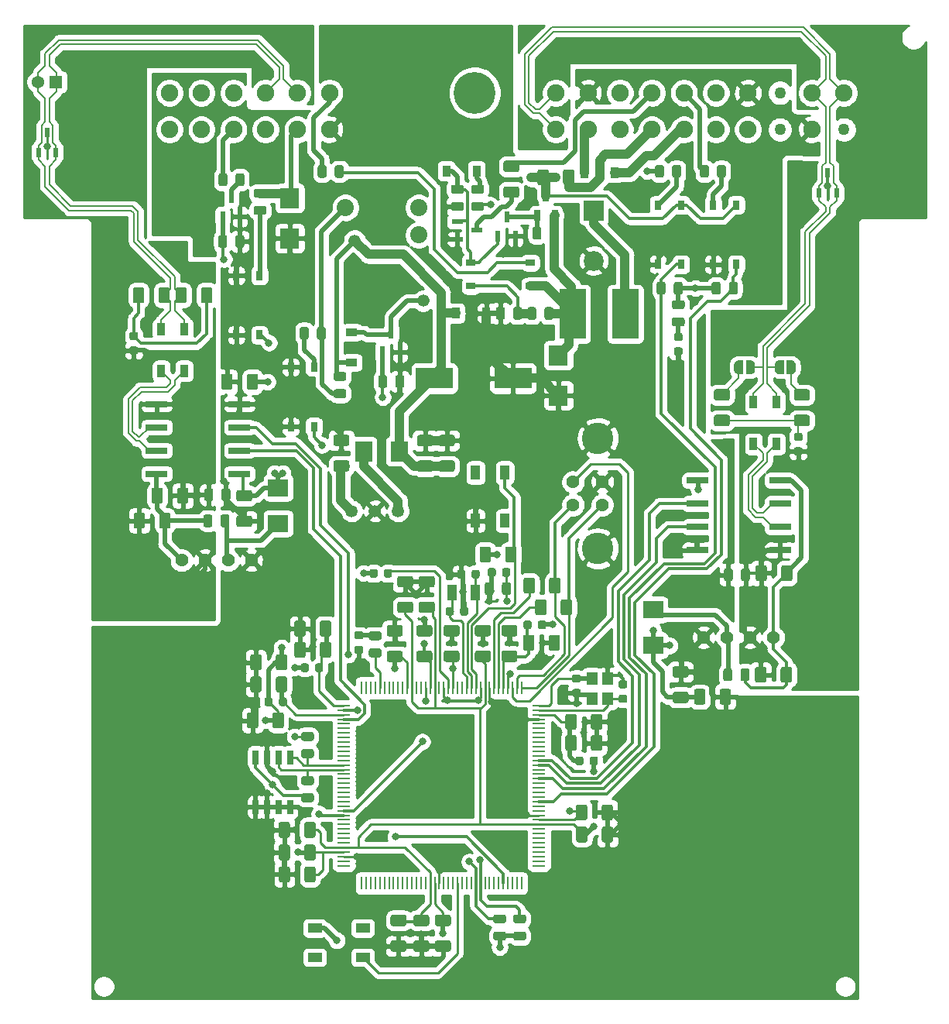
<source format=gtl>
G04 #@! TF.GenerationSoftware,KiCad,Pcbnew,(5.1.6-0-10_14)*
G04 #@! TF.CreationDate,2021-12-22T00:37:34+01:00*
G04 #@! TF.ProjectId,CHAdeMO_V2.0,43484164-654d-44f5-9f56-322e302e6b69,rev?*
G04 #@! TF.SameCoordinates,Original*
G04 #@! TF.FileFunction,Copper,L1,Top*
G04 #@! TF.FilePolarity,Positive*
%FSLAX46Y46*%
G04 Gerber Fmt 4.6, Leading zero omitted, Abs format (unit mm)*
G04 Created by KiCad (PCBNEW (5.1.6-0-10_14)) date 2021-12-22 00:37:34*
%MOMM*%
%LPD*%
G01*
G04 APERTURE LIST*
G04 #@! TA.AperFunction,SMDPad,CuDef*
%ADD10R,1.200000X0.900000*%
G04 #@! TD*
G04 #@! TA.AperFunction,SMDPad,CuDef*
%ADD11R,0.900000X1.200000*%
G04 #@! TD*
G04 #@! TA.AperFunction,ComponentPad*
%ADD12C,1.875000*%
G04 #@! TD*
G04 #@! TA.AperFunction,ComponentPad*
%ADD13C,1.333000*%
G04 #@! TD*
G04 #@! TA.AperFunction,SMDPad,CuDef*
%ADD14R,0.600000X1.050000*%
G04 #@! TD*
G04 #@! TA.AperFunction,SMDPad,CuDef*
%ADD15R,0.650000X1.200000*%
G04 #@! TD*
G04 #@! TA.AperFunction,SMDPad,CuDef*
%ADD16R,0.600000X1.300000*%
G04 #@! TD*
G04 #@! TA.AperFunction,SMDPad,CuDef*
%ADD17R,1.300000X0.600000*%
G04 #@! TD*
G04 #@! TA.AperFunction,SMDPad,CuDef*
%ADD18R,0.900000X1.350000*%
G04 #@! TD*
G04 #@! TA.AperFunction,SMDPad,CuDef*
%ADD19R,1.900000X2.200000*%
G04 #@! TD*
G04 #@! TA.AperFunction,SMDPad,CuDef*
%ADD20R,2.900000X5.450000*%
G04 #@! TD*
G04 #@! TA.AperFunction,SMDPad,CuDef*
%ADD21R,2.150000X2.200000*%
G04 #@! TD*
G04 #@! TA.AperFunction,SMDPad,CuDef*
%ADD22R,0.800000X1.000000*%
G04 #@! TD*
G04 #@! TA.AperFunction,SMDPad,CuDef*
%ADD23R,1.000000X0.800000*%
G04 #@! TD*
G04 #@! TA.AperFunction,SMDPad,CuDef*
%ADD24R,1.550000X1.000000*%
G04 #@! TD*
G04 #@! TA.AperFunction,SMDPad,CuDef*
%ADD25R,1.000000X1.550000*%
G04 #@! TD*
G04 #@! TA.AperFunction,SMDPad,CuDef*
%ADD26R,4.050000X2.300000*%
G04 #@! TD*
G04 #@! TA.AperFunction,ComponentPad*
%ADD27C,1.350000*%
G04 #@! TD*
G04 #@! TA.AperFunction,ComponentPad*
%ADD28C,4.575000*%
G04 #@! TD*
G04 #@! TA.AperFunction,ComponentPad*
%ADD29C,1.905000*%
G04 #@! TD*
G04 #@! TA.AperFunction,ComponentPad*
%ADD30C,1.270000*%
G04 #@! TD*
G04 #@! TA.AperFunction,ComponentPad*
%ADD31C,1.368000*%
G04 #@! TD*
G04 #@! TA.AperFunction,ComponentPad*
%ADD32R,1.368000X1.368000*%
G04 #@! TD*
G04 #@! TA.AperFunction,SMDPad,CuDef*
%ADD33C,0.100000*%
G04 #@! TD*
G04 #@! TA.AperFunction,SMDPad,CuDef*
%ADD34R,0.280000X1.470000*%
G04 #@! TD*
G04 #@! TA.AperFunction,SMDPad,CuDef*
%ADD35R,1.470000X0.280000*%
G04 #@! TD*
G04 #@! TA.AperFunction,SMDPad,CuDef*
%ADD36R,2.350000X0.700000*%
G04 #@! TD*
G04 #@! TA.AperFunction,ComponentPad*
%ADD37C,2.175000*%
G04 #@! TD*
G04 #@! TA.AperFunction,ComponentPad*
%ADD38R,2.175000X2.175000*%
G04 #@! TD*
G04 #@! TA.AperFunction,SMDPad,CuDef*
%ADD39R,1.000000X1.800000*%
G04 #@! TD*
G04 #@! TA.AperFunction,SMDPad,CuDef*
%ADD40R,0.650000X1.525000*%
G04 #@! TD*
G04 #@! TA.AperFunction,SMDPad,CuDef*
%ADD41R,2.200000X1.900000*%
G04 #@! TD*
G04 #@! TA.AperFunction,SMDPad,CuDef*
%ADD42R,1.200000X1.400000*%
G04 #@! TD*
G04 #@! TA.AperFunction,ComponentPad*
%ADD43C,1.430000*%
G04 #@! TD*
G04 #@! TA.AperFunction,ComponentPad*
%ADD44C,3.450000*%
G04 #@! TD*
G04 #@! TA.AperFunction,ComponentPad*
%ADD45C,1.431000*%
G04 #@! TD*
G04 #@! TA.AperFunction,ViaPad*
%ADD46C,0.800000*%
G04 #@! TD*
G04 #@! TA.AperFunction,Conductor*
%ADD47C,0.250000*%
G04 #@! TD*
G04 #@! TA.AperFunction,Conductor*
%ADD48C,0.300000*%
G04 #@! TD*
G04 #@! TA.AperFunction,Conductor*
%ADD49C,0.500000*%
G04 #@! TD*
G04 #@! TA.AperFunction,Conductor*
%ADD50C,1.000000*%
G04 #@! TD*
G04 #@! TA.AperFunction,Conductor*
%ADD51C,0.200000*%
G04 #@! TD*
G04 #@! TA.AperFunction,Conductor*
%ADD52C,0.254000*%
G04 #@! TD*
G04 APERTURE END LIST*
G04 #@! TA.AperFunction,SMDPad,CuDef*
G36*
G01*
X126797100Y-116639500D02*
X126797100Y-115389500D01*
G75*
G02*
X127047100Y-115139500I250000J0D01*
G01*
X127797100Y-115139500D01*
G75*
G02*
X128047100Y-115389500I0J-250000D01*
G01*
X128047100Y-116639500D01*
G75*
G02*
X127797100Y-116889500I-250000J0D01*
G01*
X127047100Y-116889500D01*
G75*
G02*
X126797100Y-116639500I0J250000D01*
G01*
G37*
G04 #@! TD.AperFunction*
G04 #@! TA.AperFunction,SMDPad,CuDef*
G36*
G01*
X123997100Y-116639500D02*
X123997100Y-115389500D01*
G75*
G02*
X124247100Y-115139500I250000J0D01*
G01*
X124997100Y-115139500D01*
G75*
G02*
X125247100Y-115389500I0J-250000D01*
G01*
X125247100Y-116639500D01*
G75*
G02*
X124997100Y-116889500I-250000J0D01*
G01*
X124247100Y-116889500D01*
G75*
G02*
X123997100Y-116639500I0J250000D01*
G01*
G37*
G04 #@! TD.AperFunction*
G04 #@! TA.AperFunction,SMDPad,CuDef*
G36*
G01*
X122531850Y-77120000D02*
X122019350Y-77120000D01*
G75*
G02*
X121800600Y-76901250I0J218750D01*
G01*
X121800600Y-76463750D01*
G75*
G02*
X122019350Y-76245000I218750J0D01*
G01*
X122531850Y-76245000D01*
G75*
G02*
X122750600Y-76463750I0J-218750D01*
G01*
X122750600Y-76901250D01*
G75*
G02*
X122531850Y-77120000I-218750J0D01*
G01*
G37*
G04 #@! TD.AperFunction*
G04 #@! TA.AperFunction,SMDPad,CuDef*
G36*
G01*
X122531850Y-78695000D02*
X122019350Y-78695000D01*
G75*
G02*
X121800600Y-78476250I0J218750D01*
G01*
X121800600Y-78038750D01*
G75*
G02*
X122019350Y-77820000I218750J0D01*
G01*
X122531850Y-77820000D01*
G75*
G02*
X122750600Y-78038750I0J-218750D01*
G01*
X122750600Y-78476250D01*
G75*
G02*
X122531850Y-78695000I-218750J0D01*
G01*
G37*
G04 #@! TD.AperFunction*
G04 #@! TA.AperFunction,SMDPad,CuDef*
G36*
G01*
X87594150Y-109731100D02*
X87081650Y-109731100D01*
G75*
G02*
X86862900Y-109512350I0J218750D01*
G01*
X86862900Y-109074850D01*
G75*
G02*
X87081650Y-108856100I218750J0D01*
G01*
X87594150Y-108856100D01*
G75*
G02*
X87812900Y-109074850I0J-218750D01*
G01*
X87812900Y-109512350D01*
G75*
G02*
X87594150Y-109731100I-218750J0D01*
G01*
G37*
G04 #@! TD.AperFunction*
G04 #@! TA.AperFunction,SMDPad,CuDef*
G36*
G01*
X87594150Y-111306100D02*
X87081650Y-111306100D01*
G75*
G02*
X86862900Y-111087350I0J218750D01*
G01*
X86862900Y-110649850D01*
G75*
G02*
X87081650Y-110431100I218750J0D01*
G01*
X87594150Y-110431100D01*
G75*
G02*
X87812900Y-110649850I0J-218750D01*
G01*
X87812900Y-111087350D01*
G75*
G02*
X87594150Y-111306100I-218750J0D01*
G01*
G37*
G04 #@! TD.AperFunction*
D10*
X86563200Y-76175600D03*
X86563200Y-79475600D03*
D11*
X115315000Y-58699400D03*
X112015000Y-58699400D03*
X100202000Y-58547000D03*
X96902000Y-58547000D03*
X101268800Y-74079100D03*
X97968800Y-74079100D03*
G04 #@! TA.AperFunction,SMDPad,CuDef*
G36*
G01*
X121819350Y-74541800D02*
X122731850Y-74541800D01*
G75*
G02*
X122975600Y-74785550I0J-243750D01*
G01*
X122975600Y-75273050D01*
G75*
G02*
X122731850Y-75516800I-243750J0D01*
G01*
X121819350Y-75516800D01*
G75*
G02*
X121575600Y-75273050I0J243750D01*
G01*
X121575600Y-74785550D01*
G75*
G02*
X121819350Y-74541800I243750J0D01*
G01*
G37*
G04 #@! TD.AperFunction*
G04 #@! TA.AperFunction,SMDPad,CuDef*
G36*
G01*
X121819350Y-72666800D02*
X122731850Y-72666800D01*
G75*
G02*
X122975600Y-72910550I0J-243750D01*
G01*
X122975600Y-73398050D01*
G75*
G02*
X122731850Y-73641800I-243750J0D01*
G01*
X121819350Y-73641800D01*
G75*
G02*
X121575600Y-73398050I0J243750D01*
G01*
X121575600Y-72910550D01*
G75*
G02*
X121819350Y-72666800I243750J0D01*
G01*
G37*
G04 #@! TD.AperFunction*
G04 #@! TA.AperFunction,SMDPad,CuDef*
G36*
G01*
X106738000Y-73648250D02*
X106738000Y-74560750D01*
G75*
G02*
X106494250Y-74804500I-243750J0D01*
G01*
X106006750Y-74804500D01*
G75*
G02*
X105763000Y-74560750I0J243750D01*
G01*
X105763000Y-73648250D01*
G75*
G02*
X106006750Y-73404500I243750J0D01*
G01*
X106494250Y-73404500D01*
G75*
G02*
X106738000Y-73648250I0J-243750D01*
G01*
G37*
G04 #@! TD.AperFunction*
G04 #@! TA.AperFunction,SMDPad,CuDef*
G36*
G01*
X108613000Y-73648250D02*
X108613000Y-74560750D01*
G75*
G02*
X108369250Y-74804500I-243750J0D01*
G01*
X107881750Y-74804500D01*
G75*
G02*
X107638000Y-74560750I0J243750D01*
G01*
X107638000Y-73648250D01*
G75*
G02*
X107881750Y-73404500I243750J0D01*
G01*
X108369250Y-73404500D01*
G75*
G02*
X108613000Y-73648250I0J-243750D01*
G01*
G37*
G04 #@! TD.AperFunction*
G04 #@! TA.AperFunction,SMDPad,CuDef*
G36*
G01*
X107309500Y-64885250D02*
X107309500Y-65797750D01*
G75*
G02*
X107065750Y-66041500I-243750J0D01*
G01*
X106578250Y-66041500D01*
G75*
G02*
X106334500Y-65797750I0J243750D01*
G01*
X106334500Y-64885250D01*
G75*
G02*
X106578250Y-64641500I243750J0D01*
G01*
X107065750Y-64641500D01*
G75*
G02*
X107309500Y-64885250I0J-243750D01*
G01*
G37*
G04 #@! TD.AperFunction*
G04 #@! TA.AperFunction,SMDPad,CuDef*
G36*
G01*
X109184500Y-64885250D02*
X109184500Y-65797750D01*
G75*
G02*
X108940750Y-66041500I-243750J0D01*
G01*
X108453250Y-66041500D01*
G75*
G02*
X108209500Y-65797750I0J243750D01*
G01*
X108209500Y-64885250D01*
G75*
G02*
X108453250Y-64641500I243750J0D01*
G01*
X108940750Y-64641500D01*
G75*
G02*
X109184500Y-64885250I0J-243750D01*
G01*
G37*
G04 #@! TD.AperFunction*
G04 #@! TA.AperFunction,SMDPad,CuDef*
G36*
G01*
X103309000Y-73648250D02*
X103309000Y-74560750D01*
G75*
G02*
X103065250Y-74804500I-243750J0D01*
G01*
X102577750Y-74804500D01*
G75*
G02*
X102334000Y-74560750I0J243750D01*
G01*
X102334000Y-73648250D01*
G75*
G02*
X102577750Y-73404500I243750J0D01*
G01*
X103065250Y-73404500D01*
G75*
G02*
X103309000Y-73648250I0J-243750D01*
G01*
G37*
G04 #@! TD.AperFunction*
G04 #@! TA.AperFunction,SMDPad,CuDef*
G36*
G01*
X105184000Y-73648250D02*
X105184000Y-74560750D01*
G75*
G02*
X104940250Y-74804500I-243750J0D01*
G01*
X104452750Y-74804500D01*
G75*
G02*
X104209000Y-74560750I0J243750D01*
G01*
X104209000Y-73648250D01*
G75*
G02*
X104452750Y-73404500I243750J0D01*
G01*
X104940250Y-73404500D01*
G75*
G02*
X105184000Y-73648250I0J-243750D01*
G01*
G37*
G04 #@! TD.AperFunction*
G04 #@! TA.AperFunction,SMDPad,CuDef*
G36*
G01*
X100786250Y-61018000D02*
X99873750Y-61018000D01*
G75*
G02*
X99630000Y-60774250I0J243750D01*
G01*
X99630000Y-60286750D01*
G75*
G02*
X99873750Y-60043000I243750J0D01*
G01*
X100786250Y-60043000D01*
G75*
G02*
X101030000Y-60286750I0J-243750D01*
G01*
X101030000Y-60774250D01*
G75*
G02*
X100786250Y-61018000I-243750J0D01*
G01*
G37*
G04 #@! TD.AperFunction*
G04 #@! TA.AperFunction,SMDPad,CuDef*
G36*
G01*
X100786250Y-62893000D02*
X99873750Y-62893000D01*
G75*
G02*
X99630000Y-62649250I0J243750D01*
G01*
X99630000Y-62161750D01*
G75*
G02*
X99873750Y-61918000I243750J0D01*
G01*
X100786250Y-61918000D01*
G75*
G02*
X101030000Y-62161750I0J-243750D01*
G01*
X101030000Y-62649250D01*
G75*
G02*
X100786250Y-62893000I-243750J0D01*
G01*
G37*
G04 #@! TD.AperFunction*
G04 #@! TA.AperFunction,SMDPad,CuDef*
G36*
G01*
X120883100Y-70892350D02*
X120883100Y-71804850D01*
G75*
G02*
X120639350Y-72048600I-243750J0D01*
G01*
X120151850Y-72048600D01*
G75*
G02*
X119908100Y-71804850I0J243750D01*
G01*
X119908100Y-70892350D01*
G75*
G02*
X120151850Y-70648600I243750J0D01*
G01*
X120639350Y-70648600D01*
G75*
G02*
X120883100Y-70892350I0J-243750D01*
G01*
G37*
G04 #@! TD.AperFunction*
G04 #@! TA.AperFunction,SMDPad,CuDef*
G36*
G01*
X122758100Y-70892350D02*
X122758100Y-71804850D01*
G75*
G02*
X122514350Y-72048600I-243750J0D01*
G01*
X122026850Y-72048600D01*
G75*
G02*
X121783100Y-71804850I0J243750D01*
G01*
X121783100Y-70892350D01*
G75*
G02*
X122026850Y-70648600I243750J0D01*
G01*
X122514350Y-70648600D01*
G75*
G02*
X122758100Y-70892350I0J-243750D01*
G01*
G37*
G04 #@! TD.AperFunction*
G04 #@! TA.AperFunction,SMDPad,CuDef*
G36*
G01*
X127805600Y-71804850D02*
X127805600Y-70892350D01*
G75*
G02*
X128049350Y-70648600I243750J0D01*
G01*
X128536850Y-70648600D01*
G75*
G02*
X128780600Y-70892350I0J-243750D01*
G01*
X128780600Y-71804850D01*
G75*
G02*
X128536850Y-72048600I-243750J0D01*
G01*
X128049350Y-72048600D01*
G75*
G02*
X127805600Y-71804850I0J243750D01*
G01*
G37*
G04 #@! TD.AperFunction*
G04 #@! TA.AperFunction,SMDPad,CuDef*
G36*
G01*
X125930600Y-71804850D02*
X125930600Y-70892350D01*
G75*
G02*
X126174350Y-70648600I243750J0D01*
G01*
X126661850Y-70648600D01*
G75*
G02*
X126905600Y-70892350I0J-243750D01*
G01*
X126905600Y-71804850D01*
G75*
G02*
X126661850Y-72048600I-243750J0D01*
G01*
X126174350Y-72048600D01*
G75*
G02*
X125930600Y-71804850I0J243750D01*
G01*
G37*
G04 #@! TD.AperFunction*
G04 #@! TA.AperFunction,SMDPad,CuDef*
G36*
G01*
X91331200Y-82015650D02*
X91331200Y-81103150D01*
G75*
G02*
X91574950Y-80859400I243750J0D01*
G01*
X92062450Y-80859400D01*
G75*
G02*
X92306200Y-81103150I0J-243750D01*
G01*
X92306200Y-82015650D01*
G75*
G02*
X92062450Y-82259400I-243750J0D01*
G01*
X91574950Y-82259400D01*
G75*
G02*
X91331200Y-82015650I0J243750D01*
G01*
G37*
G04 #@! TD.AperFunction*
G04 #@! TA.AperFunction,SMDPad,CuDef*
G36*
G01*
X89456200Y-82015650D02*
X89456200Y-81103150D01*
G75*
G02*
X89699950Y-80859400I243750J0D01*
G01*
X90187450Y-80859400D01*
G75*
G02*
X90431200Y-81103150I0J-243750D01*
G01*
X90431200Y-82015650D01*
G75*
G02*
X90187450Y-82259400I-243750J0D01*
G01*
X89699950Y-82259400D01*
G75*
G02*
X89456200Y-82015650I0J243750D01*
G01*
G37*
G04 #@! TD.AperFunction*
G04 #@! TA.AperFunction,SMDPad,CuDef*
G36*
G01*
X73830600Y-66699450D02*
X73830600Y-65786950D01*
G75*
G02*
X74074350Y-65543200I243750J0D01*
G01*
X74561850Y-65543200D01*
G75*
G02*
X74805600Y-65786950I0J-243750D01*
G01*
X74805600Y-66699450D01*
G75*
G02*
X74561850Y-66943200I-243750J0D01*
G01*
X74074350Y-66943200D01*
G75*
G02*
X73830600Y-66699450I0J243750D01*
G01*
G37*
G04 #@! TD.AperFunction*
G04 #@! TA.AperFunction,SMDPad,CuDef*
G36*
G01*
X71955600Y-66699450D02*
X71955600Y-65786950D01*
G75*
G02*
X72199350Y-65543200I243750J0D01*
G01*
X72686850Y-65543200D01*
G75*
G02*
X72930600Y-65786950I0J-243750D01*
G01*
X72930600Y-66699450D01*
G75*
G02*
X72686850Y-66943200I-243750J0D01*
G01*
X72199350Y-66943200D01*
G75*
G02*
X71955600Y-66699450I0J243750D01*
G01*
G37*
G04 #@! TD.AperFunction*
G04 #@! TA.AperFunction,SMDPad,CuDef*
G36*
G01*
X97663950Y-61918000D02*
X98576450Y-61918000D01*
G75*
G02*
X98820200Y-62161750I0J-243750D01*
G01*
X98820200Y-62649250D01*
G75*
G02*
X98576450Y-62893000I-243750J0D01*
G01*
X97663950Y-62893000D01*
G75*
G02*
X97420200Y-62649250I0J243750D01*
G01*
X97420200Y-62161750D01*
G75*
G02*
X97663950Y-61918000I243750J0D01*
G01*
G37*
G04 #@! TD.AperFunction*
G04 #@! TA.AperFunction,SMDPad,CuDef*
G36*
G01*
X97663950Y-60043000D02*
X98576450Y-60043000D01*
G75*
G02*
X98820200Y-60286750I0J-243750D01*
G01*
X98820200Y-60774250D01*
G75*
G02*
X98576450Y-61018000I-243750J0D01*
G01*
X97663950Y-61018000D01*
G75*
G02*
X97420200Y-60774250I0J243750D01*
G01*
X97420200Y-60286750D01*
G75*
G02*
X97663950Y-60043000I243750J0D01*
G01*
G37*
G04 #@! TD.AperFunction*
G04 #@! TA.AperFunction,SMDPad,CuDef*
G36*
G01*
X103199250Y-140774000D02*
X102286750Y-140774000D01*
G75*
G02*
X102043000Y-140530250I0J243750D01*
G01*
X102043000Y-140042750D01*
G75*
G02*
X102286750Y-139799000I243750J0D01*
G01*
X103199250Y-139799000D01*
G75*
G02*
X103443000Y-140042750I0J-243750D01*
G01*
X103443000Y-140530250D01*
G75*
G02*
X103199250Y-140774000I-243750J0D01*
G01*
G37*
G04 #@! TD.AperFunction*
G04 #@! TA.AperFunction,SMDPad,CuDef*
G36*
G01*
X103199250Y-142649000D02*
X102286750Y-142649000D01*
G75*
G02*
X102043000Y-142405250I0J243750D01*
G01*
X102043000Y-141917750D01*
G75*
G02*
X102286750Y-141674000I243750J0D01*
G01*
X103199250Y-141674000D01*
G75*
G02*
X103443000Y-141917750I0J-243750D01*
G01*
X103443000Y-142405250D01*
G75*
G02*
X103199250Y-142649000I-243750J0D01*
G01*
G37*
G04 #@! TD.AperFunction*
G04 #@! TA.AperFunction,SMDPad,CuDef*
G36*
G01*
X105383650Y-140774000D02*
X104471150Y-140774000D01*
G75*
G02*
X104227400Y-140530250I0J243750D01*
G01*
X104227400Y-140042750D01*
G75*
G02*
X104471150Y-139799000I243750J0D01*
G01*
X105383650Y-139799000D01*
G75*
G02*
X105627400Y-140042750I0J-243750D01*
G01*
X105627400Y-140530250D01*
G75*
G02*
X105383650Y-140774000I-243750J0D01*
G01*
G37*
G04 #@! TD.AperFunction*
G04 #@! TA.AperFunction,SMDPad,CuDef*
G36*
G01*
X105383650Y-142649000D02*
X104471150Y-142649000D01*
G75*
G02*
X104227400Y-142405250I0J243750D01*
G01*
X104227400Y-141917750D01*
G75*
G02*
X104471150Y-141674000I243750J0D01*
G01*
X105383650Y-141674000D01*
G75*
G02*
X105627400Y-141917750I0J-243750D01*
G01*
X105627400Y-142405250D01*
G75*
G02*
X105383650Y-142649000I-243750J0D01*
G01*
G37*
G04 #@! TD.AperFunction*
D12*
X93868000Y-65541600D03*
X85868000Y-62541600D03*
X93868000Y-62541600D03*
D13*
X94368000Y-72741600D03*
X86868000Y-66141600D03*
D14*
X53247600Y-54322800D03*
X54197600Y-56522800D03*
X52297600Y-56522800D03*
X138633200Y-58767800D03*
X139583200Y-60967800D03*
X137683200Y-60967800D03*
D15*
X107797600Y-61307000D03*
X108757600Y-63407000D03*
X106837600Y-63407000D03*
D16*
X103505000Y-63567600D03*
X104455000Y-65667600D03*
X102555000Y-65667600D03*
D17*
X100211600Y-65024000D03*
X98111600Y-65974000D03*
X98111600Y-64074000D03*
D16*
X90881200Y-76226200D03*
X91831200Y-78326200D03*
X89931200Y-78326200D03*
X73380600Y-61434000D03*
X74330600Y-63534000D03*
X72430600Y-63534000D03*
D18*
X130499800Y-83831000D03*
X132999800Y-83831000D03*
X132999800Y-88381000D03*
X130499800Y-88381000D03*
X65724600Y-75847000D03*
X68224600Y-75847000D03*
X68224600Y-80397000D03*
X65724600Y-80397000D03*
D19*
X87839000Y-89179400D03*
X91739000Y-89179400D03*
G04 #@! TA.AperFunction,SMDPad,CuDef*
G36*
G01*
X108127500Y-58607800D02*
X108127500Y-59857800D01*
G75*
G02*
X107877500Y-60107800I-250000J0D01*
G01*
X107127500Y-60107800D01*
G75*
G02*
X106877500Y-59857800I0J250000D01*
G01*
X106877500Y-58607800D01*
G75*
G02*
X107127500Y-58357800I250000J0D01*
G01*
X107877500Y-58357800D01*
G75*
G02*
X108127500Y-58607800I0J-250000D01*
G01*
G37*
G04 #@! TD.AperFunction*
G04 #@! TA.AperFunction,SMDPad,CuDef*
G36*
G01*
X110927500Y-58607800D02*
X110927500Y-59857800D01*
G75*
G02*
X110677500Y-60107800I-250000J0D01*
G01*
X109927500Y-60107800D01*
G75*
G02*
X109677500Y-59857800I0J250000D01*
G01*
X109677500Y-58607800D01*
G75*
G02*
X109927500Y-58357800I250000J0D01*
G01*
X110677500Y-58357800D01*
G75*
G02*
X110927500Y-58607800I0J-250000D01*
G01*
G37*
G04 #@! TD.AperFunction*
G04 #@! TA.AperFunction,SMDPad,CuDef*
G36*
G01*
X104638000Y-58661000D02*
X103388000Y-58661000D01*
G75*
G02*
X103138000Y-58411000I0J250000D01*
G01*
X103138000Y-57661000D01*
G75*
G02*
X103388000Y-57411000I250000J0D01*
G01*
X104638000Y-57411000D01*
G75*
G02*
X104888000Y-57661000I0J-250000D01*
G01*
X104888000Y-58411000D01*
G75*
G02*
X104638000Y-58661000I-250000J0D01*
G01*
G37*
G04 #@! TD.AperFunction*
G04 #@! TA.AperFunction,SMDPad,CuDef*
G36*
G01*
X104638000Y-61461000D02*
X103388000Y-61461000D01*
G75*
G02*
X103138000Y-61211000I0J250000D01*
G01*
X103138000Y-60461000D01*
G75*
G02*
X103388000Y-60211000I250000J0D01*
G01*
X104638000Y-60211000D01*
G75*
G02*
X104888000Y-60461000I0J-250000D01*
G01*
X104888000Y-61211000D01*
G75*
G02*
X104638000Y-61461000I-250000J0D01*
G01*
G37*
G04 #@! TD.AperFunction*
D20*
X110711500Y-74168000D03*
X116491500Y-74168000D03*
D21*
X109169200Y-83073600D03*
X109169200Y-78673600D03*
X79781400Y-65896600D03*
X79781400Y-61496600D03*
D22*
X122603100Y-68744200D03*
X120063100Y-68744200D03*
X120063100Y-62244200D03*
X122603100Y-62244200D03*
X128625600Y-68744200D03*
X126085600Y-68744200D03*
X126085600Y-62244200D03*
X128625600Y-62244200D03*
D23*
X99594300Y-71120000D03*
X99594300Y-68580000D03*
X106094300Y-68580000D03*
X106094300Y-71120000D03*
D22*
X82423000Y-86473400D03*
X79883000Y-86473400D03*
X79883000Y-79973400D03*
X82423000Y-79973400D03*
X76479400Y-76465800D03*
X73939400Y-76465800D03*
X73939400Y-69965800D03*
X76479400Y-69965800D03*
D24*
X87765800Y-144500400D03*
X82515800Y-144500400D03*
X87765800Y-141300400D03*
X82515800Y-141300400D03*
D25*
X103301600Y-91507400D03*
X103301600Y-96757400D03*
X100101600Y-91507400D03*
X100101600Y-96757400D03*
D26*
X104198200Y-81203800D03*
X95598200Y-81203800D03*
D27*
X86563200Y-95707200D03*
X89103200Y-95707200D03*
X91643200Y-95707200D03*
D28*
X100000000Y-50000000D03*
D29*
X108890000Y-50000000D03*
X112390000Y-50000000D03*
X115890000Y-50000000D03*
X119390000Y-50000000D03*
X122890000Y-50000000D03*
X126390000Y-50000000D03*
X129890000Y-50000000D03*
D30*
X133390000Y-50000000D03*
D29*
X136890000Y-50000000D03*
X140390000Y-50000000D03*
X108890000Y-54000000D03*
X112390000Y-54000000D03*
X115890000Y-54000000D03*
X119390000Y-54000000D03*
X122890000Y-54000000D03*
X126390000Y-54000000D03*
X129890000Y-54000000D03*
D30*
X133390000Y-54000000D03*
D29*
X136890000Y-54000000D03*
D30*
X140390000Y-54000000D03*
D29*
X66620000Y-50000000D03*
X70120000Y-50000000D03*
X73620000Y-50000000D03*
X77120000Y-50000000D03*
X80620000Y-50000000D03*
X84120000Y-50000000D03*
X66620000Y-54000000D03*
X70120000Y-54000000D03*
X73620000Y-54000000D03*
X77120000Y-54000000D03*
X80620000Y-54000000D03*
X84120000Y-54000000D03*
D31*
X52213000Y-48810000D03*
D32*
X54213000Y-48810000D03*
G04 #@! TA.AperFunction,SMDPad,CuDef*
G36*
G01*
X136413400Y-83636000D02*
X135163400Y-83636000D01*
G75*
G02*
X134913400Y-83386000I0J250000D01*
G01*
X134913400Y-82636000D01*
G75*
G02*
X135163400Y-82386000I250000J0D01*
G01*
X136413400Y-82386000D01*
G75*
G02*
X136663400Y-82636000I0J-250000D01*
G01*
X136663400Y-83386000D01*
G75*
G02*
X136413400Y-83636000I-250000J0D01*
G01*
G37*
G04 #@! TD.AperFunction*
G04 #@! TA.AperFunction,SMDPad,CuDef*
G36*
G01*
X136413400Y-86436000D02*
X135163400Y-86436000D01*
G75*
G02*
X134913400Y-86186000I0J250000D01*
G01*
X134913400Y-85436000D01*
G75*
G02*
X135163400Y-85186000I250000J0D01*
G01*
X136413400Y-85186000D01*
G75*
G02*
X136663400Y-85436000I0J-250000D01*
G01*
X136663400Y-86186000D01*
G75*
G02*
X136413400Y-86436000I-250000J0D01*
G01*
G37*
G04 #@! TD.AperFunction*
G04 #@! TA.AperFunction,SMDPad,CuDef*
G36*
G01*
X126425800Y-85186000D02*
X127675800Y-85186000D01*
G75*
G02*
X127925800Y-85436000I0J-250000D01*
G01*
X127925800Y-86186000D01*
G75*
G02*
X127675800Y-86436000I-250000J0D01*
G01*
X126425800Y-86436000D01*
G75*
G02*
X126175800Y-86186000I0J250000D01*
G01*
X126175800Y-85436000D01*
G75*
G02*
X126425800Y-85186000I250000J0D01*
G01*
G37*
G04 #@! TD.AperFunction*
G04 #@! TA.AperFunction,SMDPad,CuDef*
G36*
G01*
X126425800Y-82386000D02*
X127675800Y-82386000D01*
G75*
G02*
X127925800Y-82636000I0J-250000D01*
G01*
X127925800Y-83386000D01*
G75*
G02*
X127675800Y-83636000I-250000J0D01*
G01*
X126425800Y-83636000D01*
G75*
G02*
X126175800Y-83386000I0J250000D01*
G01*
X126175800Y-82636000D01*
G75*
G02*
X126425800Y-82386000I250000J0D01*
G01*
G37*
G04 #@! TD.AperFunction*
G04 #@! TA.AperFunction,SMDPad,CuDef*
D33*
G36*
X133324800Y-80733998D02*
G01*
X133300266Y-80733998D01*
X133251435Y-80729188D01*
X133203310Y-80719616D01*
X133156355Y-80705372D01*
X133111022Y-80686595D01*
X133067749Y-80663464D01*
X133026950Y-80636204D01*
X132989021Y-80605076D01*
X132954324Y-80570379D01*
X132923196Y-80532450D01*
X132895936Y-80491651D01*
X132872805Y-80448378D01*
X132854028Y-80403045D01*
X132839784Y-80356090D01*
X132830212Y-80307965D01*
X132825402Y-80259134D01*
X132825402Y-80234600D01*
X132824800Y-80234600D01*
X132824800Y-79734600D01*
X132825402Y-79734600D01*
X132825402Y-79710066D01*
X132830212Y-79661235D01*
X132839784Y-79613110D01*
X132854028Y-79566155D01*
X132872805Y-79520822D01*
X132895936Y-79477549D01*
X132923196Y-79436750D01*
X132954324Y-79398821D01*
X132989021Y-79364124D01*
X133026950Y-79332996D01*
X133067749Y-79305736D01*
X133111022Y-79282605D01*
X133156355Y-79263828D01*
X133203310Y-79249584D01*
X133251435Y-79240012D01*
X133300266Y-79235202D01*
X133324800Y-79235202D01*
X133324800Y-79234600D01*
X133824800Y-79234600D01*
X133824800Y-80734600D01*
X133324800Y-80734600D01*
X133324800Y-80733998D01*
G37*
G04 #@! TD.AperFunction*
G04 #@! TA.AperFunction,SMDPad,CuDef*
G36*
X134124800Y-79234600D02*
G01*
X134624800Y-79234600D01*
X134624800Y-79235202D01*
X134649334Y-79235202D01*
X134698165Y-79240012D01*
X134746290Y-79249584D01*
X134793245Y-79263828D01*
X134838578Y-79282605D01*
X134881851Y-79305736D01*
X134922650Y-79332996D01*
X134960579Y-79364124D01*
X134995276Y-79398821D01*
X135026404Y-79436750D01*
X135053664Y-79477549D01*
X135076795Y-79520822D01*
X135095572Y-79566155D01*
X135109816Y-79613110D01*
X135119388Y-79661235D01*
X135124198Y-79710066D01*
X135124198Y-79734600D01*
X135124800Y-79734600D01*
X135124800Y-80234600D01*
X135124198Y-80234600D01*
X135124198Y-80259134D01*
X135119388Y-80307965D01*
X135109816Y-80356090D01*
X135095572Y-80403045D01*
X135076795Y-80448378D01*
X135053664Y-80491651D01*
X135026404Y-80532450D01*
X134995276Y-80570379D01*
X134960579Y-80605076D01*
X134922650Y-80636204D01*
X134881851Y-80663464D01*
X134838578Y-80686595D01*
X134793245Y-80705372D01*
X134746290Y-80719616D01*
X134698165Y-80729188D01*
X134649334Y-80733998D01*
X134624800Y-80733998D01*
X134624800Y-80734600D01*
X134124800Y-80734600D01*
X134124800Y-79234600D01*
G37*
G04 #@! TD.AperFunction*
G04 #@! TA.AperFunction,SMDPad,CuDef*
G36*
G01*
X135142150Y-88742000D02*
X135654650Y-88742000D01*
G75*
G02*
X135873400Y-88960750I0J-218750D01*
G01*
X135873400Y-89398250D01*
G75*
G02*
X135654650Y-89617000I-218750J0D01*
G01*
X135142150Y-89617000D01*
G75*
G02*
X134923400Y-89398250I0J218750D01*
G01*
X134923400Y-88960750D01*
G75*
G02*
X135142150Y-88742000I218750J0D01*
G01*
G37*
G04 #@! TD.AperFunction*
G04 #@! TA.AperFunction,SMDPad,CuDef*
G36*
G01*
X135142150Y-87167000D02*
X135654650Y-87167000D01*
G75*
G02*
X135873400Y-87385750I0J-218750D01*
G01*
X135873400Y-87823250D01*
G75*
G02*
X135654650Y-88042000I-218750J0D01*
G01*
X135142150Y-88042000D01*
G75*
G02*
X134923400Y-87823250I0J218750D01*
G01*
X134923400Y-87385750D01*
G75*
G02*
X135142150Y-87167000I218750J0D01*
G01*
G37*
G04 #@! TD.AperFunction*
G04 #@! TA.AperFunction,SMDPad,CuDef*
G36*
X128874800Y-80733998D02*
G01*
X128850266Y-80733998D01*
X128801435Y-80729188D01*
X128753310Y-80719616D01*
X128706355Y-80705372D01*
X128661022Y-80686595D01*
X128617749Y-80663464D01*
X128576950Y-80636204D01*
X128539021Y-80605076D01*
X128504324Y-80570379D01*
X128473196Y-80532450D01*
X128445936Y-80491651D01*
X128422805Y-80448378D01*
X128404028Y-80403045D01*
X128389784Y-80356090D01*
X128380212Y-80307965D01*
X128375402Y-80259134D01*
X128375402Y-80234600D01*
X128374800Y-80234600D01*
X128374800Y-79734600D01*
X128375402Y-79734600D01*
X128375402Y-79710066D01*
X128380212Y-79661235D01*
X128389784Y-79613110D01*
X128404028Y-79566155D01*
X128422805Y-79520822D01*
X128445936Y-79477549D01*
X128473196Y-79436750D01*
X128504324Y-79398821D01*
X128539021Y-79364124D01*
X128576950Y-79332996D01*
X128617749Y-79305736D01*
X128661022Y-79282605D01*
X128706355Y-79263828D01*
X128753310Y-79249584D01*
X128801435Y-79240012D01*
X128850266Y-79235202D01*
X128874800Y-79235202D01*
X128874800Y-79234600D01*
X129374800Y-79234600D01*
X129374800Y-80734600D01*
X128874800Y-80734600D01*
X128874800Y-80733998D01*
G37*
G04 #@! TD.AperFunction*
G04 #@! TA.AperFunction,SMDPad,CuDef*
G36*
X129674800Y-79234600D02*
G01*
X130174800Y-79234600D01*
X130174800Y-79235202D01*
X130199334Y-79235202D01*
X130248165Y-79240012D01*
X130296290Y-79249584D01*
X130343245Y-79263828D01*
X130388578Y-79282605D01*
X130431851Y-79305736D01*
X130472650Y-79332996D01*
X130510579Y-79364124D01*
X130545276Y-79398821D01*
X130576404Y-79436750D01*
X130603664Y-79477549D01*
X130626795Y-79520822D01*
X130645572Y-79566155D01*
X130659816Y-79613110D01*
X130669388Y-79661235D01*
X130674198Y-79710066D01*
X130674198Y-79734600D01*
X130674800Y-79734600D01*
X130674800Y-80234600D01*
X130674198Y-80234600D01*
X130674198Y-80259134D01*
X130669388Y-80307965D01*
X130659816Y-80356090D01*
X130645572Y-80403045D01*
X130626795Y-80448378D01*
X130603664Y-80491651D01*
X130576404Y-80532450D01*
X130545276Y-80570379D01*
X130510579Y-80605076D01*
X130472650Y-80636204D01*
X130431851Y-80663464D01*
X130388578Y-80686595D01*
X130343245Y-80705372D01*
X130296290Y-80719616D01*
X130248165Y-80729188D01*
X130199334Y-80733998D01*
X130174800Y-80733998D01*
X130174800Y-80734600D01*
X129674800Y-80734600D01*
X129674800Y-79234600D01*
G37*
G04 #@! TD.AperFunction*
D34*
X105130500Y-136385000D03*
X104630500Y-136385000D03*
X104130500Y-136385000D03*
X103630500Y-136385000D03*
X103130500Y-136385000D03*
X102630500Y-136385000D03*
X102130500Y-136385000D03*
X101630500Y-136385000D03*
X101130500Y-136385000D03*
X100630500Y-136385000D03*
X100130500Y-136385000D03*
X99630500Y-136385000D03*
X99130500Y-136385000D03*
X98630500Y-136385000D03*
X98130500Y-136385000D03*
X97630500Y-136385000D03*
X97130500Y-136385000D03*
X96630500Y-136385000D03*
X96130500Y-136385000D03*
X95630500Y-136385000D03*
X95130500Y-136385000D03*
X94630500Y-136385000D03*
X94130500Y-136385000D03*
X93630500Y-136385000D03*
X93130500Y-136385000D03*
X92630500Y-136385000D03*
X92130500Y-136385000D03*
X91630500Y-136385000D03*
X91130500Y-136385000D03*
X90630500Y-136385000D03*
X90130500Y-136385000D03*
X89630500Y-136385000D03*
X89130500Y-136385000D03*
X88630500Y-136385000D03*
X88130500Y-136385000D03*
X87630500Y-136385000D03*
D35*
X85710500Y-134465000D03*
X85710500Y-133965000D03*
X85710500Y-133465000D03*
X85710500Y-132965000D03*
X85710500Y-132465000D03*
X85710500Y-131965000D03*
X85710500Y-131465000D03*
X85710500Y-130965000D03*
X85710500Y-130465000D03*
X85710500Y-129965000D03*
X85710500Y-129465000D03*
X85710500Y-128965000D03*
X85710500Y-128465000D03*
X85710500Y-127965000D03*
X85710500Y-127465000D03*
X85710500Y-126965000D03*
X85710500Y-126465000D03*
X85710500Y-125965000D03*
X85710500Y-125465000D03*
X85710500Y-124965000D03*
X85710500Y-124465000D03*
X85710500Y-123965000D03*
X85710500Y-123465000D03*
X85710500Y-122965000D03*
X85710500Y-122465000D03*
X85710500Y-121965000D03*
X85710500Y-121465000D03*
X85710500Y-120965000D03*
X85710500Y-120465000D03*
X85710500Y-119965000D03*
X85710500Y-119465000D03*
X85710500Y-118965000D03*
X85710500Y-118465000D03*
X85710500Y-117965000D03*
X85710500Y-117465000D03*
X85710500Y-116965000D03*
D34*
X87630500Y-115045000D03*
X88130500Y-115045000D03*
X88630500Y-115045000D03*
X89130500Y-115045000D03*
X89630500Y-115045000D03*
X90130500Y-115045000D03*
X90630500Y-115045000D03*
X91130500Y-115045000D03*
X91630500Y-115045000D03*
X92130500Y-115045000D03*
X92630500Y-115045000D03*
X93130500Y-115045000D03*
X93630500Y-115045000D03*
X94130500Y-115045000D03*
X94630500Y-115045000D03*
X95130500Y-115045000D03*
X95630500Y-115045000D03*
X96130500Y-115045000D03*
X96630500Y-115045000D03*
X97130500Y-115045000D03*
X97630500Y-115045000D03*
X98130500Y-115045000D03*
X98630500Y-115045000D03*
X99130500Y-115045000D03*
X99630500Y-115045000D03*
X100130500Y-115045000D03*
X100630500Y-115045000D03*
X101130500Y-115045000D03*
X101630500Y-115045000D03*
X102130500Y-115045000D03*
X102630500Y-115045000D03*
X103130500Y-115045000D03*
X103630500Y-115045000D03*
X104130500Y-115045000D03*
X104630500Y-115045000D03*
X105130500Y-115045000D03*
D35*
X107050500Y-116965000D03*
X107050500Y-117465000D03*
X107050500Y-117965000D03*
X107050500Y-118465000D03*
X107050500Y-118965000D03*
X107050500Y-119465000D03*
X107050500Y-119965000D03*
X107050500Y-120465000D03*
X107050500Y-120965000D03*
X107050500Y-121465000D03*
X107050500Y-121965000D03*
X107050500Y-122465000D03*
X107050500Y-122965000D03*
X107050500Y-123465000D03*
X107050500Y-123965000D03*
X107050500Y-124465000D03*
X107050500Y-124965000D03*
X107050500Y-125465000D03*
X107050500Y-125965000D03*
X107050500Y-126465000D03*
X107050500Y-126965000D03*
X107050500Y-127465000D03*
X107050500Y-127965000D03*
X107050500Y-128465000D03*
X107050500Y-128965000D03*
X107050500Y-129465000D03*
X107050500Y-129965000D03*
X107050500Y-130465000D03*
X107050500Y-130965000D03*
X107050500Y-131465000D03*
X107050500Y-131965000D03*
X107050500Y-132465000D03*
X107050500Y-132965000D03*
X107050500Y-133465000D03*
X107050500Y-133965000D03*
X107050500Y-134465000D03*
G04 #@! TA.AperFunction,SMDPad,CuDef*
G36*
G01*
X120708000Y-58116150D02*
X120708000Y-59028650D01*
G75*
G02*
X120464250Y-59272400I-243750J0D01*
G01*
X119976750Y-59272400D01*
G75*
G02*
X119733000Y-59028650I0J243750D01*
G01*
X119733000Y-58116150D01*
G75*
G02*
X119976750Y-57872400I243750J0D01*
G01*
X120464250Y-57872400D01*
G75*
G02*
X120708000Y-58116150I0J-243750D01*
G01*
G37*
G04 #@! TD.AperFunction*
G04 #@! TA.AperFunction,SMDPad,CuDef*
G36*
G01*
X122583000Y-58116150D02*
X122583000Y-59028650D01*
G75*
G02*
X122339250Y-59272400I-243750J0D01*
G01*
X121851750Y-59272400D01*
G75*
G02*
X121608000Y-59028650I0J243750D01*
G01*
X121608000Y-58116150D01*
G75*
G02*
X121851750Y-57872400I243750J0D01*
G01*
X122339250Y-57872400D01*
G75*
G02*
X122583000Y-58116150I0J-243750D01*
G01*
G37*
G04 #@! TD.AperFunction*
G04 #@! TA.AperFunction,SMDPad,CuDef*
G36*
G01*
X125610200Y-58116150D02*
X125610200Y-59028650D01*
G75*
G02*
X125366450Y-59272400I-243750J0D01*
G01*
X124878950Y-59272400D01*
G75*
G02*
X124635200Y-59028650I0J243750D01*
G01*
X124635200Y-58116150D01*
G75*
G02*
X124878950Y-57872400I243750J0D01*
G01*
X125366450Y-57872400D01*
G75*
G02*
X125610200Y-58116150I0J-243750D01*
G01*
G37*
G04 #@! TD.AperFunction*
G04 #@! TA.AperFunction,SMDPad,CuDef*
G36*
G01*
X127485200Y-58116150D02*
X127485200Y-59028650D01*
G75*
G02*
X127241450Y-59272400I-243750J0D01*
G01*
X126753950Y-59272400D01*
G75*
G02*
X126510200Y-59028650I0J243750D01*
G01*
X126510200Y-58116150D01*
G75*
G02*
X126753950Y-57872400I243750J0D01*
G01*
X127241450Y-57872400D01*
G75*
G02*
X127485200Y-58116150I0J-243750D01*
G01*
G37*
G04 #@! TD.AperFunction*
D36*
X65223400Y-91643200D03*
X65223400Y-89103200D03*
X65223400Y-86563200D03*
X65223400Y-84023200D03*
X74273400Y-84023200D03*
X74273400Y-86563200D03*
X74273400Y-89103200D03*
X74273400Y-91643200D03*
G04 #@! TA.AperFunction,SMDPad,CuDef*
G36*
G01*
X84811550Y-82390400D02*
X85724050Y-82390400D01*
G75*
G02*
X85967800Y-82634150I0J-243750D01*
G01*
X85967800Y-83121650D01*
G75*
G02*
X85724050Y-83365400I-243750J0D01*
G01*
X84811550Y-83365400D01*
G75*
G02*
X84567800Y-83121650I0J243750D01*
G01*
X84567800Y-82634150D01*
G75*
G02*
X84811550Y-82390400I243750J0D01*
G01*
G37*
G04 #@! TD.AperFunction*
G04 #@! TA.AperFunction,SMDPad,CuDef*
G36*
G01*
X84811550Y-80515400D02*
X85724050Y-80515400D01*
G75*
G02*
X85967800Y-80759150I0J-243750D01*
G01*
X85967800Y-81246650D01*
G75*
G02*
X85724050Y-81490400I-243750J0D01*
G01*
X84811550Y-81490400D01*
G75*
G02*
X84567800Y-81246650I0J243750D01*
G01*
X84567800Y-80759150D01*
G75*
G02*
X84811550Y-80515400I243750J0D01*
G01*
G37*
G04 #@! TD.AperFunction*
G04 #@! TA.AperFunction,SMDPad,CuDef*
G36*
G01*
X89572150Y-109831100D02*
X88659650Y-109831100D01*
G75*
G02*
X88415900Y-109587350I0J243750D01*
G01*
X88415900Y-109099850D01*
G75*
G02*
X88659650Y-108856100I243750J0D01*
G01*
X89572150Y-108856100D01*
G75*
G02*
X89815900Y-109099850I0J-243750D01*
G01*
X89815900Y-109587350D01*
G75*
G02*
X89572150Y-109831100I-243750J0D01*
G01*
G37*
G04 #@! TD.AperFunction*
G04 #@! TA.AperFunction,SMDPad,CuDef*
G36*
G01*
X89572150Y-111706100D02*
X88659650Y-111706100D01*
G75*
G02*
X88415900Y-111462350I0J243750D01*
G01*
X88415900Y-110974850D01*
G75*
G02*
X88659650Y-110731100I243750J0D01*
G01*
X89572150Y-110731100D01*
G75*
G02*
X89815900Y-110974850I0J-243750D01*
G01*
X89815900Y-111462350D01*
G75*
G02*
X89572150Y-111706100I-243750J0D01*
G01*
G37*
G04 #@! TD.AperFunction*
G04 #@! TA.AperFunction,SMDPad,CuDef*
G36*
G01*
X73520000Y-80959800D02*
X73520000Y-82209800D01*
G75*
G02*
X73270000Y-82459800I-250000J0D01*
G01*
X72520000Y-82459800D01*
G75*
G02*
X72270000Y-82209800I0J250000D01*
G01*
X72270000Y-80959800D01*
G75*
G02*
X72520000Y-80709800I250000J0D01*
G01*
X73270000Y-80709800D01*
G75*
G02*
X73520000Y-80959800I0J-250000D01*
G01*
G37*
G04 #@! TD.AperFunction*
G04 #@! TA.AperFunction,SMDPad,CuDef*
G36*
G01*
X76320000Y-80959800D02*
X76320000Y-82209800D01*
G75*
G02*
X76070000Y-82459800I-250000J0D01*
G01*
X75320000Y-82459800D01*
G75*
G02*
X75070000Y-82209800I0J250000D01*
G01*
X75070000Y-80959800D01*
G75*
G02*
X75320000Y-80709800I250000J0D01*
G01*
X76070000Y-80709800D01*
G75*
G02*
X76320000Y-80959800I0J-250000D01*
G01*
G37*
G04 #@! TD.AperFunction*
G04 #@! TA.AperFunction,SMDPad,CuDef*
G36*
G01*
X123154600Y-113906000D02*
X121904600Y-113906000D01*
G75*
G02*
X121654600Y-113656000I0J250000D01*
G01*
X121654600Y-112906000D01*
G75*
G02*
X121904600Y-112656000I250000J0D01*
G01*
X123154600Y-112656000D01*
G75*
G02*
X123404600Y-112906000I0J-250000D01*
G01*
X123404600Y-113656000D01*
G75*
G02*
X123154600Y-113906000I-250000J0D01*
G01*
G37*
G04 #@! TD.AperFunction*
G04 #@! TA.AperFunction,SMDPad,CuDef*
G36*
G01*
X123154600Y-116706000D02*
X121904600Y-116706000D01*
G75*
G02*
X121654600Y-116456000I0J250000D01*
G01*
X121654600Y-115706000D01*
G75*
G02*
X121904600Y-115456000I250000J0D01*
G01*
X123154600Y-115456000D01*
G75*
G02*
X123404600Y-115706000I0J-250000D01*
G01*
X123404600Y-116456000D01*
G75*
G02*
X123154600Y-116706000I-250000J0D01*
G01*
G37*
G04 #@! TD.AperFunction*
G04 #@! TA.AperFunction,SMDPad,CuDef*
G36*
G01*
X65900000Y-93405800D02*
X65900000Y-94655800D01*
G75*
G02*
X65650000Y-94905800I-250000J0D01*
G01*
X64900000Y-94905800D01*
G75*
G02*
X64650000Y-94655800I0J250000D01*
G01*
X64650000Y-93405800D01*
G75*
G02*
X64900000Y-93155800I250000J0D01*
G01*
X65650000Y-93155800D01*
G75*
G02*
X65900000Y-93405800I0J-250000D01*
G01*
G37*
G04 #@! TD.AperFunction*
G04 #@! TA.AperFunction,SMDPad,CuDef*
G36*
G01*
X68700000Y-93405800D02*
X68700000Y-94655800D01*
G75*
G02*
X68450000Y-94905800I-250000J0D01*
G01*
X67700000Y-94905800D01*
G75*
G02*
X67450000Y-94655800I0J250000D01*
G01*
X67450000Y-93405800D01*
G75*
G02*
X67700000Y-93155800I250000J0D01*
G01*
X68450000Y-93155800D01*
G75*
G02*
X68700000Y-93405800I0J-250000D01*
G01*
G37*
G04 #@! TD.AperFunction*
G04 #@! TA.AperFunction,SMDPad,CuDef*
G36*
G01*
X133464600Y-114226500D02*
X133464600Y-112976500D01*
G75*
G02*
X133714600Y-112726500I250000J0D01*
G01*
X134464600Y-112726500D01*
G75*
G02*
X134714600Y-112976500I0J-250000D01*
G01*
X134714600Y-114226500D01*
G75*
G02*
X134464600Y-114476500I-250000J0D01*
G01*
X133714600Y-114476500D01*
G75*
G02*
X133464600Y-114226500I0J250000D01*
G01*
G37*
G04 #@! TD.AperFunction*
G04 #@! TA.AperFunction,SMDPad,CuDef*
G36*
G01*
X130664600Y-114226500D02*
X130664600Y-112976500D01*
G75*
G02*
X130914600Y-112726500I250000J0D01*
G01*
X131664600Y-112726500D01*
G75*
G02*
X131914600Y-112976500I0J-250000D01*
G01*
X131914600Y-114226500D01*
G75*
G02*
X131664600Y-114476500I-250000J0D01*
G01*
X130914600Y-114476500D01*
G75*
G02*
X130664600Y-114226500I0J250000D01*
G01*
G37*
G04 #@! TD.AperFunction*
G04 #@! TA.AperFunction,SMDPad,CuDef*
G36*
G01*
X112712800Y-121681400D02*
X112712800Y-120431400D01*
G75*
G02*
X112962800Y-120181400I250000J0D01*
G01*
X113712800Y-120181400D01*
G75*
G02*
X113962800Y-120431400I0J-250000D01*
G01*
X113962800Y-121681400D01*
G75*
G02*
X113712800Y-121931400I-250000J0D01*
G01*
X112962800Y-121931400D01*
G75*
G02*
X112712800Y-121681400I0J250000D01*
G01*
G37*
G04 #@! TD.AperFunction*
G04 #@! TA.AperFunction,SMDPad,CuDef*
G36*
G01*
X109912800Y-121681400D02*
X109912800Y-120431400D01*
G75*
G02*
X110162800Y-120181400I250000J0D01*
G01*
X110912800Y-120181400D01*
G75*
G02*
X111162800Y-120431400I0J-250000D01*
G01*
X111162800Y-121681400D01*
G75*
G02*
X110912800Y-121931400I-250000J0D01*
G01*
X110162800Y-121931400D01*
G75*
G02*
X109912800Y-121681400I0J250000D01*
G01*
G37*
G04 #@! TD.AperFunction*
G04 #@! TA.AperFunction,SMDPad,CuDef*
G36*
G01*
X81521000Y-107934600D02*
X81521000Y-109184600D01*
G75*
G02*
X81271000Y-109434600I-250000J0D01*
G01*
X80521000Y-109434600D01*
G75*
G02*
X80271000Y-109184600I0J250000D01*
G01*
X80271000Y-107934600D01*
G75*
G02*
X80521000Y-107684600I250000J0D01*
G01*
X81271000Y-107684600D01*
G75*
G02*
X81521000Y-107934600I0J-250000D01*
G01*
G37*
G04 #@! TD.AperFunction*
G04 #@! TA.AperFunction,SMDPad,CuDef*
G36*
G01*
X84321000Y-107934600D02*
X84321000Y-109184600D01*
G75*
G02*
X84071000Y-109434600I-250000J0D01*
G01*
X83321000Y-109434600D01*
G75*
G02*
X83071000Y-109184600I0J250000D01*
G01*
X83071000Y-107934600D01*
G75*
G02*
X83321000Y-107684600I250000J0D01*
G01*
X84071000Y-107684600D01*
G75*
G02*
X84321000Y-107934600I0J-250000D01*
G01*
G37*
G04 #@! TD.AperFunction*
G04 #@! TA.AperFunction,SMDPad,CuDef*
G36*
G01*
X108090000Y-110734000D02*
X108090000Y-109484000D01*
G75*
G02*
X108340000Y-109234000I250000J0D01*
G01*
X109090000Y-109234000D01*
G75*
G02*
X109340000Y-109484000I0J-250000D01*
G01*
X109340000Y-110734000D01*
G75*
G02*
X109090000Y-110984000I-250000J0D01*
G01*
X108340000Y-110984000D01*
G75*
G02*
X108090000Y-110734000I0J250000D01*
G01*
G37*
G04 #@! TD.AperFunction*
G04 #@! TA.AperFunction,SMDPad,CuDef*
G36*
G01*
X105290000Y-110734000D02*
X105290000Y-109484000D01*
G75*
G02*
X105540000Y-109234000I250000J0D01*
G01*
X106290000Y-109234000D01*
G75*
G02*
X106540000Y-109484000I0J-250000D01*
G01*
X106540000Y-110734000D01*
G75*
G02*
X106290000Y-110984000I-250000J0D01*
G01*
X105540000Y-110984000D01*
G75*
G02*
X105290000Y-110734000I0J250000D01*
G01*
G37*
G04 #@! TD.AperFunction*
G04 #@! TA.AperFunction,SMDPad,CuDef*
G36*
G01*
X91043600Y-142634000D02*
X92293600Y-142634000D01*
G75*
G02*
X92543600Y-142884000I0J-250000D01*
G01*
X92543600Y-143634000D01*
G75*
G02*
X92293600Y-143884000I-250000J0D01*
G01*
X91043600Y-143884000D01*
G75*
G02*
X90793600Y-143634000I0J250000D01*
G01*
X90793600Y-142884000D01*
G75*
G02*
X91043600Y-142634000I250000J0D01*
G01*
G37*
G04 #@! TD.AperFunction*
G04 #@! TA.AperFunction,SMDPad,CuDef*
G36*
G01*
X91043600Y-139834000D02*
X92293600Y-139834000D01*
G75*
G02*
X92543600Y-140084000I0J-250000D01*
G01*
X92543600Y-140834000D01*
G75*
G02*
X92293600Y-141084000I-250000J0D01*
G01*
X91043600Y-141084000D01*
G75*
G02*
X90793600Y-140834000I0J250000D01*
G01*
X90793600Y-140084000D01*
G75*
G02*
X91043600Y-139834000I250000J0D01*
G01*
G37*
G04 #@! TD.AperFunction*
G04 #@! TA.AperFunction,SMDPad,CuDef*
G36*
G01*
X79819200Y-134807800D02*
X79819200Y-136057800D01*
G75*
G02*
X79569200Y-136307800I-250000J0D01*
G01*
X78819200Y-136307800D01*
G75*
G02*
X78569200Y-136057800I0J250000D01*
G01*
X78569200Y-134807800D01*
G75*
G02*
X78819200Y-134557800I250000J0D01*
G01*
X79569200Y-134557800D01*
G75*
G02*
X79819200Y-134807800I0J-250000D01*
G01*
G37*
G04 #@! TD.AperFunction*
G04 #@! TA.AperFunction,SMDPad,CuDef*
G36*
G01*
X82619200Y-134807800D02*
X82619200Y-136057800D01*
G75*
G02*
X82369200Y-136307800I-250000J0D01*
G01*
X81619200Y-136307800D01*
G75*
G02*
X81369200Y-136057800I0J250000D01*
G01*
X81369200Y-134807800D01*
G75*
G02*
X81619200Y-134557800I250000J0D01*
G01*
X82369200Y-134557800D01*
G75*
G02*
X82619200Y-134807800I0J-250000D01*
G01*
G37*
G04 #@! TD.AperFunction*
G04 #@! TA.AperFunction,SMDPad,CuDef*
G36*
G01*
X63868000Y-71485600D02*
X63868000Y-72735600D01*
G75*
G02*
X63618000Y-72985600I-250000J0D01*
G01*
X62868000Y-72985600D01*
G75*
G02*
X62618000Y-72735600I0J250000D01*
G01*
X62618000Y-71485600D01*
G75*
G02*
X62868000Y-71235600I250000J0D01*
G01*
X63618000Y-71235600D01*
G75*
G02*
X63868000Y-71485600I0J-250000D01*
G01*
G37*
G04 #@! TD.AperFunction*
G04 #@! TA.AperFunction,SMDPad,CuDef*
G36*
G01*
X66668000Y-71485600D02*
X66668000Y-72735600D01*
G75*
G02*
X66418000Y-72985600I-250000J0D01*
G01*
X65668000Y-72985600D01*
G75*
G02*
X65418000Y-72735600I0J250000D01*
G01*
X65418000Y-71485600D01*
G75*
G02*
X65668000Y-71235600I250000J0D01*
G01*
X66418000Y-71235600D01*
G75*
G02*
X66668000Y-71485600I0J-250000D01*
G01*
G37*
G04 #@! TD.AperFunction*
G04 #@! TA.AperFunction,SMDPad,CuDef*
G36*
G01*
X68516200Y-71485600D02*
X68516200Y-72735600D01*
G75*
G02*
X68266200Y-72985600I-250000J0D01*
G01*
X67516200Y-72985600D01*
G75*
G02*
X67266200Y-72735600I0J250000D01*
G01*
X67266200Y-71485600D01*
G75*
G02*
X67516200Y-71235600I250000J0D01*
G01*
X68266200Y-71235600D01*
G75*
G02*
X68516200Y-71485600I0J-250000D01*
G01*
G37*
G04 #@! TD.AperFunction*
G04 #@! TA.AperFunction,SMDPad,CuDef*
G36*
G01*
X71316200Y-71485600D02*
X71316200Y-72735600D01*
G75*
G02*
X71066200Y-72985600I-250000J0D01*
G01*
X70316200Y-72985600D01*
G75*
G02*
X70066200Y-72735600I0J250000D01*
G01*
X70066200Y-71485600D01*
G75*
G02*
X70316200Y-71235600I250000J0D01*
G01*
X71066200Y-71235600D01*
G75*
G02*
X71316200Y-71485600I0J-250000D01*
G01*
G37*
G04 #@! TD.AperFunction*
G04 #@! TA.AperFunction,SMDPad,CuDef*
G36*
G01*
X62456350Y-77718400D02*
X62968850Y-77718400D01*
G75*
G02*
X63187600Y-77937150I0J-218750D01*
G01*
X63187600Y-78374650D01*
G75*
G02*
X62968850Y-78593400I-218750J0D01*
G01*
X62456350Y-78593400D01*
G75*
G02*
X62237600Y-78374650I0J218750D01*
G01*
X62237600Y-77937150D01*
G75*
G02*
X62456350Y-77718400I218750J0D01*
G01*
G37*
G04 #@! TD.AperFunction*
G04 #@! TA.AperFunction,SMDPad,CuDef*
G36*
G01*
X62456350Y-76143400D02*
X62968850Y-76143400D01*
G75*
G02*
X63187600Y-76362150I0J-218750D01*
G01*
X63187600Y-76799650D01*
G75*
G02*
X62968850Y-77018400I-218750J0D01*
G01*
X62456350Y-77018400D01*
G75*
G02*
X62237600Y-76799650I0J218750D01*
G01*
X62237600Y-76362150D01*
G75*
G02*
X62456350Y-76143400I218750J0D01*
G01*
G37*
G04 #@! TD.AperFunction*
G04 #@! TA.AperFunction,SMDPad,CuDef*
G36*
G01*
X83801800Y-58141550D02*
X83801800Y-59054050D01*
G75*
G02*
X83558050Y-59297800I-243750J0D01*
G01*
X83070550Y-59297800D01*
G75*
G02*
X82826800Y-59054050I0J243750D01*
G01*
X82826800Y-58141550D01*
G75*
G02*
X83070550Y-57897800I243750J0D01*
G01*
X83558050Y-57897800D01*
G75*
G02*
X83801800Y-58141550I0J-243750D01*
G01*
G37*
G04 #@! TD.AperFunction*
G04 #@! TA.AperFunction,SMDPad,CuDef*
G36*
G01*
X85676800Y-58141550D02*
X85676800Y-59054050D01*
G75*
G02*
X85433050Y-59297800I-243750J0D01*
G01*
X84945550Y-59297800D01*
G75*
G02*
X84701800Y-59054050I0J243750D01*
G01*
X84701800Y-58141550D01*
G75*
G02*
X84945550Y-57897800I243750J0D01*
G01*
X85433050Y-57897800D01*
G75*
G02*
X85676800Y-58141550I0J-243750D01*
G01*
G37*
G04 #@! TD.AperFunction*
G04 #@! TA.AperFunction,SMDPad,CuDef*
G36*
G01*
X73853700Y-59943050D02*
X73853700Y-59030550D01*
G75*
G02*
X74097450Y-58786800I243750J0D01*
G01*
X74584950Y-58786800D01*
G75*
G02*
X74828700Y-59030550I0J-243750D01*
G01*
X74828700Y-59943050D01*
G75*
G02*
X74584950Y-60186800I-243750J0D01*
G01*
X74097450Y-60186800D01*
G75*
G02*
X73853700Y-59943050I0J243750D01*
G01*
G37*
G04 #@! TD.AperFunction*
G04 #@! TA.AperFunction,SMDPad,CuDef*
G36*
G01*
X71978700Y-59943050D02*
X71978700Y-59030550D01*
G75*
G02*
X72222450Y-58786800I243750J0D01*
G01*
X72709950Y-58786800D01*
G75*
G02*
X72953700Y-59030550I0J-243750D01*
G01*
X72953700Y-59943050D01*
G75*
G02*
X72709950Y-60186800I-243750J0D01*
G01*
X72222450Y-60186800D01*
G75*
G02*
X71978700Y-59943050I0J243750D01*
G01*
G37*
G04 #@! TD.AperFunction*
G04 #@! TA.AperFunction,SMDPad,CuDef*
G36*
G01*
X82746000Y-76732450D02*
X82746000Y-75819950D01*
G75*
G02*
X82989750Y-75576200I243750J0D01*
G01*
X83477250Y-75576200D01*
G75*
G02*
X83721000Y-75819950I0J-243750D01*
G01*
X83721000Y-76732450D01*
G75*
G02*
X83477250Y-76976200I-243750J0D01*
G01*
X82989750Y-76976200D01*
G75*
G02*
X82746000Y-76732450I0J243750D01*
G01*
G37*
G04 #@! TD.AperFunction*
G04 #@! TA.AperFunction,SMDPad,CuDef*
G36*
G01*
X80871000Y-76732450D02*
X80871000Y-75819950D01*
G75*
G02*
X81114750Y-75576200I243750J0D01*
G01*
X81602250Y-75576200D01*
G75*
G02*
X81846000Y-75819950I0J-243750D01*
G01*
X81846000Y-76732450D01*
G75*
G02*
X81602250Y-76976200I-243750J0D01*
G01*
X81114750Y-76976200D01*
G75*
G02*
X80871000Y-76732450I0J243750D01*
G01*
G37*
G04 #@! TD.AperFunction*
G04 #@! TA.AperFunction,SMDPad,CuDef*
G36*
G01*
X76986450Y-61462500D02*
X76073950Y-61462500D01*
G75*
G02*
X75830200Y-61218750I0J243750D01*
G01*
X75830200Y-60731250D01*
G75*
G02*
X76073950Y-60487500I243750J0D01*
G01*
X76986450Y-60487500D01*
G75*
G02*
X77230200Y-60731250I0J-243750D01*
G01*
X77230200Y-61218750D01*
G75*
G02*
X76986450Y-61462500I-243750J0D01*
G01*
G37*
G04 #@! TD.AperFunction*
G04 #@! TA.AperFunction,SMDPad,CuDef*
G36*
G01*
X76986450Y-63337500D02*
X76073950Y-63337500D01*
G75*
G02*
X75830200Y-63093750I0J243750D01*
G01*
X75830200Y-62606250D01*
G75*
G02*
X76073950Y-62362500I243750J0D01*
G01*
X76986450Y-62362500D01*
G75*
G02*
X77230200Y-62606250I0J-243750D01*
G01*
X77230200Y-63093750D01*
G75*
G02*
X76986450Y-63337500I-243750J0D01*
G01*
G37*
G04 #@! TD.AperFunction*
D37*
X113030000Y-68339600D03*
D38*
X113030000Y-62839600D03*
G04 #@! TA.AperFunction,SMDPad,CuDef*
G36*
G01*
X97583200Y-88631000D02*
X96333200Y-88631000D01*
G75*
G02*
X96083200Y-88381000I0J250000D01*
G01*
X96083200Y-87631000D01*
G75*
G02*
X96333200Y-87381000I250000J0D01*
G01*
X97583200Y-87381000D01*
G75*
G02*
X97833200Y-87631000I0J-250000D01*
G01*
X97833200Y-88381000D01*
G75*
G02*
X97583200Y-88631000I-250000J0D01*
G01*
G37*
G04 #@! TD.AperFunction*
G04 #@! TA.AperFunction,SMDPad,CuDef*
G36*
G01*
X97583200Y-91431000D02*
X96333200Y-91431000D01*
G75*
G02*
X96083200Y-91181000I0J250000D01*
G01*
X96083200Y-90431000D01*
G75*
G02*
X96333200Y-90181000I250000J0D01*
G01*
X97583200Y-90181000D01*
G75*
G02*
X97833200Y-90431000I0J-250000D01*
G01*
X97833200Y-91181000D01*
G75*
G02*
X97583200Y-91431000I-250000J0D01*
G01*
G37*
G04 #@! TD.AperFunction*
G04 #@! TA.AperFunction,SMDPad,CuDef*
G36*
G01*
X86045200Y-88607600D02*
X84795200Y-88607600D01*
G75*
G02*
X84545200Y-88357600I0J250000D01*
G01*
X84545200Y-87607600D01*
G75*
G02*
X84795200Y-87357600I250000J0D01*
G01*
X86045200Y-87357600D01*
G75*
G02*
X86295200Y-87607600I0J-250000D01*
G01*
X86295200Y-88357600D01*
G75*
G02*
X86045200Y-88607600I-250000J0D01*
G01*
G37*
G04 #@! TD.AperFunction*
G04 #@! TA.AperFunction,SMDPad,CuDef*
G36*
G01*
X86045200Y-91407600D02*
X84795200Y-91407600D01*
G75*
G02*
X84545200Y-91157600I0J250000D01*
G01*
X84545200Y-90407600D01*
G75*
G02*
X84795200Y-90157600I250000J0D01*
G01*
X86045200Y-90157600D01*
G75*
G02*
X86295200Y-90407600I0J-250000D01*
G01*
X86295200Y-91157600D01*
G75*
G02*
X86045200Y-91407600I-250000J0D01*
G01*
G37*
G04 #@! TD.AperFunction*
G04 #@! TA.AperFunction,SMDPad,CuDef*
G36*
G01*
X95214600Y-88631000D02*
X93964600Y-88631000D01*
G75*
G02*
X93714600Y-88381000I0J250000D01*
G01*
X93714600Y-87631000D01*
G75*
G02*
X93964600Y-87381000I250000J0D01*
G01*
X95214600Y-87381000D01*
G75*
G02*
X95464600Y-87631000I0J-250000D01*
G01*
X95464600Y-88381000D01*
G75*
G02*
X95214600Y-88631000I-250000J0D01*
G01*
G37*
G04 #@! TD.AperFunction*
G04 #@! TA.AperFunction,SMDPad,CuDef*
G36*
G01*
X95214600Y-91431000D02*
X93964600Y-91431000D01*
G75*
G02*
X93714600Y-91181000I0J250000D01*
G01*
X93714600Y-90431000D01*
G75*
G02*
X93964600Y-90181000I250000J0D01*
G01*
X95214600Y-90181000D01*
G75*
G02*
X95464600Y-90431000I0J-250000D01*
G01*
X95464600Y-91181000D01*
G75*
G02*
X95214600Y-91431000I-250000J0D01*
G01*
G37*
G04 #@! TD.AperFunction*
G04 #@! TA.AperFunction,SMDPad,CuDef*
G36*
G01*
X129139100Y-103135750D02*
X129139100Y-102223250D01*
G75*
G02*
X129382850Y-101979500I243750J0D01*
G01*
X129870350Y-101979500D01*
G75*
G02*
X130114100Y-102223250I0J-243750D01*
G01*
X130114100Y-103135750D01*
G75*
G02*
X129870350Y-103379500I-243750J0D01*
G01*
X129382850Y-103379500D01*
G75*
G02*
X129139100Y-103135750I0J243750D01*
G01*
G37*
G04 #@! TD.AperFunction*
G04 #@! TA.AperFunction,SMDPad,CuDef*
G36*
G01*
X127264100Y-103135750D02*
X127264100Y-102223250D01*
G75*
G02*
X127507850Y-101979500I243750J0D01*
G01*
X127995350Y-101979500D01*
G75*
G02*
X128239100Y-102223250I0J-243750D01*
G01*
X128239100Y-103135750D01*
G75*
G02*
X127995350Y-103379500I-243750J0D01*
G01*
X127507850Y-103379500D01*
G75*
G02*
X127264100Y-103135750I0J243750D01*
G01*
G37*
G04 #@! TD.AperFunction*
G04 #@! TA.AperFunction,SMDPad,CuDef*
G36*
G01*
X131978100Y-101864000D02*
X131978100Y-103114000D01*
G75*
G02*
X131728100Y-103364000I-250000J0D01*
G01*
X130978100Y-103364000D01*
G75*
G02*
X130728100Y-103114000I0J250000D01*
G01*
X130728100Y-101864000D01*
G75*
G02*
X130978100Y-101614000I250000J0D01*
G01*
X131728100Y-101614000D01*
G75*
G02*
X131978100Y-101864000I0J-250000D01*
G01*
G37*
G04 #@! TD.AperFunction*
G04 #@! TA.AperFunction,SMDPad,CuDef*
G36*
G01*
X134778100Y-101864000D02*
X134778100Y-103114000D01*
G75*
G02*
X134528100Y-103364000I-250000J0D01*
G01*
X133778100Y-103364000D01*
G75*
G02*
X133528100Y-103114000I0J250000D01*
G01*
X133528100Y-101864000D01*
G75*
G02*
X133778100Y-101614000I250000J0D01*
G01*
X134528100Y-101614000D01*
G75*
G02*
X134778100Y-101864000I0J-250000D01*
G01*
G37*
G04 #@! TD.AperFunction*
D39*
X100056000Y-104648000D03*
X97556000Y-104648000D03*
D40*
X76009500Y-122637000D03*
X77279500Y-122637000D03*
X78549500Y-122637000D03*
X79819500Y-122637000D03*
X79819500Y-128061000D03*
X78549500Y-128061000D03*
X77279500Y-128061000D03*
X76009500Y-128061000D03*
G04 #@! TA.AperFunction,SMDPad,CuDef*
G36*
G01*
X104434800Y-109410200D02*
X103184800Y-109410200D01*
G75*
G02*
X102934800Y-109160200I0J250000D01*
G01*
X102934800Y-108410200D01*
G75*
G02*
X103184800Y-108160200I250000J0D01*
G01*
X104434800Y-108160200D01*
G75*
G02*
X104684800Y-108410200I0J-250000D01*
G01*
X104684800Y-109160200D01*
G75*
G02*
X104434800Y-109410200I-250000J0D01*
G01*
G37*
G04 #@! TD.AperFunction*
G04 #@! TA.AperFunction,SMDPad,CuDef*
G36*
G01*
X104434800Y-112210200D02*
X103184800Y-112210200D01*
G75*
G02*
X102934800Y-111960200I0J250000D01*
G01*
X102934800Y-111210200D01*
G75*
G02*
X103184800Y-110960200I250000J0D01*
G01*
X104434800Y-110960200D01*
G75*
G02*
X104684800Y-111210200I0J-250000D01*
G01*
X104684800Y-111960200D01*
G75*
G02*
X104434800Y-112210200I-250000J0D01*
G01*
G37*
G04 #@! TD.AperFunction*
D41*
X119507000Y-106482600D03*
X119507000Y-110382600D03*
X78511400Y-97073000D03*
X78511400Y-93173000D03*
G04 #@! TA.AperFunction,SMDPad,CuDef*
G36*
G01*
X65494200Y-97373600D02*
X65494200Y-96123600D01*
G75*
G02*
X65744200Y-95873600I250000J0D01*
G01*
X66494200Y-95873600D01*
G75*
G02*
X66744200Y-96123600I0J-250000D01*
G01*
X66744200Y-97373600D01*
G75*
G02*
X66494200Y-97623600I-250000J0D01*
G01*
X65744200Y-97623600D01*
G75*
G02*
X65494200Y-97373600I0J250000D01*
G01*
G37*
G04 #@! TD.AperFunction*
G04 #@! TA.AperFunction,SMDPad,CuDef*
G36*
G01*
X62694200Y-97373600D02*
X62694200Y-96123600D01*
G75*
G02*
X62944200Y-95873600I250000J0D01*
G01*
X63694200Y-95873600D01*
G75*
G02*
X63944200Y-96123600I0J-250000D01*
G01*
X63944200Y-97373600D01*
G75*
G02*
X63694200Y-97623600I-250000J0D01*
G01*
X62944200Y-97623600D01*
G75*
G02*
X62694200Y-97373600I0J250000D01*
G01*
G37*
G04 #@! TD.AperFunction*
G04 #@! TA.AperFunction,SMDPad,CuDef*
G36*
G01*
X113906600Y-131689000D02*
X113906600Y-130439000D01*
G75*
G02*
X114156600Y-130189000I250000J0D01*
G01*
X114906600Y-130189000D01*
G75*
G02*
X115156600Y-130439000I0J-250000D01*
G01*
X115156600Y-131689000D01*
G75*
G02*
X114906600Y-131939000I-250000J0D01*
G01*
X114156600Y-131939000D01*
G75*
G02*
X113906600Y-131689000I0J250000D01*
G01*
G37*
G04 #@! TD.AperFunction*
G04 #@! TA.AperFunction,SMDPad,CuDef*
G36*
G01*
X111106600Y-131689000D02*
X111106600Y-130439000D01*
G75*
G02*
X111356600Y-130189000I250000J0D01*
G01*
X112106600Y-130189000D01*
G75*
G02*
X112356600Y-130439000I0J-250000D01*
G01*
X112356600Y-131689000D01*
G75*
G02*
X112106600Y-131939000I-250000J0D01*
G01*
X111356600Y-131939000D01*
G75*
G02*
X111106600Y-131689000I0J250000D01*
G01*
G37*
G04 #@! TD.AperFunction*
D36*
X133404600Y-92354400D03*
X133404600Y-94894400D03*
X133404600Y-97434400D03*
X133404600Y-99974400D03*
X124354600Y-99974400D03*
X124354600Y-97434400D03*
X124354600Y-94894400D03*
X124354600Y-92354400D03*
G04 #@! TA.AperFunction,SMDPad,CuDef*
G36*
G01*
X76707700Y-114030600D02*
X76707700Y-115280600D01*
G75*
G02*
X76457700Y-115530600I-250000J0D01*
G01*
X75707700Y-115530600D01*
G75*
G02*
X75457700Y-115280600I0J250000D01*
G01*
X75457700Y-114030600D01*
G75*
G02*
X75707700Y-113780600I250000J0D01*
G01*
X76457700Y-113780600D01*
G75*
G02*
X76707700Y-114030600I0J-250000D01*
G01*
G37*
G04 #@! TD.AperFunction*
G04 #@! TA.AperFunction,SMDPad,CuDef*
G36*
G01*
X79507700Y-114030600D02*
X79507700Y-115280600D01*
G75*
G02*
X79257700Y-115530600I-250000J0D01*
G01*
X78507700Y-115530600D01*
G75*
G02*
X78257700Y-115280600I0J250000D01*
G01*
X78257700Y-114030600D01*
G75*
G02*
X78507700Y-113780600I250000J0D01*
G01*
X79257700Y-113780600D01*
G75*
G02*
X79507700Y-114030600I0J-250000D01*
G01*
G37*
G04 #@! TD.AperFunction*
G04 #@! TA.AperFunction,SMDPad,CuDef*
G36*
G01*
X102316800Y-102156550D02*
X102316800Y-102669050D01*
G75*
G02*
X102098050Y-102887800I-218750J0D01*
G01*
X101660550Y-102887800D01*
G75*
G02*
X101441800Y-102669050I0J218750D01*
G01*
X101441800Y-102156550D01*
G75*
G02*
X101660550Y-101937800I218750J0D01*
G01*
X102098050Y-101937800D01*
G75*
G02*
X102316800Y-102156550I0J-218750D01*
G01*
G37*
G04 #@! TD.AperFunction*
G04 #@! TA.AperFunction,SMDPad,CuDef*
G36*
G01*
X103891800Y-102156550D02*
X103891800Y-102669050D01*
G75*
G02*
X103673050Y-102887800I-218750J0D01*
G01*
X103235550Y-102887800D01*
G75*
G02*
X103016800Y-102669050I0J218750D01*
G01*
X103016800Y-102156550D01*
G75*
G02*
X103235550Y-101937800I218750J0D01*
G01*
X103673050Y-101937800D01*
G75*
G02*
X103891800Y-102156550I0J-218750D01*
G01*
G37*
G04 #@! TD.AperFunction*
G04 #@! TA.AperFunction,SMDPad,CuDef*
G36*
G01*
X76707700Y-111617600D02*
X76707700Y-112867600D01*
G75*
G02*
X76457700Y-113117600I-250000J0D01*
G01*
X75707700Y-113117600D01*
G75*
G02*
X75457700Y-112867600I0J250000D01*
G01*
X75457700Y-111617600D01*
G75*
G02*
X75707700Y-111367600I250000J0D01*
G01*
X76457700Y-111367600D01*
G75*
G02*
X76707700Y-111617600I0J-250000D01*
G01*
G37*
G04 #@! TD.AperFunction*
G04 #@! TA.AperFunction,SMDPad,CuDef*
G36*
G01*
X79507700Y-111617600D02*
X79507700Y-112867600D01*
G75*
G02*
X79257700Y-113117600I-250000J0D01*
G01*
X78507700Y-113117600D01*
G75*
G02*
X78257700Y-112867600I0J250000D01*
G01*
X78257700Y-111617600D01*
G75*
G02*
X78507700Y-111367600I250000J0D01*
G01*
X79257700Y-111367600D01*
G75*
G02*
X79507700Y-111617600I0J-250000D01*
G01*
G37*
G04 #@! TD.AperFunction*
G04 #@! TA.AperFunction,SMDPad,CuDef*
G36*
G01*
X98419400Y-106923550D02*
X98419400Y-106411050D01*
G75*
G02*
X98638150Y-106192300I218750J0D01*
G01*
X99075650Y-106192300D01*
G75*
G02*
X99294400Y-106411050I0J-218750D01*
G01*
X99294400Y-106923550D01*
G75*
G02*
X99075650Y-107142300I-218750J0D01*
G01*
X98638150Y-107142300D01*
G75*
G02*
X98419400Y-106923550I0J218750D01*
G01*
G37*
G04 #@! TD.AperFunction*
G04 #@! TA.AperFunction,SMDPad,CuDef*
G36*
G01*
X96844400Y-106923550D02*
X96844400Y-106411050D01*
G75*
G02*
X97063150Y-106192300I218750J0D01*
G01*
X97500650Y-106192300D01*
G75*
G02*
X97719400Y-106411050I0J-218750D01*
G01*
X97719400Y-106923550D01*
G75*
G02*
X97500650Y-107142300I-218750J0D01*
G01*
X97063150Y-107142300D01*
G75*
G02*
X96844400Y-106923550I0J218750D01*
G01*
G37*
G04 #@! TD.AperFunction*
G04 #@! TA.AperFunction,SMDPad,CuDef*
G36*
G01*
X98964000Y-102359750D02*
X98964000Y-102872250D01*
G75*
G02*
X98745250Y-103091000I-218750J0D01*
G01*
X98307750Y-103091000D01*
G75*
G02*
X98089000Y-102872250I0J218750D01*
G01*
X98089000Y-102359750D01*
G75*
G02*
X98307750Y-102141000I218750J0D01*
G01*
X98745250Y-102141000D01*
G75*
G02*
X98964000Y-102359750I0J-218750D01*
G01*
G37*
G04 #@! TD.AperFunction*
G04 #@! TA.AperFunction,SMDPad,CuDef*
G36*
G01*
X100539000Y-102359750D02*
X100539000Y-102872250D01*
G75*
G02*
X100320250Y-103091000I-218750J0D01*
G01*
X99882750Y-103091000D01*
G75*
G02*
X99664000Y-102872250I0J218750D01*
G01*
X99664000Y-102359750D01*
G75*
G02*
X99882750Y-102141000I218750J0D01*
G01*
X100320250Y-102141000D01*
G75*
G02*
X100539000Y-102359750I0J-218750D01*
G01*
G37*
G04 #@! TD.AperFunction*
G04 #@! TA.AperFunction,SMDPad,CuDef*
G36*
G01*
X116473950Y-115093000D02*
X115961450Y-115093000D01*
G75*
G02*
X115742700Y-114874250I0J218750D01*
G01*
X115742700Y-114436750D01*
G75*
G02*
X115961450Y-114218000I218750J0D01*
G01*
X116473950Y-114218000D01*
G75*
G02*
X116692700Y-114436750I0J-218750D01*
G01*
X116692700Y-114874250D01*
G75*
G02*
X116473950Y-115093000I-218750J0D01*
G01*
G37*
G04 #@! TD.AperFunction*
G04 #@! TA.AperFunction,SMDPad,CuDef*
G36*
G01*
X116473950Y-116668000D02*
X115961450Y-116668000D01*
G75*
G02*
X115742700Y-116449250I0J218750D01*
G01*
X115742700Y-116011750D01*
G75*
G02*
X115961450Y-115793000I218750J0D01*
G01*
X116473950Y-115793000D01*
G75*
G02*
X116692700Y-116011750I0J-218750D01*
G01*
X116692700Y-116449250D01*
G75*
G02*
X116473950Y-116668000I-218750J0D01*
G01*
G37*
G04 #@! TD.AperFunction*
G04 #@! TA.AperFunction,SMDPad,CuDef*
G36*
G01*
X110881450Y-115158000D02*
X111393950Y-115158000D01*
G75*
G02*
X111612700Y-115376750I0J-218750D01*
G01*
X111612700Y-115814250D01*
G75*
G02*
X111393950Y-116033000I-218750J0D01*
G01*
X110881450Y-116033000D01*
G75*
G02*
X110662700Y-115814250I0J218750D01*
G01*
X110662700Y-115376750D01*
G75*
G02*
X110881450Y-115158000I218750J0D01*
G01*
G37*
G04 #@! TD.AperFunction*
G04 #@! TA.AperFunction,SMDPad,CuDef*
G36*
G01*
X110881450Y-113583000D02*
X111393950Y-113583000D01*
G75*
G02*
X111612700Y-113801750I0J-218750D01*
G01*
X111612700Y-114239250D01*
G75*
G02*
X111393950Y-114458000I-218750J0D01*
G01*
X110881450Y-114458000D01*
G75*
G02*
X110662700Y-114239250I0J218750D01*
G01*
X110662700Y-113801750D01*
G75*
G02*
X110881450Y-113583000I218750J0D01*
G01*
G37*
G04 #@! TD.AperFunction*
D42*
X114527700Y-114038200D03*
X114527700Y-116238200D03*
X112827700Y-116238200D03*
X112827700Y-114038200D03*
G04 #@! TA.AperFunction,SMDPad,CuDef*
G36*
G01*
X81268250Y-121735000D02*
X82180750Y-121735000D01*
G75*
G02*
X82424500Y-121978750I0J-243750D01*
G01*
X82424500Y-122466250D01*
G75*
G02*
X82180750Y-122710000I-243750J0D01*
G01*
X81268250Y-122710000D01*
G75*
G02*
X81024500Y-122466250I0J243750D01*
G01*
X81024500Y-121978750D01*
G75*
G02*
X81268250Y-121735000I243750J0D01*
G01*
G37*
G04 #@! TD.AperFunction*
G04 #@! TA.AperFunction,SMDPad,CuDef*
G36*
G01*
X81268250Y-119860000D02*
X82180750Y-119860000D01*
G75*
G02*
X82424500Y-120103750I0J-243750D01*
G01*
X82424500Y-120591250D01*
G75*
G02*
X82180750Y-120835000I-243750J0D01*
G01*
X81268250Y-120835000D01*
G75*
G02*
X81024500Y-120591250I0J243750D01*
G01*
X81024500Y-120103750D01*
G75*
G02*
X81268250Y-119860000I243750J0D01*
G01*
G37*
G04 #@! TD.AperFunction*
G04 #@! TA.AperFunction,SMDPad,CuDef*
G36*
G01*
X82180750Y-125661000D02*
X81268250Y-125661000D01*
G75*
G02*
X81024500Y-125417250I0J243750D01*
G01*
X81024500Y-124929750D01*
G75*
G02*
X81268250Y-124686000I243750J0D01*
G01*
X82180750Y-124686000D01*
G75*
G02*
X82424500Y-124929750I0J-243750D01*
G01*
X82424500Y-125417250D01*
G75*
G02*
X82180750Y-125661000I-243750J0D01*
G01*
G37*
G04 #@! TD.AperFunction*
G04 #@! TA.AperFunction,SMDPad,CuDef*
G36*
G01*
X82180750Y-127536000D02*
X81268250Y-127536000D01*
G75*
G02*
X81024500Y-127292250I0J243750D01*
G01*
X81024500Y-126804750D01*
G75*
G02*
X81268250Y-126561000I243750J0D01*
G01*
X82180750Y-126561000D01*
G75*
G02*
X82424500Y-126804750I0J-243750D01*
G01*
X82424500Y-127292250D01*
G75*
G02*
X82180750Y-127536000I-243750J0D01*
G01*
G37*
G04 #@! TD.AperFunction*
G04 #@! TA.AperFunction,SMDPad,CuDef*
G36*
G01*
X107860800Y-105610500D02*
X107860800Y-106860500D01*
G75*
G02*
X107610800Y-107110500I-250000J0D01*
G01*
X106860800Y-107110500D01*
G75*
G02*
X106610800Y-106860500I0J250000D01*
G01*
X106610800Y-105610500D01*
G75*
G02*
X106860800Y-105360500I250000J0D01*
G01*
X107610800Y-105360500D01*
G75*
G02*
X107860800Y-105610500I0J-250000D01*
G01*
G37*
G04 #@! TD.AperFunction*
G04 #@! TA.AperFunction,SMDPad,CuDef*
G36*
G01*
X110660800Y-105610500D02*
X110660800Y-106860500D01*
G75*
G02*
X110410800Y-107110500I-250000J0D01*
G01*
X109660800Y-107110500D01*
G75*
G02*
X109410800Y-106860500I0J250000D01*
G01*
X109410800Y-105610500D01*
G75*
G02*
X109660800Y-105360500I250000J0D01*
G01*
X110410800Y-105360500D01*
G75*
G02*
X110660800Y-105610500I0J-250000D01*
G01*
G37*
G04 #@! TD.AperFunction*
G04 #@! TA.AperFunction,SMDPad,CuDef*
G36*
G01*
X106590800Y-103235600D02*
X106590800Y-104485600D01*
G75*
G02*
X106340800Y-104735600I-250000J0D01*
G01*
X105590800Y-104735600D01*
G75*
G02*
X105340800Y-104485600I0J250000D01*
G01*
X105340800Y-103235600D01*
G75*
G02*
X105590800Y-102985600I250000J0D01*
G01*
X106340800Y-102985600D01*
G75*
G02*
X106590800Y-103235600I0J-250000D01*
G01*
G37*
G04 #@! TD.AperFunction*
G04 #@! TA.AperFunction,SMDPad,CuDef*
G36*
G01*
X109390800Y-103235600D02*
X109390800Y-104485600D01*
G75*
G02*
X109140800Y-104735600I-250000J0D01*
G01*
X108390800Y-104735600D01*
G75*
G02*
X108140800Y-104485600I0J250000D01*
G01*
X108140800Y-103235600D01*
G75*
G02*
X108390800Y-102985600I250000J0D01*
G01*
X109140800Y-102985600D01*
G75*
G02*
X109390800Y-103235600I0J-250000D01*
G01*
G37*
G04 #@! TD.AperFunction*
G04 #@! TA.AperFunction,SMDPad,CuDef*
G36*
G01*
X89388200Y-102258150D02*
X89388200Y-102770650D01*
G75*
G02*
X89169450Y-102989400I-218750J0D01*
G01*
X88731950Y-102989400D01*
G75*
G02*
X88513200Y-102770650I0J218750D01*
G01*
X88513200Y-102258150D01*
G75*
G02*
X88731950Y-102039400I218750J0D01*
G01*
X89169450Y-102039400D01*
G75*
G02*
X89388200Y-102258150I0J-218750D01*
G01*
G37*
G04 #@! TD.AperFunction*
G04 #@! TA.AperFunction,SMDPad,CuDef*
G36*
G01*
X90963200Y-102258150D02*
X90963200Y-102770650D01*
G75*
G02*
X90744450Y-102989400I-218750J0D01*
G01*
X90306950Y-102989400D01*
G75*
G02*
X90088200Y-102770650I0J218750D01*
G01*
X90088200Y-102258150D01*
G75*
G02*
X90306950Y-102039400I218750J0D01*
G01*
X90744450Y-102039400D01*
G75*
G02*
X90963200Y-102258150I0J-218750D01*
G01*
G37*
G04 #@! TD.AperFunction*
G04 #@! TA.AperFunction,SMDPad,CuDef*
G36*
G01*
X102989800Y-104647050D02*
X102989800Y-103734550D01*
G75*
G02*
X103233550Y-103490800I243750J0D01*
G01*
X103721050Y-103490800D01*
G75*
G02*
X103964800Y-103734550I0J-243750D01*
G01*
X103964800Y-104647050D01*
G75*
G02*
X103721050Y-104890800I-243750J0D01*
G01*
X103233550Y-104890800D01*
G75*
G02*
X102989800Y-104647050I0J243750D01*
G01*
G37*
G04 #@! TD.AperFunction*
G04 #@! TA.AperFunction,SMDPad,CuDef*
G36*
G01*
X101114800Y-104647050D02*
X101114800Y-103734550D01*
G75*
G02*
X101358550Y-103490800I243750J0D01*
G01*
X101846050Y-103490800D01*
G75*
G02*
X102089800Y-103734550I0J-243750D01*
G01*
X102089800Y-104647050D01*
G75*
G02*
X101846050Y-104890800I-243750J0D01*
G01*
X101358550Y-104890800D01*
G75*
G02*
X101114800Y-104647050I0J243750D01*
G01*
G37*
G04 #@! TD.AperFunction*
D43*
X132689600Y-109524800D03*
X130149600Y-109524800D03*
X127609600Y-109524800D03*
X125069600Y-109524800D03*
X67945000Y-101092000D03*
X70485000Y-101092000D03*
X73025000Y-101092000D03*
X75565000Y-101092000D03*
G04 #@! TA.AperFunction,SMDPad,CuDef*
G36*
G01*
X106228400Y-107896950D02*
X106228400Y-108409450D01*
G75*
G02*
X106009650Y-108628200I-218750J0D01*
G01*
X105572150Y-108628200D01*
G75*
G02*
X105353400Y-108409450I0J218750D01*
G01*
X105353400Y-107896950D01*
G75*
G02*
X105572150Y-107678200I218750J0D01*
G01*
X106009650Y-107678200D01*
G75*
G02*
X106228400Y-107896950I0J-218750D01*
G01*
G37*
G04 #@! TD.AperFunction*
G04 #@! TA.AperFunction,SMDPad,CuDef*
G36*
G01*
X107803400Y-107896950D02*
X107803400Y-108409450D01*
G75*
G02*
X107584650Y-108628200I-218750J0D01*
G01*
X107147150Y-108628200D01*
G75*
G02*
X106928400Y-108409450I0J218750D01*
G01*
X106928400Y-107896950D01*
G75*
G02*
X107147150Y-107678200I218750J0D01*
G01*
X107584650Y-107678200D01*
G75*
G02*
X107803400Y-107896950I0J-218750D01*
G01*
G37*
G04 #@! TD.AperFunction*
G04 #@! TA.AperFunction,SMDPad,CuDef*
G36*
G01*
X82557000Y-113095750D02*
X82557000Y-112583250D01*
G75*
G02*
X82775750Y-112364500I218750J0D01*
G01*
X83213250Y-112364500D01*
G75*
G02*
X83432000Y-112583250I0J-218750D01*
G01*
X83432000Y-113095750D01*
G75*
G02*
X83213250Y-113314500I-218750J0D01*
G01*
X82775750Y-113314500D01*
G75*
G02*
X82557000Y-113095750I0J218750D01*
G01*
G37*
G04 #@! TD.AperFunction*
G04 #@! TA.AperFunction,SMDPad,CuDef*
G36*
G01*
X80982000Y-113095750D02*
X80982000Y-112583250D01*
G75*
G02*
X81200750Y-112364500I218750J0D01*
G01*
X81638250Y-112364500D01*
G75*
G02*
X81857000Y-112583250I0J-218750D01*
G01*
X81857000Y-113095750D01*
G75*
G02*
X81638250Y-113314500I-218750J0D01*
G01*
X81200750Y-113314500D01*
G75*
G02*
X80982000Y-113095750I0J218750D01*
G01*
G37*
G04 #@! TD.AperFunction*
G04 #@! TA.AperFunction,SMDPad,CuDef*
G36*
G01*
X111892600Y-122755950D02*
X111892600Y-123268450D01*
G75*
G02*
X111673850Y-123487200I-218750J0D01*
G01*
X111236350Y-123487200D01*
G75*
G02*
X111017600Y-123268450I0J218750D01*
G01*
X111017600Y-122755950D01*
G75*
G02*
X111236350Y-122537200I218750J0D01*
G01*
X111673850Y-122537200D01*
G75*
G02*
X111892600Y-122755950I0J-218750D01*
G01*
G37*
G04 #@! TD.AperFunction*
G04 #@! TA.AperFunction,SMDPad,CuDef*
G36*
G01*
X113467600Y-122755950D02*
X113467600Y-123268450D01*
G75*
G02*
X113248850Y-123487200I-218750J0D01*
G01*
X112811350Y-123487200D01*
G75*
G02*
X112592600Y-123268450I0J218750D01*
G01*
X112592600Y-122755950D01*
G75*
G02*
X112811350Y-122537200I218750J0D01*
G01*
X113248850Y-122537200D01*
G75*
G02*
X113467600Y-122755950I0J-218750D01*
G01*
G37*
G04 #@! TD.AperFunction*
G04 #@! TA.AperFunction,SMDPad,CuDef*
G36*
G01*
X78594700Y-116816850D02*
X78594700Y-116304350D01*
G75*
G02*
X78813450Y-116085600I218750J0D01*
G01*
X79250950Y-116085600D01*
G75*
G02*
X79469700Y-116304350I0J-218750D01*
G01*
X79469700Y-116816850D01*
G75*
G02*
X79250950Y-117035600I-218750J0D01*
G01*
X78813450Y-117035600D01*
G75*
G02*
X78594700Y-116816850I0J218750D01*
G01*
G37*
G04 #@! TD.AperFunction*
G04 #@! TA.AperFunction,SMDPad,CuDef*
G36*
G01*
X77019700Y-116816850D02*
X77019700Y-116304350D01*
G75*
G02*
X77238450Y-116085600I218750J0D01*
G01*
X77675950Y-116085600D01*
G75*
G02*
X77894700Y-116304350I0J-218750D01*
G01*
X77894700Y-116816850D01*
G75*
G02*
X77675950Y-117035600I-218750J0D01*
G01*
X77238450Y-117035600D01*
G75*
G02*
X77019700Y-116816850I0J218750D01*
G01*
G37*
G04 #@! TD.AperFunction*
D44*
X113479400Y-87762200D03*
X113479400Y-99802200D03*
D45*
X113969400Y-92532200D03*
X113969400Y-95032200D03*
X110769400Y-95032200D03*
X110769400Y-92532200D03*
G04 #@! TA.AperFunction,SMDPad,CuDef*
G36*
G01*
X81521000Y-110246000D02*
X81521000Y-111496000D01*
G75*
G02*
X81271000Y-111746000I-250000J0D01*
G01*
X80521000Y-111746000D01*
G75*
G02*
X80271000Y-111496000I0J250000D01*
G01*
X80271000Y-110246000D01*
G75*
G02*
X80521000Y-109996000I250000J0D01*
G01*
X81271000Y-109996000D01*
G75*
G02*
X81521000Y-110246000I0J-250000D01*
G01*
G37*
G04 #@! TD.AperFunction*
G04 #@! TA.AperFunction,SMDPad,CuDef*
G36*
G01*
X84321000Y-110246000D02*
X84321000Y-111496000D01*
G75*
G02*
X84071000Y-111746000I-250000J0D01*
G01*
X83321000Y-111746000D01*
G75*
G02*
X83071000Y-111496000I0J250000D01*
G01*
X83071000Y-110246000D01*
G75*
G02*
X83321000Y-109996000I250000J0D01*
G01*
X84071000Y-109996000D01*
G75*
G02*
X84321000Y-110246000I0J-250000D01*
G01*
G37*
G04 #@! TD.AperFunction*
G04 #@! TA.AperFunction,SMDPad,CuDef*
G36*
G01*
X95125700Y-109422900D02*
X93875700Y-109422900D01*
G75*
G02*
X93625700Y-109172900I0J250000D01*
G01*
X93625700Y-108422900D01*
G75*
G02*
X93875700Y-108172900I250000J0D01*
G01*
X95125700Y-108172900D01*
G75*
G02*
X95375700Y-108422900I0J-250000D01*
G01*
X95375700Y-109172900D01*
G75*
G02*
X95125700Y-109422900I-250000J0D01*
G01*
G37*
G04 #@! TD.AperFunction*
G04 #@! TA.AperFunction,SMDPad,CuDef*
G36*
G01*
X95125700Y-112222900D02*
X93875700Y-112222900D01*
G75*
G02*
X93625700Y-111972900I0J250000D01*
G01*
X93625700Y-111222900D01*
G75*
G02*
X93875700Y-110972900I250000J0D01*
G01*
X95125700Y-110972900D01*
G75*
G02*
X95375700Y-111222900I0J-250000D01*
G01*
X95375700Y-111972900D01*
G75*
G02*
X95125700Y-112222900I-250000J0D01*
G01*
G37*
G04 #@! TD.AperFunction*
G04 #@! TA.AperFunction,SMDPad,CuDef*
G36*
G01*
X79806500Y-129931000D02*
X79806500Y-131181000D01*
G75*
G02*
X79556500Y-131431000I-250000J0D01*
G01*
X78806500Y-131431000D01*
G75*
G02*
X78556500Y-131181000I0J250000D01*
G01*
X78556500Y-129931000D01*
G75*
G02*
X78806500Y-129681000I250000J0D01*
G01*
X79556500Y-129681000D01*
G75*
G02*
X79806500Y-129931000I0J-250000D01*
G01*
G37*
G04 #@! TD.AperFunction*
G04 #@! TA.AperFunction,SMDPad,CuDef*
G36*
G01*
X82606500Y-129931000D02*
X82606500Y-131181000D01*
G75*
G02*
X82356500Y-131431000I-250000J0D01*
G01*
X81606500Y-131431000D01*
G75*
G02*
X81356500Y-131181000I0J250000D01*
G01*
X81356500Y-129931000D01*
G75*
G02*
X81606500Y-129681000I250000J0D01*
G01*
X82356500Y-129681000D01*
G75*
G02*
X82606500Y-129931000I0J-250000D01*
G01*
G37*
G04 #@! TD.AperFunction*
G04 #@! TA.AperFunction,SMDPad,CuDef*
G36*
G01*
X98097500Y-109410200D02*
X96847500Y-109410200D01*
G75*
G02*
X96597500Y-109160200I0J250000D01*
G01*
X96597500Y-108410200D01*
G75*
G02*
X96847500Y-108160200I250000J0D01*
G01*
X98097500Y-108160200D01*
G75*
G02*
X98347500Y-108410200I0J-250000D01*
G01*
X98347500Y-109160200D01*
G75*
G02*
X98097500Y-109410200I-250000J0D01*
G01*
G37*
G04 #@! TD.AperFunction*
G04 #@! TA.AperFunction,SMDPad,CuDef*
G36*
G01*
X98097500Y-112210200D02*
X96847500Y-112210200D01*
G75*
G02*
X96597500Y-111960200I0J250000D01*
G01*
X96597500Y-111210200D01*
G75*
G02*
X96847500Y-110960200I250000J0D01*
G01*
X98097500Y-110960200D01*
G75*
G02*
X98347500Y-111210200I0J-250000D01*
G01*
X98347500Y-111960200D01*
G75*
G02*
X98097500Y-112210200I-250000J0D01*
G01*
G37*
G04 #@! TD.AperFunction*
G04 #@! TA.AperFunction,SMDPad,CuDef*
G36*
G01*
X101526500Y-109410200D02*
X100276500Y-109410200D01*
G75*
G02*
X100026500Y-109160200I0J250000D01*
G01*
X100026500Y-108410200D01*
G75*
G02*
X100276500Y-108160200I250000J0D01*
G01*
X101526500Y-108160200D01*
G75*
G02*
X101776500Y-108410200I0J-250000D01*
G01*
X101776500Y-109160200D01*
G75*
G02*
X101526500Y-109410200I-250000J0D01*
G01*
G37*
G04 #@! TD.AperFunction*
G04 #@! TA.AperFunction,SMDPad,CuDef*
G36*
G01*
X101526500Y-112210200D02*
X100276500Y-112210200D01*
G75*
G02*
X100026500Y-111960200I0J250000D01*
G01*
X100026500Y-111210200D01*
G75*
G02*
X100276500Y-110960200I250000J0D01*
G01*
X101526500Y-110960200D01*
G75*
G02*
X101776500Y-111210200I0J-250000D01*
G01*
X101776500Y-111960200D01*
G75*
G02*
X101526500Y-112210200I-250000J0D01*
G01*
G37*
G04 #@! TD.AperFunction*
G04 #@! TA.AperFunction,SMDPad,CuDef*
G36*
G01*
X91887200Y-109422900D02*
X90637200Y-109422900D01*
G75*
G02*
X90387200Y-109172900I0J250000D01*
G01*
X90387200Y-108422900D01*
G75*
G02*
X90637200Y-108172900I250000J0D01*
G01*
X91887200Y-108172900D01*
G75*
G02*
X92137200Y-108422900I0J-250000D01*
G01*
X92137200Y-109172900D01*
G75*
G02*
X91887200Y-109422900I-250000J0D01*
G01*
G37*
G04 #@! TD.AperFunction*
G04 #@! TA.AperFunction,SMDPad,CuDef*
G36*
G01*
X91887200Y-112222900D02*
X90637200Y-112222900D01*
G75*
G02*
X90387200Y-111972900I0J250000D01*
G01*
X90387200Y-111222900D01*
G75*
G02*
X90637200Y-110972900I250000J0D01*
G01*
X91887200Y-110972900D01*
G75*
G02*
X92137200Y-111222900I0J-250000D01*
G01*
X92137200Y-111972900D01*
G75*
G02*
X91887200Y-112222900I-250000J0D01*
G01*
G37*
G04 #@! TD.AperFunction*
G04 #@! TA.AperFunction,SMDPad,CuDef*
G36*
G01*
X113881200Y-129276000D02*
X113881200Y-128026000D01*
G75*
G02*
X114131200Y-127776000I250000J0D01*
G01*
X114881200Y-127776000D01*
G75*
G02*
X115131200Y-128026000I0J-250000D01*
G01*
X115131200Y-129276000D01*
G75*
G02*
X114881200Y-129526000I-250000J0D01*
G01*
X114131200Y-129526000D01*
G75*
G02*
X113881200Y-129276000I0J250000D01*
G01*
G37*
G04 #@! TD.AperFunction*
G04 #@! TA.AperFunction,SMDPad,CuDef*
G36*
G01*
X111081200Y-129276000D02*
X111081200Y-128026000D01*
G75*
G02*
X111331200Y-127776000I250000J0D01*
G01*
X112081200Y-127776000D01*
G75*
G02*
X112331200Y-128026000I0J-250000D01*
G01*
X112331200Y-129276000D01*
G75*
G02*
X112081200Y-129526000I-250000J0D01*
G01*
X111331200Y-129526000D01*
G75*
G02*
X111081200Y-129276000I0J250000D01*
G01*
G37*
G04 #@! TD.AperFunction*
G04 #@! TA.AperFunction,SMDPad,CuDef*
G36*
G01*
X93545500Y-142634000D02*
X94795500Y-142634000D01*
G75*
G02*
X95045500Y-142884000I0J-250000D01*
G01*
X95045500Y-143634000D01*
G75*
G02*
X94795500Y-143884000I-250000J0D01*
G01*
X93545500Y-143884000D01*
G75*
G02*
X93295500Y-143634000I0J250000D01*
G01*
X93295500Y-142884000D01*
G75*
G02*
X93545500Y-142634000I250000J0D01*
G01*
G37*
G04 #@! TD.AperFunction*
G04 #@! TA.AperFunction,SMDPad,CuDef*
G36*
G01*
X93545500Y-139834000D02*
X94795500Y-139834000D01*
G75*
G02*
X95045500Y-140084000I0J-250000D01*
G01*
X95045500Y-140834000D01*
G75*
G02*
X94795500Y-141084000I-250000J0D01*
G01*
X93545500Y-141084000D01*
G75*
G02*
X93295500Y-140834000I0J250000D01*
G01*
X93295500Y-140084000D01*
G75*
G02*
X93545500Y-139834000I250000J0D01*
G01*
G37*
G04 #@! TD.AperFunction*
G04 #@! TA.AperFunction,SMDPad,CuDef*
G36*
G01*
X95907700Y-142634000D02*
X97157700Y-142634000D01*
G75*
G02*
X97407700Y-142884000I0J-250000D01*
G01*
X97407700Y-143634000D01*
G75*
G02*
X97157700Y-143884000I-250000J0D01*
G01*
X95907700Y-143884000D01*
G75*
G02*
X95657700Y-143634000I0J250000D01*
G01*
X95657700Y-142884000D01*
G75*
G02*
X95907700Y-142634000I250000J0D01*
G01*
G37*
G04 #@! TD.AperFunction*
G04 #@! TA.AperFunction,SMDPad,CuDef*
G36*
G01*
X95907700Y-139834000D02*
X97157700Y-139834000D01*
G75*
G02*
X97407700Y-140084000I0J-250000D01*
G01*
X97407700Y-140834000D01*
G75*
G02*
X97157700Y-141084000I-250000J0D01*
G01*
X95907700Y-141084000D01*
G75*
G02*
X95657700Y-140834000I0J250000D01*
G01*
X95657700Y-140084000D01*
G75*
G02*
X95907700Y-139834000I250000J0D01*
G01*
G37*
G04 #@! TD.AperFunction*
G04 #@! TA.AperFunction,SMDPad,CuDef*
G36*
G01*
X95379700Y-104050800D02*
X94129700Y-104050800D01*
G75*
G02*
X93879700Y-103800800I0J250000D01*
G01*
X93879700Y-103050800D01*
G75*
G02*
X94129700Y-102800800I250000J0D01*
G01*
X95379700Y-102800800D01*
G75*
G02*
X95629700Y-103050800I0J-250000D01*
G01*
X95629700Y-103800800D01*
G75*
G02*
X95379700Y-104050800I-250000J0D01*
G01*
G37*
G04 #@! TD.AperFunction*
G04 #@! TA.AperFunction,SMDPad,CuDef*
G36*
G01*
X95379700Y-106850800D02*
X94129700Y-106850800D01*
G75*
G02*
X93879700Y-106600800I0J250000D01*
G01*
X93879700Y-105850800D01*
G75*
G02*
X94129700Y-105600800I250000J0D01*
G01*
X95379700Y-105600800D01*
G75*
G02*
X95629700Y-105850800I0J-250000D01*
G01*
X95629700Y-106600800D01*
G75*
G02*
X95379700Y-106850800I-250000J0D01*
G01*
G37*
G04 #@! TD.AperFunction*
G04 #@! TA.AperFunction,SMDPad,CuDef*
G36*
G01*
X79806500Y-132407500D02*
X79806500Y-133657500D01*
G75*
G02*
X79556500Y-133907500I-250000J0D01*
G01*
X78806500Y-133907500D01*
G75*
G02*
X78556500Y-133657500I0J250000D01*
G01*
X78556500Y-132407500D01*
G75*
G02*
X78806500Y-132157500I250000J0D01*
G01*
X79556500Y-132157500D01*
G75*
G02*
X79806500Y-132407500I0J-250000D01*
G01*
G37*
G04 #@! TD.AperFunction*
G04 #@! TA.AperFunction,SMDPad,CuDef*
G36*
G01*
X82606500Y-132407500D02*
X82606500Y-133657500D01*
G75*
G02*
X82356500Y-133907500I-250000J0D01*
G01*
X81606500Y-133907500D01*
G75*
G02*
X81356500Y-133657500I0J250000D01*
G01*
X81356500Y-132407500D01*
G75*
G02*
X81606500Y-132157500I250000J0D01*
G01*
X82356500Y-132157500D01*
G75*
G02*
X82606500Y-132407500I0J-250000D01*
G01*
G37*
G04 #@! TD.AperFunction*
G04 #@! TA.AperFunction,SMDPad,CuDef*
G36*
G01*
X93030200Y-104050800D02*
X91780200Y-104050800D01*
G75*
G02*
X91530200Y-103800800I0J250000D01*
G01*
X91530200Y-103050800D01*
G75*
G02*
X91780200Y-102800800I250000J0D01*
G01*
X93030200Y-102800800D01*
G75*
G02*
X93280200Y-103050800I0J-250000D01*
G01*
X93280200Y-103800800D01*
G75*
G02*
X93030200Y-104050800I-250000J0D01*
G01*
G37*
G04 #@! TD.AperFunction*
G04 #@! TA.AperFunction,SMDPad,CuDef*
G36*
G01*
X93030200Y-106850800D02*
X91780200Y-106850800D01*
G75*
G02*
X91530200Y-106600800I0J250000D01*
G01*
X91530200Y-105850800D01*
G75*
G02*
X91780200Y-105600800I250000J0D01*
G01*
X93030200Y-105600800D01*
G75*
G02*
X93280200Y-105850800I0J-250000D01*
G01*
X93280200Y-106600800D01*
G75*
G02*
X93030200Y-106850800I-250000J0D01*
G01*
G37*
G04 #@! TD.AperFunction*
G04 #@! TA.AperFunction,SMDPad,CuDef*
G36*
G01*
X71406600Y-93472950D02*
X71406600Y-94385450D01*
G75*
G02*
X71162850Y-94629200I-243750J0D01*
G01*
X70675350Y-94629200D01*
G75*
G02*
X70431600Y-94385450I0J243750D01*
G01*
X70431600Y-93472950D01*
G75*
G02*
X70675350Y-93229200I243750J0D01*
G01*
X71162850Y-93229200D01*
G75*
G02*
X71406600Y-93472950I0J-243750D01*
G01*
G37*
G04 #@! TD.AperFunction*
G04 #@! TA.AperFunction,SMDPad,CuDef*
G36*
G01*
X73281600Y-93472950D02*
X73281600Y-94385450D01*
G75*
G02*
X73037850Y-94629200I-243750J0D01*
G01*
X72550350Y-94629200D01*
G75*
G02*
X72306600Y-94385450I0J243750D01*
G01*
X72306600Y-93472950D01*
G75*
G02*
X72550350Y-93229200I243750J0D01*
G01*
X73037850Y-93229200D01*
G75*
G02*
X73281600Y-93472950I0J-243750D01*
G01*
G37*
G04 #@! TD.AperFunction*
G04 #@! TA.AperFunction,SMDPad,CuDef*
G36*
G01*
X128175600Y-113145250D02*
X128175600Y-114057750D01*
G75*
G02*
X127931850Y-114301500I-243750J0D01*
G01*
X127444350Y-114301500D01*
G75*
G02*
X127200600Y-114057750I0J243750D01*
G01*
X127200600Y-113145250D01*
G75*
G02*
X127444350Y-112901500I243750J0D01*
G01*
X127931850Y-112901500D01*
G75*
G02*
X128175600Y-113145250I0J-243750D01*
G01*
G37*
G04 #@! TD.AperFunction*
G04 #@! TA.AperFunction,SMDPad,CuDef*
G36*
G01*
X130050600Y-113145250D02*
X130050600Y-114057750D01*
G75*
G02*
X129806850Y-114301500I-243750J0D01*
G01*
X129319350Y-114301500D01*
G75*
G02*
X129075600Y-114057750I0J243750D01*
G01*
X129075600Y-113145250D01*
G75*
G02*
X129319350Y-112901500I243750J0D01*
G01*
X129806850Y-112901500D01*
G75*
G02*
X130050600Y-113145250I0J-243750D01*
G01*
G37*
G04 #@! TD.AperFunction*
G04 #@! TA.AperFunction,SMDPad,CuDef*
G36*
G01*
X72205000Y-97230250D02*
X72205000Y-96317750D01*
G75*
G02*
X72448750Y-96074000I243750J0D01*
G01*
X72936250Y-96074000D01*
G75*
G02*
X73180000Y-96317750I0J-243750D01*
G01*
X73180000Y-97230250D01*
G75*
G02*
X72936250Y-97474000I-243750J0D01*
G01*
X72448750Y-97474000D01*
G75*
G02*
X72205000Y-97230250I0J243750D01*
G01*
G37*
G04 #@! TD.AperFunction*
G04 #@! TA.AperFunction,SMDPad,CuDef*
G36*
G01*
X70330000Y-97230250D02*
X70330000Y-96317750D01*
G75*
G02*
X70573750Y-96074000I243750J0D01*
G01*
X71061250Y-96074000D01*
G75*
G02*
X71305000Y-96317750I0J-243750D01*
G01*
X71305000Y-97230250D01*
G75*
G02*
X71061250Y-97474000I-243750J0D01*
G01*
X70573750Y-97474000D01*
G75*
G02*
X70330000Y-97230250I0J243750D01*
G01*
G37*
G04 #@! TD.AperFunction*
G04 #@! TA.AperFunction,SMDPad,CuDef*
G36*
G01*
X76326700Y-117967600D02*
X76326700Y-119217600D01*
G75*
G02*
X76076700Y-119467600I-250000J0D01*
G01*
X75326700Y-119467600D01*
G75*
G02*
X75076700Y-119217600I0J250000D01*
G01*
X75076700Y-117967600D01*
G75*
G02*
X75326700Y-117717600I250000J0D01*
G01*
X76076700Y-117717600D01*
G75*
G02*
X76326700Y-117967600I0J-250000D01*
G01*
G37*
G04 #@! TD.AperFunction*
G04 #@! TA.AperFunction,SMDPad,CuDef*
G36*
G01*
X79126700Y-117967600D02*
X79126700Y-119217600D01*
G75*
G02*
X78876700Y-119467600I-250000J0D01*
G01*
X78126700Y-119467600D01*
G75*
G02*
X77876700Y-119217600I0J250000D01*
G01*
X77876700Y-117967600D01*
G75*
G02*
X78126700Y-117717600I250000J0D01*
G01*
X78876700Y-117717600D01*
G75*
G02*
X79126700Y-117967600I0J-250000D01*
G01*
G37*
G04 #@! TD.AperFunction*
G04 #@! TA.AperFunction,SMDPad,CuDef*
G36*
G01*
X103340200Y-101082000D02*
X103340200Y-99832000D01*
G75*
G02*
X103590200Y-99582000I250000J0D01*
G01*
X104340200Y-99582000D01*
G75*
G02*
X104590200Y-99832000I0J-250000D01*
G01*
X104590200Y-101082000D01*
G75*
G02*
X104340200Y-101332000I-250000J0D01*
G01*
X103590200Y-101332000D01*
G75*
G02*
X103340200Y-101082000I0J250000D01*
G01*
G37*
G04 #@! TD.AperFunction*
G04 #@! TA.AperFunction,SMDPad,CuDef*
G36*
G01*
X100540200Y-101082000D02*
X100540200Y-99832000D01*
G75*
G02*
X100790200Y-99582000I250000J0D01*
G01*
X101540200Y-99582000D01*
G75*
G02*
X101790200Y-99832000I0J-250000D01*
G01*
X101790200Y-101082000D01*
G75*
G02*
X101540200Y-101332000I-250000J0D01*
G01*
X100790200Y-101332000D01*
G75*
G02*
X100540200Y-101082000I0J250000D01*
G01*
G37*
G04 #@! TD.AperFunction*
G04 #@! TA.AperFunction,SMDPad,CuDef*
G36*
G01*
X74178000Y-96202800D02*
X75428000Y-96202800D01*
G75*
G02*
X75678000Y-96452800I0J-250000D01*
G01*
X75678000Y-97202800D01*
G75*
G02*
X75428000Y-97452800I-250000J0D01*
G01*
X74178000Y-97452800D01*
G75*
G02*
X73928000Y-97202800I0J250000D01*
G01*
X73928000Y-96452800D01*
G75*
G02*
X74178000Y-96202800I250000J0D01*
G01*
G37*
G04 #@! TD.AperFunction*
G04 #@! TA.AperFunction,SMDPad,CuDef*
G36*
G01*
X74178000Y-93402800D02*
X75428000Y-93402800D01*
G75*
G02*
X75678000Y-93652800I0J-250000D01*
G01*
X75678000Y-94402800D01*
G75*
G02*
X75428000Y-94652800I-250000J0D01*
G01*
X74178000Y-94652800D01*
G75*
G02*
X73928000Y-94402800I0J250000D01*
G01*
X73928000Y-93652800D01*
G75*
G02*
X74178000Y-93402800I250000J0D01*
G01*
G37*
G04 #@! TD.AperFunction*
G04 #@! TA.AperFunction,SMDPad,CuDef*
G36*
G01*
X112712800Y-119370000D02*
X112712800Y-118120000D01*
G75*
G02*
X112962800Y-117870000I250000J0D01*
G01*
X113712800Y-117870000D01*
G75*
G02*
X113962800Y-118120000I0J-250000D01*
G01*
X113962800Y-119370000D01*
G75*
G02*
X113712800Y-119620000I-250000J0D01*
G01*
X112962800Y-119620000D01*
G75*
G02*
X112712800Y-119370000I0J250000D01*
G01*
G37*
G04 #@! TD.AperFunction*
G04 #@! TA.AperFunction,SMDPad,CuDef*
G36*
G01*
X109912800Y-119370000D02*
X109912800Y-118120000D01*
G75*
G02*
X110162800Y-117870000I250000J0D01*
G01*
X110912800Y-117870000D01*
G75*
G02*
X111162800Y-118120000I0J-250000D01*
G01*
X111162800Y-119370000D01*
G75*
G02*
X110912800Y-119620000I-250000J0D01*
G01*
X110162800Y-119620000D01*
G75*
G02*
X109912800Y-119370000I0J250000D01*
G01*
G37*
G04 #@! TD.AperFunction*
D46*
X105600500Y-118491000D03*
X77292200Y-126517400D03*
X87185500Y-117475000D03*
X76085700Y-116560600D03*
X101855510Y-116550200D03*
X100388847Y-116369000D03*
X94513400Y-107543600D03*
X97459800Y-110083600D03*
X87325200Y-112090200D03*
X98679000Y-104546400D03*
X93599000Y-104800400D03*
X100914200Y-110172500D03*
X103797100Y-110096300D03*
X82270600Y-110515400D03*
X105689400Y-128930400D03*
X96189800Y-135026400D03*
X114528600Y-112623600D03*
X87122000Y-133477000D03*
X97001500Y-116380002D03*
X121640600Y-66802000D03*
X72593200Y-92405200D03*
X74269600Y-85013800D03*
X91338400Y-83185000D03*
X101600000Y-105549700D03*
X116116100Y-129870200D03*
X95504000Y-55943500D03*
X102425500Y-124155200D03*
X97001500Y-126619000D03*
X131762500Y-62484000D03*
X88773000Y-55943500D03*
X88773000Y-44577000D03*
X97091500Y-44577000D03*
X140462000Y-121602500D03*
X140462000Y-132651500D03*
X140462000Y-143700500D03*
X60007500Y-143700500D03*
X119646700Y-148018500D03*
X133731000Y-148018500D03*
X60007500Y-110553500D03*
X60007500Y-121602500D03*
X60007500Y-132651500D03*
X105562400Y-148018500D03*
X91478100Y-148018500D03*
X77393800Y-148018500D03*
X63309500Y-148018500D03*
X100584000Y-94691200D03*
X108204000Y-86080600D03*
X73888600Y-73533000D03*
X85420200Y-89230200D03*
X103098600Y-67589400D03*
X127723900Y-105524300D03*
X112064800Y-118745000D03*
X111125000Y-116738400D03*
X94157800Y-141960600D03*
X124307600Y-98806000D03*
X80518000Y-135432800D03*
X80441800Y-130556000D03*
X91363800Y-110083600D03*
X94615000Y-116484400D03*
X77914500Y-124206000D03*
X88836500Y-118999000D03*
X89281000Y-131318000D03*
X122275600Y-79502000D03*
X124777500Y-79502000D03*
X71120000Y-61468000D03*
X121221500Y-96202500D03*
X97663000Y-67691000D03*
X124155200Y-72898000D03*
X115697000Y-60960000D03*
X124841000Y-61087000D03*
X81534000Y-116332000D03*
X83566000Y-119253000D03*
X83693000Y-125984000D03*
X85090000Y-115824000D03*
X107416600Y-110121700D03*
X108839000Y-120853200D03*
X83947000Y-130073400D03*
X96875600Y-138379200D03*
X106045000Y-61341000D03*
X88366600Y-71526400D03*
X77851000Y-125603000D03*
X80340200Y-120345200D03*
X97637600Y-112953800D03*
X94513400Y-110236000D03*
X108546900Y-108127800D03*
X80314800Y-112852200D03*
X80645000Y-132994400D03*
X96520000Y-141859000D03*
X87858600Y-102489000D03*
X78892400Y-110642400D03*
X102743000Y-143383000D03*
X124155200Y-71348600D03*
X84937600Y-142646400D03*
X102412800Y-100457000D03*
X78130400Y-91567000D03*
X78968600Y-91567000D03*
X124485400Y-93345000D03*
X121323100Y-110401100D03*
X119519700Y-108750100D03*
X110375700Y-128524000D03*
X91262200Y-112928400D03*
X77101700Y-118592600D03*
X77343000Y-81584800D03*
X91338400Y-131318000D03*
X86207600Y-111404400D03*
X106172000Y-59245500D03*
X108839000Y-59245500D03*
X113017300Y-130200400D03*
X113030000Y-124155200D03*
X72593200Y-68173600D03*
X83007200Y-128803400D03*
X94284800Y-120904000D03*
X89941400Y-83261200D03*
X77495400Y-77317600D03*
X100568219Y-133848381D03*
X83286600Y-88493600D03*
X99415600Y-134035800D03*
X64109600Y-78359000D03*
X53263800Y-55829200D03*
X69291200Y-88900000D03*
X51816000Y-62484000D03*
X60007500Y-69850000D03*
X60007500Y-83417833D03*
X60007500Y-96985666D03*
X54673500Y-52451000D03*
X68262500Y-68834000D03*
X135382000Y-90424000D03*
X140081000Y-43497500D03*
X147828000Y-49720500D03*
X147828000Y-62484000D03*
X140081000Y-69850000D03*
X140081000Y-83417833D03*
X140081000Y-96985666D03*
X140081000Y-110553500D03*
X138633200Y-60190854D03*
X127381000Y-74993500D03*
X106172000Y-54991000D03*
X109918500Y-46228000D03*
X108902500Y-52006500D03*
X105981500Y-43497500D03*
X129032000Y-83058000D03*
X131445000Y-93726000D03*
X101727000Y-62230000D03*
X103855500Y-113474500D03*
X103517700Y-105535890D03*
X118872000Y-58547000D03*
D47*
X112566000Y-115976500D02*
X112827700Y-116238200D01*
D48*
X74629000Y-84124800D02*
X74422000Y-84124800D01*
X105626500Y-118465000D02*
X105600500Y-118491000D01*
X107050500Y-118465000D02*
X105626500Y-118465000D01*
X116217700Y-114655500D02*
X116217700Y-114046000D01*
X114900900Y-113665000D02*
X114527700Y-114038200D01*
X115836700Y-113665000D02*
X114900900Y-113665000D01*
D49*
X76082700Y-112242600D02*
X76082700Y-114655600D01*
D47*
X76082700Y-116557600D02*
X76085700Y-116560600D01*
D49*
X76082700Y-114655600D02*
X76082700Y-116557600D01*
X76085700Y-116560600D02*
X76085700Y-118208600D01*
D47*
X101630500Y-116325190D02*
X101855510Y-116550200D01*
X101630500Y-115045000D02*
X101630500Y-116325190D01*
X100630500Y-116127347D02*
X100388847Y-116369000D01*
X100630500Y-115045000D02*
X100630500Y-116127347D01*
X96630500Y-115045000D02*
X96630500Y-115998000D01*
X97001500Y-116369000D02*
X100388847Y-116369000D01*
X96630500Y-115998000D02*
X97001500Y-116369000D01*
X94500700Y-107556300D02*
X94513400Y-107543600D01*
X94500700Y-108797900D02*
X94500700Y-107556300D01*
D49*
X94754700Y-103644700D02*
X93599000Y-104800400D01*
X94754700Y-103425800D02*
X94754700Y-103644700D01*
X92405200Y-103606600D02*
X93599000Y-104800400D01*
X92405200Y-103425800D02*
X92405200Y-103606600D01*
X100901500Y-108851700D02*
X100901500Y-110159800D01*
X103809800Y-108823300D02*
X103809800Y-110083600D01*
X81915000Y-110871000D02*
X82270600Y-110515400D01*
X80959500Y-110871000D02*
X81915000Y-110871000D01*
D47*
X105724000Y-128965000D02*
X105689400Y-128930400D01*
X107050500Y-128965000D02*
X105724000Y-128965000D01*
X96130500Y-135085700D02*
X96189800Y-135026400D01*
X96130500Y-136385000D02*
X96130500Y-135085700D01*
D48*
X116217700Y-114046000D02*
X115836700Y-113665000D01*
D49*
X114527700Y-114038200D02*
X114527700Y-112624500D01*
D47*
X87110000Y-133465000D02*
X87122000Y-133477000D01*
X85710500Y-133465000D02*
X87110000Y-133465000D01*
X96630500Y-116009002D02*
X97001500Y-116380002D01*
X96630500Y-115045000D02*
X96630500Y-116009002D01*
D49*
X112413500Y-115824000D02*
X112827700Y-116238200D01*
X111213800Y-115824000D02*
X112413500Y-115824000D01*
X79819500Y-128061000D02*
X76009500Y-128061000D01*
D50*
X96958200Y-88006000D02*
X94589600Y-88006000D01*
D49*
X122656600Y-111912400D02*
X125031500Y-109537500D01*
X122656600Y-112981500D02*
X122656600Y-111912400D01*
X122847100Y-113172000D02*
X122656600Y-112981500D01*
X113337800Y-118745000D02*
X113337800Y-121056400D01*
D48*
X126085600Y-68744200D02*
X125132200Y-68744200D01*
X125132200Y-68744200D02*
X123190000Y-66802000D01*
X123190000Y-66802000D02*
X121640600Y-66802000D01*
D49*
X74803000Y-96827800D02*
X74803000Y-96469200D01*
X72794100Y-94460300D02*
X72794100Y-93929200D01*
X74803000Y-96469200D02*
X72794100Y-94460300D01*
X72794100Y-92606100D02*
X72593200Y-92405200D01*
X72794100Y-93929200D02*
X72794100Y-92606100D01*
X74273400Y-85010000D02*
X74269600Y-85013800D01*
X74273400Y-84023200D02*
X74273400Y-85010000D01*
D47*
X87337900Y-112077500D02*
X87325200Y-112090200D01*
X87337900Y-110868600D02*
X87337900Y-112077500D01*
D49*
X94157800Y-142611300D02*
X94170500Y-142624000D01*
X91668600Y-143259000D02*
X94170500Y-143259000D01*
X94170500Y-143259000D02*
X96532700Y-143259000D01*
D50*
X107299400Y-81203800D02*
X109169200Y-83073600D01*
X104198200Y-81203800D02*
X107299400Y-81203800D01*
D49*
X85420200Y-87357600D02*
X81400000Y-83337400D01*
X85420200Y-87982600D02*
X85420200Y-87357600D01*
X81400000Y-83337400D02*
X79908400Y-83337400D01*
X79883000Y-83362800D02*
X79883000Y-86473400D01*
X79908400Y-83337400D02*
X79883000Y-83362800D01*
X79883000Y-83312000D02*
X79883000Y-79973400D01*
X79908400Y-83337400D02*
X79883000Y-83312000D01*
X101892000Y-104459900D02*
X101615000Y-104736900D01*
X101879300Y-102412800D02*
X101879300Y-103913800D01*
X101602300Y-104190800D02*
X101602300Y-105640900D01*
X114922300Y-131064000D02*
X116116100Y-129870200D01*
X114531600Y-131064000D02*
X114922300Y-131064000D01*
X114896900Y-128651000D02*
X116116100Y-129870200D01*
X114506200Y-128651000D02*
X114896900Y-128651000D01*
X79781400Y-70866000D02*
X79781400Y-65896600D01*
X78740000Y-71907400D02*
X79781400Y-70866000D01*
X73939400Y-71907400D02*
X78740000Y-71907400D01*
X73914000Y-71882000D02*
X73939400Y-71907400D01*
X124307600Y-99927400D02*
X124354600Y-99974400D01*
X75701700Y-118592600D02*
X76085700Y-118208600D01*
D48*
X121513600Y-66802000D02*
X121640600Y-66802000D01*
X120063100Y-68252500D02*
X121513600Y-66802000D01*
X120063100Y-68744200D02*
X120063100Y-68252500D01*
D49*
X73914000Y-69052400D02*
X73914000Y-76440400D01*
X74320400Y-68646000D02*
X73914000Y-69052400D01*
X74320400Y-65936000D02*
X74320400Y-68646000D01*
X73914000Y-76440400D02*
X73939400Y-76465800D01*
X74345800Y-65910600D02*
X74320400Y-65936000D01*
X74345800Y-63549200D02*
X74345800Y-65910600D01*
X74330600Y-63534000D02*
X74345800Y-63549200D01*
X91821000Y-81965800D02*
X91795600Y-81940400D01*
D50*
X104013000Y-81203800D02*
X104198200Y-81203800D01*
X101903800Y-79094600D02*
X104013000Y-81203800D01*
D48*
X87175500Y-117465000D02*
X87185500Y-117475000D01*
X85710500Y-117465000D02*
X87175500Y-117465000D01*
D49*
X101205300Y-74079100D02*
X102859600Y-74079100D01*
D50*
X101268800Y-74079100D02*
X101268800Y-78459600D01*
D49*
X100101600Y-96757400D02*
X100101600Y-95173600D01*
X109169200Y-83073600D02*
X109169200Y-85115400D01*
X77279500Y-123571000D02*
X77279500Y-122809000D01*
X100101600Y-95173600D02*
X100584000Y-94691200D01*
X85420200Y-87982600D02*
X85420200Y-89230200D01*
X124307600Y-98806000D02*
X124307600Y-99927400D01*
X109169200Y-85115400D02*
X108204000Y-86080600D01*
X94157800Y-141960600D02*
X94157800Y-143246300D01*
X80518000Y-135432800D02*
X79194200Y-135432800D01*
X127751600Y-102679500D02*
X127751600Y-105496600D01*
X111125000Y-116738400D02*
X111125000Y-115912800D01*
X113337800Y-118745000D02*
X112064800Y-118745000D01*
X79181500Y-130556000D02*
X80441800Y-130556000D01*
X77279500Y-123571000D02*
X77914500Y-124206000D01*
D47*
X94630500Y-115045000D02*
X94630500Y-116507000D01*
D50*
X101268800Y-78459600D02*
X101903800Y-79094600D01*
D49*
X122275600Y-78257500D02*
X122275600Y-79502000D01*
D48*
X103606600Y-67589400D02*
X103098600Y-67589400D01*
X104455000Y-66741000D02*
X103606600Y-67589400D01*
X104455000Y-65667600D02*
X104455000Y-66360000D01*
X97233500Y-62405500D02*
X98120200Y-62405500D01*
X96837500Y-62801500D02*
X97233500Y-62405500D01*
X96837500Y-65468500D02*
X96837500Y-62801500D01*
X97343000Y-65974000D02*
X96837500Y-65468500D01*
X98111600Y-65974000D02*
X97343000Y-65974000D01*
D49*
X79181500Y-135420100D02*
X79181500Y-133032500D01*
X79194200Y-135432800D02*
X79181500Y-135420100D01*
X81889600Y-108559600D02*
X80896000Y-108559600D01*
X82270600Y-108940600D02*
X81889600Y-108559600D01*
X82270600Y-110515400D02*
X82270600Y-108940600D01*
X107429300Y-110109000D02*
X107416600Y-110121700D01*
X108715000Y-110109000D02*
X107429300Y-110109000D01*
X77292200Y-128061000D02*
X77292200Y-126517400D01*
X91363800Y-108899500D02*
X91262200Y-108797900D01*
X91363800Y-110083600D02*
X91363800Y-108899500D01*
D48*
X97459800Y-108797900D02*
X97472500Y-108785200D01*
X97459800Y-110083600D02*
X97459800Y-108797900D01*
D49*
X98679000Y-102870100D02*
X98679000Y-104546400D01*
X98679000Y-106489400D02*
X98679000Y-104546400D01*
X98856900Y-106667300D02*
X98679000Y-106489400D01*
X125933200Y-114503200D02*
X124714000Y-113284000D01*
X125933200Y-115747800D02*
X125933200Y-114503200D01*
X124714000Y-113284000D02*
X122832100Y-113284000D01*
X126199900Y-116014500D02*
X125933200Y-115747800D01*
X127422100Y-116014500D02*
X126199900Y-116014500D01*
X91818700Y-78338700D02*
X91831200Y-78326200D01*
X91818700Y-81559400D02*
X91818700Y-78338700D01*
X91795600Y-82727800D02*
X91795600Y-81076800D01*
X91338400Y-83185000D02*
X91795600Y-82727800D01*
D47*
X107050500Y-116965000D02*
X108079000Y-116965000D01*
X108079000Y-116965000D02*
X108331000Y-116713000D01*
X108331000Y-116713000D02*
X108331000Y-114808000D01*
X108331000Y-114808000D02*
X109118500Y-114020500D01*
D49*
X111264700Y-114020500D02*
X112810000Y-114020500D01*
X112810000Y-114020500D02*
X112827700Y-114038200D01*
D47*
X109118500Y-114020500D02*
X111137700Y-114020500D01*
X116210000Y-116238200D02*
X116217700Y-116230500D01*
X116217700Y-116230500D02*
X115811200Y-116230500D01*
X114527700Y-116238200D02*
X116210000Y-116238200D01*
X114527700Y-116434500D02*
X114527700Y-116238200D01*
X114527700Y-116557350D02*
X114527700Y-116238200D01*
X114005200Y-117465000D02*
X107050500Y-117465000D01*
X114527700Y-116942500D02*
X114005200Y-117465000D01*
X114527700Y-116238200D02*
X114527700Y-116942500D01*
X100229010Y-104821010D02*
X100056000Y-104648000D01*
X99630500Y-113664000D02*
X99194189Y-113227690D01*
X99194189Y-113227690D02*
X99194189Y-107954100D01*
X100203000Y-106945290D02*
X100203000Y-104821010D01*
X99194189Y-107954100D02*
X100203000Y-106945290D01*
X99630500Y-115045000D02*
X99630500Y-113664000D01*
X100056000Y-102661500D02*
X100101500Y-102616000D01*
X100056000Y-104648000D02*
X100056000Y-102661500D01*
D49*
X77457200Y-113043100D02*
X77457200Y-116560600D01*
X78257700Y-112242600D02*
X77457200Y-113043100D01*
X78882700Y-112242600D02*
X78257700Y-112242600D01*
D48*
X74629000Y-93853800D02*
X74803000Y-94027800D01*
X74629000Y-91744800D02*
X74629000Y-93853800D01*
D47*
X78501700Y-117605100D02*
X77457200Y-116560600D01*
X78501700Y-118592600D02*
X78501700Y-117605100D01*
X95130500Y-115045000D02*
X95130500Y-114472600D01*
X85710500Y-132965000D02*
X84750498Y-132965000D01*
X92579700Y-112274400D02*
X91455700Y-111150400D01*
X84440500Y-132965000D02*
X82049000Y-132965000D01*
D48*
X94500700Y-110248700D02*
X94513400Y-110236000D01*
X94500700Y-111597900D02*
X94500700Y-110248700D01*
D49*
X81445000Y-112839500D02*
X80327500Y-112839500D01*
X81953100Y-133032500D02*
X81915000Y-132994400D01*
X81981500Y-133032500D02*
X80683100Y-133032500D01*
X96532700Y-141211300D02*
X96520000Y-141224000D01*
X96532700Y-140586000D02*
X96532700Y-141846300D01*
X88950700Y-102514400D02*
X87884000Y-102514400D01*
D47*
X81612500Y-120347500D02*
X81610200Y-120345200D01*
X81724500Y-120347500D02*
X80342500Y-120347500D01*
D49*
X124622100Y-116014500D02*
X122596100Y-116014500D01*
X74803000Y-94027800D02*
X76101400Y-94027800D01*
X76956200Y-93173000D02*
X78511400Y-93173000D01*
X76101400Y-94027800D02*
X76956200Y-93173000D01*
D50*
X85420200Y-90782600D02*
X85826600Y-90782600D01*
X85826600Y-90782600D02*
X85852000Y-90808000D01*
D49*
X78511400Y-93173000D02*
X78511400Y-91998800D01*
X78511400Y-93173000D02*
X78511400Y-91948000D01*
D50*
X85369400Y-90833400D02*
X85420200Y-90782600D01*
X85369400Y-94513400D02*
X85369400Y-90833400D01*
X86563200Y-95707200D02*
X85369400Y-94513400D01*
D49*
X78882700Y-110652100D02*
X78892400Y-110642400D01*
X78882700Y-112242600D02*
X78882700Y-110652100D01*
D47*
X111706200Y-128651000D02*
X111579200Y-128524000D01*
D49*
X126418100Y-71348600D02*
X124155200Y-71348600D01*
X124155200Y-71348600D02*
X122270600Y-71348600D01*
X82515800Y-141300400D02*
X83591600Y-141300400D01*
D47*
X111579200Y-128524000D02*
X110375700Y-128524000D01*
D49*
X83591600Y-141300400D02*
X84937600Y-142646400D01*
X101165200Y-100457000D02*
X102412800Y-100457000D01*
X78511400Y-91948000D02*
X78130400Y-91567000D01*
X78511400Y-91998800D02*
X78968600Y-91541600D01*
X124481600Y-92354400D02*
X124481600Y-93341200D01*
X119507000Y-110382600D02*
X121304600Y-110382600D01*
X119507000Y-110382600D02*
X119507000Y-108762800D01*
X78501700Y-118592600D02*
X77101700Y-118592600D01*
X122270600Y-73149300D02*
X122275600Y-73154300D01*
X122270600Y-71348600D02*
X122270600Y-73149300D01*
X75695000Y-81584800D02*
X77343000Y-81584800D01*
D47*
X95630500Y-138683500D02*
X96532700Y-139585700D01*
X96532700Y-139585700D02*
X96532700Y-139951000D01*
X95630500Y-136385000D02*
X95630500Y-137413500D01*
X85710500Y-132965000D02*
X84440500Y-132965000D01*
X82880200Y-135432800D02*
X81994200Y-135432800D01*
X83380499Y-134932501D02*
X82880200Y-135432800D01*
X83380499Y-133064999D02*
X83380499Y-134932501D01*
X92630500Y-112325200D02*
X92579700Y-112274400D01*
X92630500Y-115045000D02*
X92630500Y-112325200D01*
X95123000Y-115037500D02*
X95123000Y-112176900D01*
X95130500Y-115045000D02*
X95123000Y-115037500D01*
X95123000Y-112220200D02*
X94500700Y-111597900D01*
X95123000Y-112369600D02*
X95123000Y-112220200D01*
X97472500Y-111585200D02*
X97472500Y-112067800D01*
X97630500Y-111743200D02*
X97472500Y-111585200D01*
X97630500Y-115045000D02*
X97630500Y-111743200D01*
D49*
X108546900Y-108127800D02*
X107391300Y-108127800D01*
X107391300Y-108127800D02*
X107365900Y-108153200D01*
D47*
X110892200Y-129465000D02*
X111706200Y-128651000D01*
X107050500Y-129465000D02*
X110892200Y-129465000D01*
D49*
X102743000Y-142161500D02*
X104927400Y-142161500D01*
X102743000Y-143383000D02*
X102743000Y-142161500D01*
D47*
X95630500Y-136385000D02*
X95630500Y-138683500D01*
D48*
X79087700Y-126822200D02*
X76009500Y-123744000D01*
X76009500Y-123744000D02*
X76009500Y-122809000D01*
X81498200Y-126822200D02*
X79087700Y-126822200D01*
X81724500Y-127048500D02*
X81498200Y-126822200D01*
D49*
X91262200Y-111597900D02*
X91262200Y-112852200D01*
X120523000Y-115493800D02*
X120523000Y-113271300D01*
X119507000Y-111734600D02*
X119507000Y-110382600D01*
X120523000Y-113271300D02*
X119507000Y-112255300D01*
X121110200Y-116081000D02*
X120523000Y-115493800D01*
X119507000Y-112255300D02*
X119507000Y-111734600D01*
X122529600Y-116081000D02*
X121110200Y-116081000D01*
X110365300Y-122519200D02*
X110365300Y-118917500D01*
X110807400Y-122961300D02*
X110365300Y-122519200D01*
X111455100Y-122961300D02*
X110807400Y-122961300D01*
D47*
X109499400Y-118745000D02*
X110537800Y-118745000D01*
X108719400Y-117965000D02*
X109499400Y-118745000D01*
X107050500Y-117965000D02*
X108719400Y-117965000D01*
D48*
X103965200Y-100457000D02*
X103965200Y-100098400D01*
X103965200Y-100098400D02*
X104343200Y-99720400D01*
X104343200Y-99720400D02*
X104343200Y-94234000D01*
X103301600Y-93192400D02*
X103301600Y-91507400D01*
X104343200Y-94234000D02*
X103301600Y-93192400D01*
D47*
X104381300Y-100873100D02*
X103965200Y-100457000D01*
X104381300Y-105829100D02*
X104381300Y-100873100D01*
X101485700Y-106299000D02*
X103911400Y-106299000D01*
X103911400Y-106299000D02*
X104381300Y-105829100D01*
X99644200Y-108140500D02*
X101485700Y-106299000D01*
X100130500Y-113527590D02*
X99644200Y-113041290D01*
X99644200Y-113041290D02*
X99644200Y-108140500D01*
X100130500Y-115045000D02*
X100130500Y-113527590D01*
D48*
X116332000Y-104863900D02*
X119888000Y-101307900D01*
X116332000Y-111912400D02*
X116332000Y-104863900D01*
X113792000Y-125476000D02*
X118008400Y-121259600D01*
X118008400Y-113588800D02*
X116332000Y-111912400D01*
X110096500Y-125476000D02*
X113792000Y-125476000D01*
X108085500Y-123465000D02*
X110096500Y-125476000D01*
X121132600Y-97434400D02*
X123491000Y-97434400D01*
X119888000Y-101307900D02*
X119888000Y-98679000D01*
X118008400Y-121259600D02*
X118008400Y-113588800D01*
X119888000Y-98679000D02*
X121132600Y-97434400D01*
X107050500Y-123465000D02*
X108085500Y-123465000D01*
X119126000Y-95961200D02*
X120192800Y-94894400D01*
X115722400Y-104482900D02*
X119126000Y-101079300D01*
X115722400Y-112153700D02*
X115722400Y-104482900D01*
X117297200Y-113728500D02*
X115722400Y-112153700D01*
X119126000Y-101079300D02*
X119126000Y-95961200D01*
X117297200Y-121043700D02*
X117297200Y-113728500D01*
X113364910Y-124975990D02*
X117297200Y-121043700D01*
X108436200Y-122965000D02*
X110447190Y-124975990D01*
X120192800Y-94894400D02*
X123491000Y-94894400D01*
X110447190Y-124975990D02*
X113364910Y-124975990D01*
X107050500Y-122965000D02*
X108436200Y-122965000D01*
X103130500Y-135350000D02*
X99098500Y-131318000D01*
X103130500Y-136385000D02*
X103130500Y-135350000D01*
X99098500Y-131318000D02*
X91338400Y-131318000D01*
X86207600Y-111379000D02*
X86207600Y-100304600D01*
X86207600Y-100304600D02*
X83159600Y-97256600D01*
X83159600Y-97256600D02*
X83159600Y-91037680D01*
X77865740Y-88330540D02*
X76098400Y-86563200D01*
X80452460Y-88330540D02*
X77865740Y-88330540D01*
X76098400Y-86563200D02*
X74273400Y-86563200D01*
X83159600Y-91037680D02*
X80452460Y-88330540D01*
X85306010Y-114225512D02*
X85306010Y-100647610D01*
X87935501Y-116855003D02*
X85306010Y-114225512D01*
X87935501Y-117835001D02*
X87935501Y-116855003D01*
X87305502Y-118465000D02*
X87935501Y-117835001D01*
X85710500Y-118465000D02*
X87305502Y-118465000D01*
X85306010Y-100647610D02*
X82372200Y-97713800D01*
X82372200Y-97713800D02*
X82372200Y-90957400D01*
X80518000Y-89103200D02*
X74273400Y-89103200D01*
X82372200Y-90957400D02*
X80518000Y-89103200D01*
X109731000Y-106235500D02*
X110312200Y-105654300D01*
X110312200Y-98689400D02*
X113969400Y-95032200D01*
X110312200Y-105654300D02*
X110312200Y-98689400D01*
D47*
X110058200Y-106257900D02*
X110035800Y-106235500D01*
X110279609Y-111463802D02*
X110337600Y-111405811D01*
X105130500Y-115045000D02*
X106749210Y-115045000D01*
X110279609Y-111514601D02*
X110279609Y-111463802D01*
X110337600Y-111405811D02*
X110337600Y-106256489D01*
X106749210Y-115045000D02*
X110279609Y-111514601D01*
D48*
X108788200Y-103838200D02*
X108788200Y-97058200D01*
D47*
X108765800Y-103860600D02*
X108788200Y-103838200D01*
D48*
X108788200Y-97013400D02*
X110769400Y-95032200D01*
D47*
X108788200Y-107238800D02*
X108788200Y-103883000D01*
X109829600Y-108280200D02*
X108788200Y-107238800D01*
X109829600Y-111328200D02*
X109829600Y-108280200D01*
X104876600Y-113665000D02*
X107492800Y-113665000D01*
X107492800Y-113665000D02*
X109829600Y-111328200D01*
X108788200Y-103883000D02*
X108765800Y-103860600D01*
X104630500Y-113911100D02*
X104876600Y-113665000D01*
X104630500Y-115045000D02*
X104630500Y-113911100D01*
D50*
X116415300Y-74155300D02*
X116389900Y-74180700D01*
X116415300Y-67698100D02*
X116415300Y-74155300D01*
X113030000Y-64312800D02*
X116415300Y-67698100D01*
X113030000Y-62839600D02*
X113030000Y-64312800D01*
D49*
X89065900Y-109293600D02*
X89115900Y-109343600D01*
X87337900Y-109293600D02*
X89065900Y-109293600D01*
D47*
X89630500Y-115045000D02*
X89630500Y-113366300D01*
X89115900Y-112851700D02*
X89115900Y-111221800D01*
X89630500Y-113366300D02*
X89115900Y-112851700D01*
X96202500Y-113132000D02*
X97130500Y-114060000D01*
X96202500Y-102857300D02*
X96202500Y-113132000D01*
X97130500Y-114060000D02*
X97130500Y-115045000D01*
X95605600Y-102260400D02*
X96202500Y-102857300D01*
X90779700Y-102260400D02*
X90525700Y-102514400D01*
X95605600Y-102260400D02*
X90779700Y-102260400D01*
X81724500Y-125173500D02*
X81724500Y-124079000D01*
X78829200Y-123965000D02*
X85710500Y-123965000D01*
X78562200Y-123698000D02*
X78829200Y-123965000D01*
X78562200Y-122649700D02*
X78549500Y-122637000D01*
X78562200Y-123698000D02*
X78562200Y-122649700D01*
X79832200Y-122649700D02*
X79819500Y-122637000D01*
X81724500Y-122222500D02*
X81724500Y-123444000D01*
X80473000Y-122637000D02*
X79819500Y-122637000D01*
X81301000Y-123465000D02*
X80473000Y-122637000D01*
X85710500Y-123465000D02*
X81301000Y-123465000D01*
D49*
X83820000Y-108791200D02*
X83820000Y-110531100D01*
D47*
X83439000Y-111128000D02*
X83696000Y-110871000D01*
X83223100Y-112839500D02*
X83261200Y-112801400D01*
X82994500Y-112839500D02*
X83223100Y-112839500D01*
X83261200Y-112801400D02*
X83261200Y-111128000D01*
X82994500Y-115379500D02*
X82994500Y-112839500D01*
X84580000Y-116965000D02*
X82994500Y-115379500D01*
X85710500Y-116965000D02*
X84580000Y-116965000D01*
X103130500Y-112137500D02*
X103251000Y-112017000D01*
X103130500Y-115045000D02*
X103130500Y-112137500D01*
D48*
X105702000Y-110315100D02*
X105927700Y-110540800D01*
X105702000Y-108585000D02*
X105702000Y-110315100D01*
X104149700Y-112017000D02*
X103822500Y-112017000D01*
X105927700Y-110540800D02*
X105625900Y-110540800D01*
X103809800Y-111674100D02*
X104048100Y-111674100D01*
X105927700Y-110540800D02*
X105927700Y-110772400D01*
X105559400Y-111674100D02*
X103809800Y-111674100D01*
X105915000Y-111318500D02*
X105559400Y-111674100D01*
X105915000Y-110109000D02*
X105915000Y-111318500D01*
D50*
X94589600Y-90806000D02*
X96958200Y-90806000D01*
X93365600Y-90806000D02*
X94589600Y-90806000D01*
X91764400Y-89204800D02*
X93365600Y-90806000D01*
X86868000Y-66141600D02*
X88366600Y-67640200D01*
D49*
X92164900Y-67640200D02*
X92259650Y-67734950D01*
D50*
X88366600Y-67640200D02*
X92164900Y-67640200D01*
X95598200Y-81203800D02*
X95598200Y-80804800D01*
X95598200Y-80804800D02*
X96349050Y-80053950D01*
X92259650Y-67734950D02*
X96349050Y-71824350D01*
X96349050Y-73844650D02*
X96349050Y-71824350D01*
X96349050Y-80053950D02*
X96349050Y-73844650D01*
X95377000Y-81203800D02*
X95598200Y-81203800D01*
X91739000Y-84841800D02*
X95377000Y-81203800D01*
X91739000Y-89179400D02*
X91739000Y-84841800D01*
D49*
X107797600Y-59908900D02*
X107121500Y-59232800D01*
X107797600Y-61307000D02*
X107797600Y-59908900D01*
D50*
X96583500Y-74079100D02*
X96349050Y-73844650D01*
X97968800Y-74079100D02*
X96583500Y-74079100D01*
D48*
X112919497Y-61307000D02*
X107797600Y-61307000D01*
X120599200Y-63754000D02*
X116917980Y-63754000D01*
X116917980Y-63754000D02*
X114470980Y-61307000D01*
X122109000Y-62244200D02*
X120599200Y-63754000D01*
X122603100Y-62244200D02*
X122109000Y-62244200D01*
X114470980Y-61307000D02*
X112919497Y-61307000D01*
D50*
X107553300Y-59182000D02*
X107502500Y-59232800D01*
X106172000Y-59245500D02*
X108839000Y-59245500D01*
X107797600Y-59527900D02*
X107502500Y-59232800D01*
X107797600Y-61307000D02*
X107797600Y-59527900D01*
D48*
X127141200Y-63728600D02*
X128625600Y-62244200D01*
X124688600Y-63728600D02*
X127141200Y-63728600D01*
X123204200Y-62244200D02*
X124688600Y-63728600D01*
X122603100Y-62244200D02*
X123204200Y-62244200D01*
D49*
X84887800Y-68121800D02*
X86868000Y-66141600D01*
X85267800Y-81002900D02*
X84887800Y-80622900D01*
X84989400Y-79475600D02*
X84887800Y-79577200D01*
X84887800Y-79577200D02*
X84887800Y-68121800D01*
X86563200Y-79475600D02*
X84989400Y-79475600D01*
X84887800Y-80622900D02*
X84887800Y-79577200D01*
D47*
X93130500Y-116574700D02*
X93130500Y-115045000D01*
X93765201Y-117209401D02*
X93130500Y-116574700D01*
X94956799Y-117209401D02*
X93765201Y-117209401D01*
X101130500Y-115045000D02*
X101130500Y-116776100D01*
X101130500Y-116776100D02*
X100697199Y-117209401D01*
D48*
X94170500Y-140586000D02*
X92120500Y-140586000D01*
D47*
X99505601Y-129960201D02*
X99510400Y-129965000D01*
X107050500Y-129965000D02*
X99510400Y-129965000D01*
X100697199Y-117209401D02*
X94956799Y-117209401D01*
X100609400Y-117221000D02*
X100609400Y-129971800D01*
X92401200Y-132465000D02*
X92401200Y-132457000D01*
X95130500Y-135194300D02*
X95130500Y-136385000D01*
X92401200Y-132465000D02*
X95130500Y-135194300D01*
X87270400Y-131347400D02*
X87270400Y-132465000D01*
X99510400Y-129965000D02*
X88652800Y-129965000D01*
X87270400Y-132465000D02*
X85710500Y-132465000D01*
X88652800Y-129965000D02*
X87270400Y-131347400D01*
X87880000Y-132465000D02*
X87270400Y-132465000D01*
X87880000Y-132465000D02*
X92401200Y-132465000D01*
X88794400Y-132465000D02*
X87880000Y-132465000D01*
D49*
X113030100Y-123012200D02*
X113030100Y-124078900D01*
X112153700Y-131064000D02*
X111731600Y-131064000D01*
X113017300Y-130200400D02*
X112153700Y-131064000D01*
D47*
X95630500Y-117209401D02*
X94956799Y-117209401D01*
X95630500Y-115045000D02*
X95630500Y-117209401D01*
X101130500Y-112376000D02*
X100774500Y-112020000D01*
X101130500Y-115045000D02*
X101130500Y-112376000D01*
X94170500Y-139636500D02*
X94170500Y-139951000D01*
X95130500Y-138676500D02*
X94170500Y-139636500D01*
X111731600Y-130872000D02*
X111731600Y-131064000D01*
X110824600Y-129965000D02*
X111731600Y-130872000D01*
X107050500Y-129965000D02*
X110824600Y-129965000D01*
X95130500Y-136385000D02*
X95130500Y-138676500D01*
X94754700Y-106591100D02*
X94754700Y-106225800D01*
X95700710Y-112425890D02*
X95700710Y-107537110D01*
X95630500Y-112496100D02*
X95700710Y-112425890D01*
X95630500Y-115045000D02*
X95630500Y-112496100D01*
X94754700Y-106225800D02*
X95024400Y-106225800D01*
X95024400Y-106225800D02*
X95402400Y-106603800D01*
X95402400Y-107238800D02*
X95700710Y-107537110D01*
X95402400Y-106603800D02*
X95402400Y-107238800D01*
X92405200Y-107010200D02*
X92405200Y-106225800D01*
X93116400Y-107721400D02*
X92405200Y-107010200D01*
X93116400Y-115030900D02*
X93116400Y-107721400D01*
X93130500Y-115045000D02*
X93116400Y-115030900D01*
X83620800Y-132465000D02*
X85710500Y-132465000D01*
X83121500Y-131965700D02*
X83620800Y-132465000D01*
X83121500Y-130873500D02*
X83121500Y-131965700D01*
X82804000Y-130556000D02*
X83121500Y-130873500D01*
X81981500Y-130556000D02*
X82804000Y-130556000D01*
D50*
X112014000Y-58698400D02*
X112015000Y-58699400D01*
X112014000Y-54376000D02*
X112014000Y-58698400D01*
X112390000Y-54000000D02*
X112014000Y-54376000D01*
D49*
X79959200Y-54660800D02*
X80620000Y-54000000D01*
X79959200Y-61318800D02*
X79959200Y-54660800D01*
X79781400Y-61496600D02*
X79959200Y-61318800D01*
D50*
X79771000Y-60975000D02*
X79806800Y-61010800D01*
X76530200Y-60975000D02*
X79771000Y-60975000D01*
D49*
X84120000Y-51008000D02*
X84120000Y-50000000D01*
X82397600Y-52730400D02*
X84120000Y-51008000D01*
X82397600Y-56311800D02*
X82397600Y-52730400D01*
X83314300Y-57228500D02*
X82397600Y-56311800D01*
X83314300Y-58597800D02*
X83314300Y-57228500D01*
D50*
X110309300Y-77533500D02*
X110309300Y-74303500D01*
X109169200Y-78673600D02*
X110309300Y-77533500D01*
X106094300Y-71120000D02*
X107518200Y-71120000D01*
X110609900Y-71176400D02*
X108697000Y-69263500D01*
X110609900Y-74180700D02*
X110609900Y-71176400D01*
X108697000Y-69263500D02*
X108697000Y-65341500D01*
X110533700Y-74104500D02*
X110609900Y-74180700D01*
X108443000Y-74104500D02*
X110533700Y-74104500D01*
X108697000Y-63467600D02*
X108757600Y-63407000D01*
X108697000Y-65341500D02*
X108697000Y-63467600D01*
X107759500Y-71120000D02*
X110617000Y-73977500D01*
X110617000Y-73977500D02*
X110635300Y-73977500D01*
X107518200Y-71120000D02*
X107759500Y-71120000D01*
X122885200Y-54004800D02*
X122890000Y-54000000D01*
X118745000Y-56896000D02*
X116941600Y-58699400D01*
X116941600Y-58699400D02*
X115315000Y-58699400D01*
X119634000Y-56896000D02*
X118745000Y-56896000D01*
X122530000Y-54000000D02*
X119634000Y-56896000D01*
X122890000Y-54000000D02*
X122530000Y-54000000D01*
X110302500Y-60328000D02*
X110302500Y-59232800D01*
X114325400Y-56718200D02*
X113690400Y-57353200D01*
X110305500Y-60325000D02*
X110302500Y-60328000D01*
X112699402Y-60325000D02*
X110305500Y-60325000D01*
X113690400Y-59334002D02*
X112699402Y-60325000D01*
X113690400Y-57353200D02*
X113690400Y-59334002D01*
X116671800Y-56718200D02*
X114325400Y-56718200D01*
X119390000Y-54000000D02*
X116671800Y-56718200D01*
D49*
X72466200Y-55153800D02*
X73620000Y-54000000D01*
X72466200Y-59486800D02*
X72466200Y-55153800D01*
D48*
X72438400Y-68018800D02*
X72593200Y-68173600D01*
X72438400Y-65024000D02*
X72438400Y-68018800D01*
X83168800Y-128965000D02*
X83007200Y-128803400D01*
X85710500Y-128965000D02*
X83168800Y-128965000D01*
D49*
X72430600Y-66230700D02*
X72443100Y-66243200D01*
X72430600Y-63534000D02*
X72430600Y-66230700D01*
X92587000Y-72741600D02*
X94368000Y-72741600D01*
X90881200Y-74447400D02*
X92587000Y-72741600D01*
X90881200Y-76191400D02*
X90881200Y-74447400D01*
X90605900Y-76466700D02*
X90881200Y-76191400D01*
X88187800Y-76466700D02*
X90605900Y-76466700D01*
X87896700Y-76175600D02*
X88187800Y-76466700D01*
X86563200Y-76175600D02*
X87896700Y-76175600D01*
D48*
X86745500Y-128465000D02*
X94284800Y-120925700D01*
X94284800Y-120925700D02*
X94284800Y-120904000D01*
X85710500Y-128465000D02*
X86745500Y-128465000D01*
D49*
X89931200Y-81546900D02*
X89931200Y-78291400D01*
X89943700Y-81559400D02*
X89931200Y-81546900D01*
D48*
X89941400Y-83261200D02*
X89941400Y-81102200D01*
D49*
X83233500Y-65176100D02*
X85868000Y-62541600D01*
X83233500Y-76276200D02*
X83233500Y-65176100D01*
X83312000Y-79070200D02*
X83312000Y-76272502D01*
X83312000Y-80922100D02*
X83312000Y-80794402D01*
X83312000Y-80922100D02*
X83312000Y-79113399D01*
X83312000Y-81813400D02*
X83312000Y-80922100D01*
X84376500Y-82877900D02*
X83312000Y-81813400D01*
X85267800Y-82877900D02*
X84376500Y-82877900D01*
D48*
X100630500Y-133910662D02*
X100630500Y-136385000D01*
X100568219Y-133848381D02*
X100630500Y-133910662D01*
X76643600Y-76465800D02*
X77495400Y-77317600D01*
X76479400Y-76465800D02*
X76643600Y-76465800D01*
X101346000Y-138938000D02*
X100630500Y-138222500D01*
X104521000Y-138938000D02*
X101346000Y-138938000D01*
X104927400Y-139344400D02*
X104521000Y-138938000D01*
X100630500Y-138222500D02*
X100630500Y-136385000D01*
X104927400Y-140111000D02*
X104927400Y-139344400D01*
X82423000Y-87630000D02*
X83286600Y-88493600D01*
X82423000Y-86473400D02*
X82423000Y-87630000D01*
X100130500Y-134750700D02*
X100130500Y-136385000D01*
X99415600Y-134035800D02*
X100130500Y-134750700D01*
X101549878Y-140286500D02*
X100130500Y-138867122D01*
X102743000Y-140286500D02*
X101549878Y-140286500D01*
X100130500Y-138867122D02*
X100130500Y-136385000D01*
D49*
X66144600Y-96774000D02*
X66119200Y-96748600D01*
X70817500Y-96774000D02*
X66144600Y-96774000D01*
X66119200Y-96748600D02*
X66119200Y-96345200D01*
X65275000Y-95501000D02*
X65275000Y-94030800D01*
X66119200Y-96345200D02*
X65275000Y-95501000D01*
X65223400Y-93979200D02*
X65275000Y-94030800D01*
X65223400Y-91643200D02*
X65223400Y-93979200D01*
X66119200Y-99266200D02*
X67945000Y-101092000D01*
X66119200Y-96748600D02*
X66119200Y-99266200D01*
X63906500Y-78155900D02*
X64109600Y-78359000D01*
X62712600Y-78155900D02*
X63906500Y-78155900D01*
X70804800Y-94043500D02*
X70919100Y-93929200D01*
X68176600Y-93929200D02*
X68075000Y-94030800D01*
X70919100Y-93929200D02*
X68176600Y-93929200D01*
X67056000Y-84023200D02*
X65223400Y-84023200D01*
X68075000Y-85042200D02*
X67056000Y-84023200D01*
D47*
X53247600Y-55813000D02*
X53263800Y-55829200D01*
X53247600Y-54322800D02*
X53247600Y-55813000D01*
D49*
X69288200Y-88903000D02*
X69291200Y-88900000D01*
X68075000Y-94030800D02*
X68075000Y-88903000D01*
X68075000Y-88903000D02*
X69288200Y-88903000D01*
X68075000Y-88903000D02*
X68075000Y-85042200D01*
X63319200Y-96748600D02*
X63319200Y-99057000D01*
X63319200Y-99057000D02*
X67259200Y-102997000D01*
X67259200Y-102997000D02*
X69596000Y-102997000D01*
X70485000Y-102108000D02*
X70485000Y-101092000D01*
X69596000Y-102997000D02*
X70485000Y-102108000D01*
X134647300Y-92354400D02*
X133404600Y-92354400D01*
X135737600Y-93444700D02*
X134647300Y-92354400D01*
X135737600Y-100838000D02*
X135737600Y-93444700D01*
X134153100Y-102422500D02*
X135737600Y-100838000D01*
X134153100Y-102489000D02*
X134153100Y-102422500D01*
D48*
X132651500Y-110782100D02*
X134089600Y-112220200D01*
X132651500Y-103990600D02*
X132651500Y-110782100D01*
X134089600Y-112220200D02*
X134089600Y-113601500D01*
X134153100Y-102489000D02*
X132651500Y-103990600D01*
X134089600Y-114703400D02*
X134089600Y-113601500D01*
X130213100Y-114998500D02*
X133794500Y-114998500D01*
X129626600Y-114412000D02*
X130213100Y-114998500D01*
X133794500Y-114998500D02*
X134089600Y-114703400D01*
X129626600Y-113601500D02*
X129626600Y-114412000D01*
D47*
X131307600Y-110733600D02*
X130111500Y-109537500D01*
X131307600Y-113601500D02*
X131307600Y-110733600D01*
D49*
X131419600Y-102422500D02*
X131353100Y-102489000D01*
X133404600Y-99974400D02*
X132029200Y-99974400D01*
X131353100Y-100650500D02*
X131353100Y-102489000D01*
X132029200Y-99974400D02*
X131353100Y-100650500D01*
D48*
X135398400Y-90407600D02*
X135382000Y-90424000D01*
X135398400Y-89179500D02*
X135398400Y-90407600D01*
D47*
X129626600Y-109052600D02*
X130111500Y-109537500D01*
X129626600Y-102679500D02*
X129626600Y-109052600D01*
D48*
X129817100Y-102489000D02*
X129626600Y-102679500D01*
X131353100Y-102489000D02*
X129817100Y-102489000D01*
X138633200Y-58767800D02*
X138633200Y-60190854D01*
X100759500Y-62230000D02*
X101727000Y-62230000D01*
X100584000Y-62405500D02*
X100759500Y-62230000D01*
D47*
X115062000Y-107368621D02*
X105997021Y-116433600D01*
X110769400Y-92532200D02*
X112725200Y-90576400D01*
X116738400Y-91490800D02*
X116738400Y-102374700D01*
X104130500Y-116030000D02*
X104130500Y-115045000D01*
X104534100Y-116433600D02*
X104130500Y-116030000D01*
X116738400Y-102374700D02*
X115062000Y-104051100D01*
X105997021Y-116433600D02*
X104534100Y-116433600D01*
X115062000Y-104051100D02*
X115062000Y-107368621D01*
X112725200Y-90576400D02*
X115824000Y-90576400D01*
X115824000Y-90576400D02*
X116738400Y-91490800D01*
D51*
X105502500Y-51274200D02*
X106453300Y-52225000D01*
X108428300Y-42828000D02*
X105502500Y-45753800D01*
X135932400Y-42828000D02*
X108428300Y-42828000D01*
X138865000Y-45760600D02*
X135932400Y-42828000D01*
X105502500Y-45753800D02*
X105502500Y-51274200D01*
X138865000Y-48475000D02*
X138865000Y-45760600D01*
X107115000Y-52225000D02*
X108890000Y-54000000D01*
X140390000Y-50000000D02*
X138865000Y-48475000D01*
X106453300Y-52225000D02*
X107115000Y-52225000D01*
X138858200Y-55897000D02*
X138865000Y-55890200D01*
X138865000Y-55890200D02*
X138865000Y-51525000D01*
X138858200Y-57627798D02*
X138858200Y-55897000D01*
X139233201Y-58002799D02*
X138858200Y-57627798D01*
X139233201Y-59830300D02*
X139233201Y-58002799D01*
X139583200Y-60180299D02*
X139233201Y-59830300D01*
X138865000Y-51525000D02*
X140390000Y-50000000D01*
X139583200Y-60967800D02*
X139583200Y-60180299D01*
X132999800Y-82818499D02*
X131974800Y-81793499D01*
X132999800Y-83831000D02*
X132999800Y-82818499D01*
X132003800Y-79984600D02*
X131974800Y-79955600D01*
X133324800Y-79984600D02*
X132003800Y-79984600D01*
X131974800Y-81793499D02*
X131974800Y-79955600D01*
X131974800Y-77893400D02*
X136623000Y-73245200D01*
X139583200Y-61755301D02*
X139583200Y-60967800D01*
X138858200Y-63136000D02*
X138858200Y-62480301D01*
X136623000Y-65371200D02*
X138858200Y-63136000D01*
X131974800Y-79955600D02*
X131974800Y-77893400D01*
X138858200Y-62480301D02*
X139583200Y-61755301D01*
X136623000Y-73245200D02*
X136623000Y-65371200D01*
X105952500Y-51087800D02*
X106639700Y-51775000D01*
X105952500Y-45940200D02*
X105952500Y-51087800D01*
X135746000Y-43278000D02*
X108614700Y-43278000D01*
X106639700Y-51775000D02*
X107115000Y-51775000D01*
X138415000Y-45947000D02*
X135746000Y-43278000D01*
X108614700Y-43278000D02*
X105952500Y-45940200D01*
X136890000Y-50000000D02*
X138415000Y-48475000D01*
X138415000Y-48475000D02*
X138415000Y-45947000D01*
X107115000Y-51775000D02*
X108890000Y-50000000D01*
X138415000Y-55703800D02*
X138415000Y-51525000D01*
X138415000Y-51525000D02*
X136890000Y-50000000D01*
X138033199Y-59830300D02*
X138033199Y-58002799D01*
X138408200Y-55710600D02*
X138415000Y-55703800D01*
X137683200Y-60967800D02*
X137683200Y-60180299D01*
X137683200Y-60180299D02*
X138033199Y-59830300D01*
X138408200Y-57627798D02*
X138408200Y-55710600D01*
X138033199Y-58002799D02*
X138408200Y-57627798D01*
X130499800Y-82818499D02*
X131524800Y-81793499D01*
X130499800Y-83831000D02*
X130499800Y-82818499D01*
X131521200Y-79984600D02*
X131524800Y-79981000D01*
X130174800Y-79984600D02*
X131521200Y-79984600D01*
X131524800Y-81793499D02*
X131524800Y-79981000D01*
X137683200Y-61755301D02*
X137683200Y-60967800D01*
X131524800Y-77707000D02*
X136173000Y-73058800D01*
X136173000Y-65184800D02*
X138408200Y-62949600D01*
X131524800Y-79981000D02*
X131524800Y-77707000D01*
X138408200Y-62949600D02*
X138408200Y-62480301D01*
X136173000Y-73058800D02*
X136173000Y-65184800D01*
X138408200Y-62480301D02*
X137683200Y-61755301D01*
X65724600Y-74834499D02*
X66749600Y-73809499D01*
X65724600Y-75847000D02*
X65724600Y-74834499D01*
X66742100Y-72809700D02*
X66749600Y-73809499D01*
X66043000Y-72110600D02*
X66742100Y-72809700D01*
X53022600Y-53182798D02*
X53022600Y-50620501D01*
X52647599Y-55385300D02*
X52647599Y-53557799D01*
X52297600Y-55735299D02*
X52647599Y-55385300D01*
X52647599Y-53557799D02*
X53022600Y-53182798D01*
X52297600Y-56522800D02*
X52297600Y-55735299D01*
X52255700Y-49853601D02*
X53022600Y-50620501D01*
X52255700Y-48827600D02*
X52255700Y-49853601D01*
X76293200Y-44225000D02*
X79095000Y-47026800D01*
X79095000Y-47026800D02*
X79095000Y-48475000D01*
X54516800Y-44225000D02*
X76293200Y-44225000D01*
X52255700Y-47801599D02*
X53030700Y-47026599D01*
X52255700Y-48827600D02*
X52255700Y-47801599D01*
X53030700Y-45711100D02*
X54516800Y-44225000D01*
X53030700Y-47026599D02*
X53030700Y-45711100D01*
X79095000Y-48475000D02*
X80620000Y-50000000D01*
X62416200Y-62836000D02*
X62741600Y-63161400D01*
X53022600Y-60224200D02*
X55634400Y-62836000D01*
X55634400Y-62836000D02*
X62416200Y-62836000D01*
X66742100Y-71411500D02*
X66043000Y-72110600D01*
X66742100Y-70286100D02*
X66742100Y-71411500D01*
X62741600Y-66285600D02*
X66742100Y-70286100D01*
X62741600Y-63161400D02*
X62741600Y-66285600D01*
X53022600Y-58035301D02*
X53022600Y-60224200D01*
X52297600Y-57310301D02*
X53022600Y-58035301D01*
X52297600Y-56522800D02*
X52297600Y-57310301D01*
X68224600Y-74834499D02*
X67199600Y-73809499D01*
X68224600Y-75847000D02*
X68224600Y-74834499D01*
X67192100Y-72809700D02*
X67199600Y-73809499D01*
X67891200Y-72110600D02*
X67192100Y-72809700D01*
X53847601Y-55385300D02*
X53847601Y-53557799D01*
X53847601Y-53557799D02*
X53472600Y-53182798D01*
X54197600Y-55735299D02*
X53847601Y-55385300D01*
X53472600Y-53182798D02*
X53472600Y-50636701D01*
X54197600Y-56522800D02*
X54197600Y-55735299D01*
X54255700Y-49853601D02*
X53472600Y-50636701D01*
X54255700Y-48827600D02*
X54255700Y-49853601D01*
X78645000Y-48475000D02*
X77120000Y-50000000D01*
X78645000Y-47213200D02*
X78645000Y-48475000D01*
X76106800Y-44675000D02*
X78645000Y-47213200D01*
X53480700Y-45897500D02*
X54703200Y-44675000D01*
X53480700Y-47026599D02*
X53480700Y-45897500D01*
X54255700Y-48827600D02*
X54255700Y-47801599D01*
X54255700Y-47801599D02*
X53480700Y-47026599D01*
X54703200Y-44675000D02*
X76106800Y-44675000D01*
X55820800Y-62386000D02*
X62602600Y-62386000D01*
X54197600Y-56522800D02*
X54197600Y-57310301D01*
X53472600Y-60037800D02*
X55820800Y-62386000D01*
X54197600Y-57310301D02*
X53472600Y-58035301D01*
X62602600Y-62386000D02*
X63191600Y-62975000D01*
X67192100Y-71411500D02*
X67891200Y-72110600D01*
X63191600Y-66099200D02*
X67192100Y-70099700D01*
X67192100Y-70099700D02*
X67192100Y-71411500D01*
X63191600Y-62975000D02*
X63191600Y-66099200D01*
X53472600Y-58035301D02*
X53472600Y-60037800D01*
X128874800Y-81187000D02*
X127050800Y-83011000D01*
X128874800Y-79984600D02*
X128874800Y-81187000D01*
D49*
X117370800Y-52019200D02*
X119390000Y-50000000D01*
X110987499Y-56360401D02*
X110987499Y-52944101D01*
X109689900Y-57658000D02*
X110987499Y-56360401D01*
X104391000Y-57658000D02*
X109689900Y-57658000D01*
X111912400Y-52019200D02*
X117370800Y-52019200D01*
X110987499Y-52944101D02*
X111912400Y-52019200D01*
X104013000Y-58036000D02*
X104391000Y-57658000D01*
X106822000Y-63422600D02*
X106837600Y-63407000D01*
X106822000Y-65341500D02*
X106822000Y-63422600D01*
X106677000Y-63567600D02*
X106837600Y-63407000D01*
X103505000Y-63567600D02*
X106677000Y-63567600D01*
D51*
X134624800Y-81847400D02*
X135788400Y-83011000D01*
X134624800Y-79984600D02*
X134624800Y-81847400D01*
D47*
X99130500Y-113800411D02*
X98736989Y-113406900D01*
X99130500Y-115045000D02*
X99130500Y-113800411D01*
X97556000Y-106573100D02*
X97556000Y-104648000D01*
X97650200Y-106667300D02*
X97556000Y-106573100D01*
X98736989Y-107942811D02*
X98464778Y-107670600D01*
X98736989Y-113406900D02*
X98736989Y-107942811D01*
X98464778Y-107670600D02*
X97612200Y-107670600D01*
X97281900Y-107340300D02*
X97281900Y-106667300D01*
X97612200Y-107670600D02*
X97281900Y-107340300D01*
X103630500Y-115045000D02*
X103630500Y-113699500D01*
X103630500Y-113699500D02*
X103855500Y-113474500D01*
X103490000Y-102981900D02*
X103467000Y-102958900D01*
X103477300Y-104190800D02*
X103477300Y-102435800D01*
X103477300Y-105495490D02*
X103517700Y-105535890D01*
X103477300Y-104190800D02*
X103477300Y-105495490D01*
D49*
X78882700Y-116411100D02*
X79032200Y-116560600D01*
X78882700Y-114655600D02*
X78882700Y-116411100D01*
D47*
X79032200Y-116560600D02*
X80436600Y-117965000D01*
X85710500Y-117965000D02*
X80436600Y-117965000D01*
D48*
X63243000Y-72110600D02*
X63243000Y-74082100D01*
X63525500Y-77393800D02*
X62712600Y-76580900D01*
X70691200Y-76298600D02*
X69596000Y-77393800D01*
X69596000Y-77393800D02*
X63525500Y-77393800D01*
X70691200Y-72110600D02*
X70691200Y-76298600D01*
X62712600Y-76580900D02*
X62712600Y-74612500D01*
X62712600Y-74612500D02*
X63243000Y-74082100D01*
D51*
X127050800Y-85811000D02*
X135788400Y-85811000D01*
X135398400Y-86201000D02*
X135788400Y-85811000D01*
X135398400Y-87604500D02*
X135398400Y-86201000D01*
D49*
X127751600Y-113601500D02*
X127751600Y-109717600D01*
X119519700Y-107054100D02*
X126332700Y-107054100D01*
X127571500Y-108292900D02*
X127571500Y-109537500D01*
X126332700Y-107054100D02*
X127571500Y-108292900D01*
X72898000Y-96979500D02*
X72692500Y-96774000D01*
X72898000Y-98933000D02*
X72898000Y-96979500D01*
X72898000Y-100965000D02*
X73025000Y-101092000D01*
X72898000Y-98933000D02*
X72898000Y-100965000D01*
X76651400Y-98933000D02*
X78511400Y-97073000D01*
X72898000Y-98933000D02*
X76651400Y-98933000D01*
D50*
X87839000Y-90810800D02*
X87839000Y-89179400D01*
X91643200Y-94615000D02*
X87839000Y-90810800D01*
X91643200Y-95707200D02*
X91643200Y-94615000D01*
D47*
X105965800Y-103860600D02*
X105927700Y-103822500D01*
X105965800Y-105070100D02*
X105965800Y-103860600D01*
X104209011Y-106826889D02*
X105965800Y-105070100D01*
X102850111Y-106826889D02*
X104209011Y-106826889D01*
X102130500Y-107546500D02*
X102850111Y-106826889D01*
X102130500Y-115045000D02*
X102130500Y-107546500D01*
X104889300Y-107327700D02*
X105981500Y-106235500D01*
X102622490Y-107968910D02*
X103263700Y-107327700D01*
X102609790Y-108260920D02*
X102622490Y-108248220D01*
X102609790Y-109487280D02*
X102609790Y-108260920D01*
X102622490Y-109499980D02*
X102609790Y-109487280D01*
X105981500Y-106235500D02*
X107235800Y-106235500D01*
X103263700Y-107327700D02*
X104889300Y-107327700D01*
X102622490Y-111048220D02*
X102622490Y-109499980D01*
X102609790Y-111060920D02*
X102622490Y-111048220D01*
X102622490Y-112299980D02*
X102609790Y-112287280D01*
X102630500Y-115045000D02*
X102630500Y-114060000D01*
X102630500Y-114060000D02*
X102622490Y-114051990D01*
X102622490Y-108248220D02*
X102622490Y-107968910D01*
X102609790Y-112287280D02*
X102609790Y-111060920D01*
X102622490Y-114051990D02*
X102622490Y-112299980D01*
D49*
X76530200Y-69915000D02*
X76530200Y-62850000D01*
X76479400Y-69965800D02*
X76530200Y-69915000D01*
X82423000Y-79973400D02*
X82423000Y-79171800D01*
X81358500Y-78107300D02*
X81358500Y-76276200D01*
X82423000Y-79171800D02*
X81358500Y-78107300D01*
D48*
X106094300Y-68580000D02*
X102450900Y-68580000D01*
X93778198Y-58699400D02*
X85290900Y-58699400D01*
X95580200Y-60501402D02*
X93778198Y-58699400D01*
X85290900Y-58699400D02*
X85189300Y-58597800D01*
X97333499Y-68885499D02*
X95580200Y-67132200D01*
X98094800Y-69621400D02*
X97358899Y-68885499D01*
X97358899Y-68885499D02*
X97333499Y-68885499D01*
X101409500Y-69621400D02*
X98094800Y-69621400D01*
X95580200Y-67132200D02*
X95580200Y-60501402D01*
X102450900Y-68580000D02*
X101409500Y-69621400D01*
X99594300Y-71120000D02*
X103517700Y-71120000D01*
D50*
X104760000Y-74104500D02*
X106250500Y-74104500D01*
D48*
X104760000Y-72362300D02*
X103517700Y-71120000D01*
X104760000Y-74104500D02*
X104760000Y-72362300D01*
D51*
X66749600Y-81725400D02*
X66251600Y-82223400D01*
X66749600Y-81422000D02*
X66749600Y-81725400D01*
X65724600Y-80397000D02*
X66749600Y-81422000D01*
X63353400Y-88058200D02*
X64398400Y-89103200D01*
X64398400Y-89103200D02*
X65223400Y-89103200D01*
X63025800Y-88058200D02*
X63353400Y-88058200D01*
X62132000Y-83472800D02*
X62132000Y-87164400D01*
X62132000Y-87164400D02*
X63025800Y-88058200D01*
X63381400Y-82223400D02*
X62132000Y-83472800D01*
X66251600Y-82223400D02*
X63381400Y-82223400D01*
X67199600Y-81911800D02*
X66438000Y-82673400D01*
X67199600Y-81422000D02*
X67199600Y-81911800D01*
X68224600Y-80397000D02*
X67199600Y-81422000D01*
X64398400Y-86563200D02*
X65223400Y-86563200D01*
X63353400Y-87608200D02*
X64398400Y-86563200D01*
X63212200Y-87608200D02*
X63353400Y-87608200D01*
X62582000Y-83659200D02*
X62582000Y-86978000D01*
X62582000Y-86978000D02*
X63212200Y-87608200D01*
X63567800Y-82673400D02*
X62582000Y-83659200D01*
X66438000Y-82673400D02*
X63567800Y-82673400D01*
D47*
X87765800Y-144500400D02*
X89467800Y-146202400D01*
X98130500Y-144033100D02*
X98130500Y-136385000D01*
X95986600Y-146177000D02*
X98130500Y-144033100D01*
X89467800Y-146177000D02*
X95986600Y-146177000D01*
D49*
X100211600Y-64316900D02*
X100996750Y-63531750D01*
X100211600Y-65024000D02*
X100211600Y-64316900D01*
X104013000Y-61849000D02*
X104013000Y-60836000D01*
X102933500Y-62420500D02*
X103441500Y-62420500D01*
X101822250Y-63531750D02*
X102933500Y-62420500D01*
X103441500Y-62420500D02*
X104013000Y-61849000D01*
X100996750Y-63531750D02*
X101822250Y-63531750D01*
D51*
X132579600Y-94894400D02*
X131534600Y-95939400D01*
X131534600Y-95939400D02*
X130903200Y-95939400D01*
X130903200Y-95939400D02*
X130374600Y-95410800D01*
X130374600Y-95410800D02*
X130374600Y-91939600D01*
X133404600Y-94894400D02*
X132579600Y-94894400D01*
X131974800Y-89406000D02*
X132999800Y-88381000D01*
X130374600Y-91939600D02*
X131974800Y-90339400D01*
X131974800Y-90339400D02*
X131974800Y-89406000D01*
X131534600Y-96389400D02*
X130716800Y-96389400D01*
X129924600Y-95597200D02*
X129924600Y-91753200D01*
X130716800Y-96389400D02*
X129924600Y-95597200D01*
X132579600Y-97434400D02*
X131534600Y-96389400D01*
X133404600Y-97434400D02*
X132579600Y-97434400D01*
X131524800Y-90153000D02*
X131524800Y-89406000D01*
X131524800Y-89406000D02*
X130499800Y-88381000D01*
X129924600Y-91753200D02*
X131524800Y-90153000D01*
D49*
X74341200Y-59669200D02*
X74341200Y-59486800D01*
X73380600Y-60629800D02*
X74341200Y-59669200D01*
X73380600Y-61434000D02*
X73380600Y-60629800D01*
X124663200Y-58112900D02*
X125122700Y-58572400D01*
X124663200Y-51773200D02*
X124663200Y-58112900D01*
X122890000Y-50000000D02*
X124663200Y-51773200D01*
X118897400Y-58572400D02*
X118872000Y-58547000D01*
X120220500Y-58572400D02*
X118897400Y-58572400D01*
X126085600Y-62244200D02*
X126085600Y-61087000D01*
X126997700Y-60174900D02*
X126997700Y-58572400D01*
X126085600Y-61087000D02*
X126997700Y-60174900D01*
X120063100Y-62244200D02*
X120077000Y-62244200D01*
X122095500Y-60225700D02*
X122095500Y-58572400D01*
X120077000Y-62244200D02*
X122095500Y-60225700D01*
D48*
X120395600Y-71348600D02*
X120395600Y-70434600D01*
X122086000Y-68744200D02*
X122603100Y-68744200D01*
X120395600Y-70434600D02*
X122086000Y-68744200D01*
X120396000Y-71349000D02*
X120395600Y-71348600D01*
X120396000Y-85039200D02*
X120396000Y-71349000D01*
X126288800Y-90932000D02*
X120396000Y-85039200D01*
X126288800Y-100304600D02*
X126288800Y-90932000D01*
X125120400Y-101473000D02*
X126288800Y-100304600D01*
X116941600Y-111709200D02*
X116941600Y-105244900D01*
X118781060Y-113548660D02*
X116941600Y-111709200D01*
X107277199Y-124974999D02*
X108566599Y-124974999D01*
X118781060Y-121426740D02*
X118781060Y-113548660D01*
X120713500Y-101473000D02*
X125120400Y-101473000D01*
X107050500Y-124965000D02*
X107267200Y-124965000D01*
X116941600Y-105244900D02*
X120713500Y-101473000D01*
X109651800Y-126060200D02*
X114147600Y-126060200D01*
X114147600Y-126060200D02*
X118781060Y-121426740D01*
X107267200Y-124965000D02*
X107277199Y-124974999D01*
X108566599Y-124974999D02*
X109651800Y-126060200D01*
X128293100Y-71348600D02*
X128293100Y-70131700D01*
X128625600Y-69799200D02*
X128625600Y-68744200D01*
X128293100Y-70131700D02*
X128625600Y-69799200D01*
X123571000Y-74676000D02*
X125501400Y-72745600D01*
X126896100Y-72745600D02*
X127807573Y-71834127D01*
X123571000Y-86690200D02*
X123571000Y-74676000D01*
X127000000Y-90119200D02*
X123571000Y-86690200D01*
X119608600Y-113512600D02*
X117551200Y-111455200D01*
X127000000Y-100431600D02*
X127000000Y-90119200D01*
X125425200Y-102006400D02*
X127000000Y-100431600D01*
X121246900Y-102006400D02*
X125425200Y-102006400D01*
X117551200Y-105702100D02*
X121246900Y-102006400D01*
X117551200Y-111455200D02*
X117551200Y-105702100D01*
X127807573Y-71834127D02*
X128293100Y-71348600D01*
X119608600Y-121458722D02*
X119608600Y-113512600D01*
X114448322Y-126619000D02*
X119608600Y-121458722D01*
X125501400Y-72745600D02*
X126896100Y-72745600D01*
X108602600Y-127465000D02*
X109448600Y-126619000D01*
X109448600Y-126619000D02*
X114448322Y-126619000D01*
X107050500Y-127465000D02*
X108602600Y-127465000D01*
D49*
X100584000Y-59690000D02*
X100584000Y-60530500D01*
X100202000Y-59308000D02*
X100584000Y-59690000D01*
X100202000Y-58547000D02*
X100202000Y-59308000D01*
D48*
X98105200Y-60579000D02*
X98933000Y-60579000D01*
X99200598Y-63083400D02*
X99211599Y-63094401D01*
X98177600Y-64008000D02*
X99200598Y-64008000D01*
X100698300Y-68338700D02*
X102555000Y-66482000D01*
X102555000Y-66482000D02*
X102555000Y-65667600D01*
X99211599Y-60857599D02*
X99211599Y-63475401D01*
X98933000Y-60579000D02*
X99211599Y-60857599D01*
X100457000Y-68580000D02*
X100698300Y-68338700D01*
X99594300Y-68580000D02*
X100457000Y-68580000D01*
X99211599Y-67055199D02*
X99594300Y-67437900D01*
X99594300Y-67437900D02*
X99594300Y-68580000D01*
X99211599Y-63094401D02*
X99211599Y-67055199D01*
D49*
X98120200Y-59131200D02*
X98120200Y-60149500D01*
X97536000Y-58547000D02*
X98120200Y-59131200D01*
X96902000Y-58547000D02*
X97536000Y-58547000D01*
X122275600Y-75029300D02*
X122275600Y-76682500D01*
D52*
G36*
X147335430Y-42676677D02*
G01*
X147105639Y-42830218D01*
X146910218Y-43025639D01*
X146756677Y-43255430D01*
X146650916Y-43510760D01*
X146597000Y-43781817D01*
X146597000Y-44058183D01*
X146650916Y-44329240D01*
X146756677Y-44584570D01*
X146910218Y-44814361D01*
X147105639Y-45009782D01*
X147335430Y-45163323D01*
X147590760Y-45269084D01*
X147861817Y-45323000D01*
X148138183Y-45323000D01*
X148409240Y-45269084D01*
X148664570Y-45163323D01*
X148894361Y-45009782D01*
X149089782Y-44814361D01*
X149243323Y-44584570D01*
X149315001Y-44411524D01*
X149315000Y-63625000D01*
X142583647Y-63625000D01*
X142550000Y-63621686D01*
X142516353Y-63625000D01*
X142415717Y-63634912D01*
X142286594Y-63674081D01*
X142167593Y-63737688D01*
X142063289Y-63823289D01*
X141977688Y-63927593D01*
X141914081Y-64046594D01*
X141874912Y-64175717D01*
X141861686Y-64310000D01*
X141865001Y-64343657D01*
X141865000Y-115186496D01*
X134710386Y-115184373D01*
X134745462Y-115141633D01*
X134794435Y-115050010D01*
X134804450Y-115046972D01*
X134957986Y-114964905D01*
X135092562Y-114854462D01*
X135203005Y-114719886D01*
X135285072Y-114566350D01*
X135335608Y-114399754D01*
X135352672Y-114226500D01*
X135352672Y-112976500D01*
X135335608Y-112803246D01*
X135285072Y-112636650D01*
X135203005Y-112483114D01*
X135092562Y-112348538D01*
X134957986Y-112238095D01*
X134875835Y-112194184D01*
X134874600Y-112181640D01*
X134874600Y-112181639D01*
X134867649Y-112111062D01*
X134863242Y-112066313D01*
X134818354Y-111918340D01*
X134805041Y-111893433D01*
X134745462Y-111781967D01*
X134647364Y-111662436D01*
X134617411Y-111637854D01*
X133551573Y-110572016D01*
X133738213Y-110385375D01*
X133885954Y-110164265D01*
X133987720Y-109918580D01*
X134039600Y-109657763D01*
X134039600Y-109391837D01*
X133987720Y-109131020D01*
X133885954Y-108885335D01*
X133738213Y-108664225D01*
X133550175Y-108476187D01*
X133436500Y-108400232D01*
X133436500Y-104315757D01*
X133752688Y-103999569D01*
X133778100Y-104002072D01*
X134528100Y-104002072D01*
X134701354Y-103985008D01*
X134867950Y-103934472D01*
X135021486Y-103852405D01*
X135156062Y-103741962D01*
X135266505Y-103607386D01*
X135348572Y-103453850D01*
X135399108Y-103287254D01*
X135416172Y-103114000D01*
X135416172Y-102411006D01*
X136332650Y-101494529D01*
X136366417Y-101466817D01*
X136401512Y-101424055D01*
X136461845Y-101350539D01*
X136477011Y-101332059D01*
X136559189Y-101178313D01*
X136609795Y-101011490D01*
X136622600Y-100881477D01*
X136622600Y-100881467D01*
X136626881Y-100838001D01*
X136622600Y-100794535D01*
X136622600Y-93488166D01*
X136626881Y-93444699D01*
X136622600Y-93401233D01*
X136622600Y-93401223D01*
X136609795Y-93271210D01*
X136559189Y-93104387D01*
X136477011Y-92950641D01*
X136366417Y-92815883D01*
X136332649Y-92788170D01*
X135303834Y-91759356D01*
X135276117Y-91725583D01*
X135141359Y-91614989D01*
X135034691Y-91557974D01*
X135030785Y-91553215D01*
X134934094Y-91473863D01*
X134823780Y-91414898D01*
X134704082Y-91378588D01*
X134579600Y-91366328D01*
X132229600Y-91366328D01*
X132105118Y-91378588D01*
X131985420Y-91414898D01*
X131885155Y-91468492D01*
X132468997Y-90884650D01*
X132497037Y-90861638D01*
X132520050Y-90833597D01*
X132520053Y-90833594D01*
X132588887Y-90749720D01*
X132657137Y-90622034D01*
X132699165Y-90483485D01*
X132713356Y-90339400D01*
X132709800Y-90303295D01*
X132709800Y-89710446D01*
X132726174Y-89694072D01*
X133449800Y-89694072D01*
X133574282Y-89681812D01*
X133693980Y-89645502D01*
X133747302Y-89617000D01*
X134285328Y-89617000D01*
X134297588Y-89741482D01*
X134333898Y-89861180D01*
X134392863Y-89971494D01*
X134472215Y-90068185D01*
X134568906Y-90147537D01*
X134679220Y-90206502D01*
X134798918Y-90242812D01*
X134923400Y-90255072D01*
X135112650Y-90252000D01*
X135271400Y-90093250D01*
X135271400Y-89306500D01*
X135525400Y-89306500D01*
X135525400Y-90093250D01*
X135684150Y-90252000D01*
X135873400Y-90255072D01*
X135997882Y-90242812D01*
X136117580Y-90206502D01*
X136227894Y-90147537D01*
X136324585Y-90068185D01*
X136403937Y-89971494D01*
X136462902Y-89861180D01*
X136499212Y-89741482D01*
X136511472Y-89617000D01*
X136508400Y-89465250D01*
X136349650Y-89306500D01*
X135525400Y-89306500D01*
X135271400Y-89306500D01*
X134447150Y-89306500D01*
X134288400Y-89465250D01*
X134285328Y-89617000D01*
X133747302Y-89617000D01*
X133804294Y-89586537D01*
X133900985Y-89507185D01*
X133980337Y-89410494D01*
X134039302Y-89300180D01*
X134075612Y-89180482D01*
X134087872Y-89056000D01*
X134087872Y-87706000D01*
X134075612Y-87581518D01*
X134039302Y-87461820D01*
X133980337Y-87351506D01*
X133900985Y-87254815D01*
X133804294Y-87175463D01*
X133693980Y-87116498D01*
X133574282Y-87080188D01*
X133449800Y-87067928D01*
X132549800Y-87067928D01*
X132425318Y-87080188D01*
X132305620Y-87116498D01*
X132195306Y-87175463D01*
X132098615Y-87254815D01*
X132019263Y-87351506D01*
X131960298Y-87461820D01*
X131923988Y-87581518D01*
X131911728Y-87706000D01*
X131911728Y-88429626D01*
X131749800Y-88591553D01*
X131587872Y-88429625D01*
X131587872Y-87706000D01*
X131575612Y-87581518D01*
X131539302Y-87461820D01*
X131480337Y-87351506D01*
X131400985Y-87254815D01*
X131304294Y-87175463D01*
X131193980Y-87116498D01*
X131074282Y-87080188D01*
X130949800Y-87067928D01*
X130049800Y-87067928D01*
X129925318Y-87080188D01*
X129805620Y-87116498D01*
X129695306Y-87175463D01*
X129598615Y-87254815D01*
X129519263Y-87351506D01*
X129460298Y-87461820D01*
X129423988Y-87581518D01*
X129411728Y-87706000D01*
X129411728Y-89056000D01*
X129423988Y-89180482D01*
X129460298Y-89300180D01*
X129519263Y-89410494D01*
X129598615Y-89507185D01*
X129695306Y-89586537D01*
X129805620Y-89645502D01*
X129925318Y-89681812D01*
X130049800Y-89694072D01*
X130773425Y-89694072D01*
X130789800Y-89710447D01*
X130789800Y-89848553D01*
X129430408Y-91207946D01*
X129402363Y-91230962D01*
X129310514Y-91342880D01*
X129297981Y-91366328D01*
X129242264Y-91470567D01*
X129200235Y-91609115D01*
X129186044Y-91753200D01*
X129189601Y-91789315D01*
X129189600Y-95561095D01*
X129186044Y-95597200D01*
X129200235Y-95741285D01*
X129210558Y-95775313D01*
X129242263Y-95879832D01*
X129310513Y-96007519D01*
X129402362Y-96119437D01*
X129430408Y-96142454D01*
X130171546Y-96883593D01*
X130194562Y-96911638D01*
X130306480Y-97003487D01*
X130434167Y-97071737D01*
X130530686Y-97101016D01*
X130572714Y-97113765D01*
X130716800Y-97127956D01*
X130752905Y-97124400D01*
X131230154Y-97124400D01*
X131591528Y-97485775D01*
X131591528Y-97784400D01*
X131603788Y-97908882D01*
X131640098Y-98028580D01*
X131699063Y-98138894D01*
X131778415Y-98235585D01*
X131875106Y-98314937D01*
X131985420Y-98373902D01*
X132105118Y-98410212D01*
X132229600Y-98422472D01*
X134579600Y-98422472D01*
X134704082Y-98410212D01*
X134823780Y-98373902D01*
X134852600Y-98358497D01*
X134852600Y-99050303D01*
X134823780Y-99034898D01*
X134704082Y-98998588D01*
X134579600Y-98986328D01*
X133690350Y-98989400D01*
X133531600Y-99148150D01*
X133531600Y-99847400D01*
X133551600Y-99847400D01*
X133551600Y-100101400D01*
X133531600Y-100101400D01*
X133531600Y-100800650D01*
X133690350Y-100959400D01*
X134362300Y-100961721D01*
X134348093Y-100975928D01*
X133778100Y-100975928D01*
X133604846Y-100992992D01*
X133438250Y-101043528D01*
X133284714Y-101125595D01*
X133150138Y-101236038D01*
X133039695Y-101370614D01*
X132957628Y-101524150D01*
X132907092Y-101690746D01*
X132890028Y-101864000D01*
X132890028Y-102641914D01*
X132613847Y-102918095D01*
X132613100Y-102774750D01*
X132454350Y-102616000D01*
X131480100Y-102616000D01*
X131480100Y-103840250D01*
X131638850Y-103999000D01*
X131863731Y-104001036D01*
X131866500Y-104029153D01*
X131866501Y-108451147D01*
X131829025Y-108476187D01*
X131640987Y-108664225D01*
X131493246Y-108885335D01*
X131418858Y-109064925D01*
X131372739Y-108938194D01*
X131316886Y-108833698D01*
X131081588Y-108772417D01*
X130329205Y-109524800D01*
X131081588Y-110277183D01*
X131316886Y-110215902D01*
X131421617Y-109991337D01*
X131493246Y-110164265D01*
X131640987Y-110385375D01*
X131829025Y-110573413D01*
X131866501Y-110598454D01*
X131866501Y-110743537D01*
X131862703Y-110782100D01*
X131877859Y-110935986D01*
X131922746Y-111083959D01*
X131948050Y-111131300D01*
X131995639Y-111220333D01*
X132023922Y-111254795D01*
X132069155Y-111309912D01*
X132069159Y-111309916D01*
X132093737Y-111339864D01*
X132123685Y-111364442D01*
X133098251Y-112339008D01*
X133086638Y-112348538D01*
X132976195Y-112483114D01*
X132894128Y-112636650D01*
X132843592Y-112803246D01*
X132826528Y-112976500D01*
X132826528Y-114213500D01*
X132551301Y-114213500D01*
X132549600Y-113887250D01*
X132390850Y-113728500D01*
X131416600Y-113728500D01*
X131416600Y-113748500D01*
X131162600Y-113748500D01*
X131162600Y-113728500D01*
X131142600Y-113728500D01*
X131142600Y-113474500D01*
X131162600Y-113474500D01*
X131162600Y-112250250D01*
X131416600Y-112250250D01*
X131416600Y-113474500D01*
X132390850Y-113474500D01*
X132549600Y-113315750D01*
X132552672Y-112726500D01*
X132540412Y-112602018D01*
X132504102Y-112482320D01*
X132445137Y-112372006D01*
X132365785Y-112275315D01*
X132269094Y-112195963D01*
X132158780Y-112136998D01*
X132039082Y-112100688D01*
X131914600Y-112088428D01*
X131575350Y-112091500D01*
X131416600Y-112250250D01*
X131162600Y-112250250D01*
X131003850Y-112091500D01*
X130664600Y-112088428D01*
X130540118Y-112100688D01*
X130420420Y-112136998D01*
X130310106Y-112195963D01*
X130213415Y-112275315D01*
X130160834Y-112339386D01*
X130144309Y-112330553D01*
X129978885Y-112280372D01*
X129806850Y-112263428D01*
X129319350Y-112263428D01*
X129147315Y-112280372D01*
X129032000Y-112315353D01*
X129032000Y-110456788D01*
X129397217Y-110456788D01*
X129458498Y-110692086D01*
X129699503Y-110804484D01*
X129957806Y-110867705D01*
X130223479Y-110879318D01*
X130486312Y-110838878D01*
X130736206Y-110747939D01*
X130840702Y-110692086D01*
X130901983Y-110456788D01*
X130149600Y-109704405D01*
X129397217Y-110456788D01*
X129032000Y-110456788D01*
X129032000Y-110228842D01*
X129217612Y-110277183D01*
X129969995Y-109524800D01*
X129217612Y-108772417D01*
X129032000Y-108820758D01*
X129032000Y-108592812D01*
X129397217Y-108592812D01*
X130149600Y-109345195D01*
X130901983Y-108592812D01*
X130840702Y-108357514D01*
X130599697Y-108245116D01*
X130341394Y-108181895D01*
X130075721Y-108170282D01*
X129812888Y-108210722D01*
X129562994Y-108301661D01*
X129458498Y-108357514D01*
X129397217Y-108592812D01*
X129032000Y-108592812D01*
X129032000Y-104007024D01*
X129139100Y-104017572D01*
X129340850Y-104014500D01*
X129499600Y-103855750D01*
X129499600Y-102806500D01*
X129479600Y-102806500D01*
X129479600Y-102552500D01*
X129499600Y-102552500D01*
X129499600Y-101503250D01*
X129753600Y-101503250D01*
X129753600Y-102552500D01*
X129773600Y-102552500D01*
X129773600Y-102806500D01*
X129753600Y-102806500D01*
X129753600Y-103855750D01*
X129912350Y-104014500D01*
X130114100Y-104017572D01*
X130238582Y-104005312D01*
X130358280Y-103969002D01*
X130435599Y-103927673D01*
X130483920Y-103953502D01*
X130603618Y-103989812D01*
X130728100Y-104002072D01*
X131067350Y-103999000D01*
X131226100Y-103840250D01*
X131226100Y-102616000D01*
X131206100Y-102616000D01*
X131206100Y-102362000D01*
X131226100Y-102362000D01*
X131226100Y-101137750D01*
X131480100Y-101137750D01*
X131480100Y-102362000D01*
X132454350Y-102362000D01*
X132613100Y-102203250D01*
X132616172Y-101614000D01*
X132603912Y-101489518D01*
X132567602Y-101369820D01*
X132508637Y-101259506D01*
X132429285Y-101162815D01*
X132332594Y-101083463D01*
X132222280Y-101024498D01*
X132102582Y-100988188D01*
X131978100Y-100975928D01*
X131638850Y-100979000D01*
X131480100Y-101137750D01*
X131226100Y-101137750D01*
X131067350Y-100979000D01*
X130728100Y-100975928D01*
X130603618Y-100988188D01*
X130483920Y-101024498D01*
X130373606Y-101083463D01*
X130276915Y-101162815D01*
X130197563Y-101259506D01*
X130151790Y-101345140D01*
X130114100Y-101341428D01*
X129912350Y-101344500D01*
X129753600Y-101503250D01*
X129499600Y-101503250D01*
X129340850Y-101344500D01*
X129139100Y-101341428D01*
X129032000Y-101351976D01*
X129032000Y-100324400D01*
X131591528Y-100324400D01*
X131603788Y-100448882D01*
X131640098Y-100568580D01*
X131699063Y-100678894D01*
X131778415Y-100775585D01*
X131875106Y-100854937D01*
X131985420Y-100913902D01*
X132105118Y-100950212D01*
X132229600Y-100962472D01*
X133118850Y-100959400D01*
X133277600Y-100800650D01*
X133277600Y-100101400D01*
X131753350Y-100101400D01*
X131594600Y-100260150D01*
X131591528Y-100324400D01*
X129032000Y-100324400D01*
X129032000Y-99624400D01*
X131591528Y-99624400D01*
X131594600Y-99688650D01*
X131753350Y-99847400D01*
X133277600Y-99847400D01*
X133277600Y-99148150D01*
X133118850Y-98989400D01*
X132229600Y-98986328D01*
X132105118Y-98998588D01*
X131985420Y-99034898D01*
X131875106Y-99093863D01*
X131778415Y-99173215D01*
X131699063Y-99269906D01*
X131640098Y-99380220D01*
X131603788Y-99499918D01*
X131591528Y-99624400D01*
X129032000Y-99624400D01*
X129032000Y-87255350D01*
X129029560Y-87230574D01*
X129022333Y-87206749D01*
X129010597Y-87184793D01*
X128994803Y-87165547D01*
X128975557Y-87149753D01*
X128953601Y-87138017D01*
X128929776Y-87130790D01*
X128904238Y-87128352D01*
X125857000Y-87146635D01*
X125857000Y-86862515D01*
X125932414Y-86924405D01*
X126085950Y-87006472D01*
X126252546Y-87057008D01*
X126425800Y-87074072D01*
X127675800Y-87074072D01*
X127849054Y-87057008D01*
X128015650Y-87006472D01*
X128169186Y-86924405D01*
X128303762Y-86813962D01*
X128414205Y-86679386D01*
X128485502Y-86546000D01*
X134353698Y-86546000D01*
X134424995Y-86679386D01*
X134521878Y-86797440D01*
X134429729Y-86909725D01*
X134350550Y-87057858D01*
X134301792Y-87218592D01*
X134285328Y-87385750D01*
X134285328Y-87823250D01*
X134301792Y-87990408D01*
X134350550Y-88151142D01*
X134429729Y-88299275D01*
X134447500Y-88320930D01*
X134392863Y-88387506D01*
X134333898Y-88497820D01*
X134297588Y-88617518D01*
X134285328Y-88742000D01*
X134288400Y-88893750D01*
X134447150Y-89052500D01*
X135271400Y-89052500D01*
X135271400Y-89032500D01*
X135525400Y-89032500D01*
X135525400Y-89052500D01*
X136349650Y-89052500D01*
X136508400Y-88893750D01*
X136511472Y-88742000D01*
X136499212Y-88617518D01*
X136462902Y-88497820D01*
X136403937Y-88387506D01*
X136349300Y-88320930D01*
X136367071Y-88299275D01*
X136446250Y-88151142D01*
X136495008Y-87990408D01*
X136511472Y-87823250D01*
X136511472Y-87385750D01*
X136495008Y-87218592D01*
X136450073Y-87070460D01*
X136586654Y-87057008D01*
X136753250Y-87006472D01*
X136906786Y-86924405D01*
X137041362Y-86813962D01*
X137151805Y-86679386D01*
X137233872Y-86525850D01*
X137284408Y-86359254D01*
X137301472Y-86186000D01*
X137301472Y-85436000D01*
X137284408Y-85262746D01*
X137233872Y-85096150D01*
X137151805Y-84942614D01*
X137041362Y-84808038D01*
X136906786Y-84697595D01*
X136753250Y-84615528D01*
X136586654Y-84564992D01*
X136413400Y-84547928D01*
X135163400Y-84547928D01*
X134990146Y-84564992D01*
X134823550Y-84615528D01*
X134670014Y-84697595D01*
X134535438Y-84808038D01*
X134424995Y-84942614D01*
X134353698Y-85076000D01*
X133730465Y-85076000D01*
X133804294Y-85036537D01*
X133900985Y-84957185D01*
X133980337Y-84860494D01*
X134039302Y-84750180D01*
X134075612Y-84630482D01*
X134087872Y-84506000D01*
X134087872Y-83156000D01*
X134075612Y-83031518D01*
X134039302Y-82911820D01*
X133980337Y-82801506D01*
X133900985Y-82704815D01*
X133804294Y-82625463D01*
X133693980Y-82566498D01*
X133691171Y-82565646D01*
X133682137Y-82535866D01*
X133613887Y-82408179D01*
X133522038Y-82296261D01*
X133493993Y-82273245D01*
X132709800Y-81489053D01*
X132709800Y-81189522D01*
X132734608Y-81206098D01*
X132844925Y-81265064D01*
X132935481Y-81302573D01*
X133055177Y-81338882D01*
X133151310Y-81358004D01*
X133275791Y-81370264D01*
X133300350Y-81370264D01*
X133324800Y-81372672D01*
X133824800Y-81372672D01*
X133889801Y-81366270D01*
X133889801Y-81811285D01*
X133886244Y-81847400D01*
X133900435Y-81991485D01*
X133927269Y-82079943D01*
X133942464Y-82130033D01*
X134010714Y-82257720D01*
X134102563Y-82369638D01*
X134130608Y-82392654D01*
X134284171Y-82546217D01*
X134275328Y-82636000D01*
X134275328Y-83386000D01*
X134292392Y-83559254D01*
X134342928Y-83725850D01*
X134424995Y-83879386D01*
X134535438Y-84013962D01*
X134670014Y-84124405D01*
X134823550Y-84206472D01*
X134990146Y-84257008D01*
X135163400Y-84274072D01*
X136413400Y-84274072D01*
X136586654Y-84257008D01*
X136753250Y-84206472D01*
X136906786Y-84124405D01*
X137041362Y-84013962D01*
X137151805Y-83879386D01*
X137233872Y-83725850D01*
X137284408Y-83559254D01*
X137301472Y-83386000D01*
X137301472Y-82636000D01*
X137284408Y-82462746D01*
X137233872Y-82296150D01*
X137151805Y-82142614D01*
X137041362Y-82008038D01*
X136906786Y-81897595D01*
X136753250Y-81815528D01*
X136586654Y-81764992D01*
X136413400Y-81747928D01*
X135564774Y-81747928D01*
X135359800Y-81542954D01*
X135359800Y-81099686D01*
X135393182Y-81072290D01*
X135462490Y-81002982D01*
X135541842Y-80906291D01*
X135596298Y-80824792D01*
X135655264Y-80714475D01*
X135692773Y-80623919D01*
X135729082Y-80504223D01*
X135748204Y-80408090D01*
X135760464Y-80283609D01*
X135760464Y-80259050D01*
X135762872Y-80234600D01*
X135762872Y-79734600D01*
X135760464Y-79710150D01*
X135760464Y-79685591D01*
X135748204Y-79561110D01*
X135729082Y-79464977D01*
X135692773Y-79345281D01*
X135655264Y-79254725D01*
X135596298Y-79144408D01*
X135541842Y-79062909D01*
X135462490Y-78966218D01*
X135393182Y-78896910D01*
X135296491Y-78817558D01*
X135214992Y-78763102D01*
X135104675Y-78704136D01*
X135014119Y-78666627D01*
X134894423Y-78630318D01*
X134798290Y-78611196D01*
X134673809Y-78598936D01*
X134649250Y-78598936D01*
X134624800Y-78596528D01*
X134124800Y-78596528D01*
X134000318Y-78608788D01*
X133974800Y-78616529D01*
X133949282Y-78608788D01*
X133824800Y-78596528D01*
X133324800Y-78596528D01*
X133300350Y-78598936D01*
X133275791Y-78598936D01*
X133151310Y-78611196D01*
X133055177Y-78630318D01*
X132935481Y-78666627D01*
X132844925Y-78704136D01*
X132734608Y-78763102D01*
X132709800Y-78779678D01*
X132709800Y-78197846D01*
X137117197Y-73790449D01*
X137145237Y-73767438D01*
X137168250Y-73739397D01*
X137168253Y-73739394D01*
X137237086Y-73655521D01*
X137237087Y-73655520D01*
X137305337Y-73527833D01*
X137347365Y-73389285D01*
X137358000Y-73281305D01*
X137358000Y-73281296D01*
X137361555Y-73245201D01*
X137358000Y-73209106D01*
X137358000Y-65675646D01*
X139352397Y-63681250D01*
X139380437Y-63658238D01*
X139403450Y-63630197D01*
X139403453Y-63630194D01*
X139472286Y-63546321D01*
X139472287Y-63546320D01*
X139540537Y-63418633D01*
X139582565Y-63280085D01*
X139593200Y-63172105D01*
X139593200Y-63172098D01*
X139596755Y-63136001D01*
X139593200Y-63099904D01*
X139593200Y-62784747D01*
X140077397Y-62300551D01*
X140105437Y-62277539D01*
X140128450Y-62249498D01*
X140128453Y-62249495D01*
X140197287Y-62165621D01*
X140241979Y-62082008D01*
X140265537Y-62037934D01*
X140280662Y-61988074D01*
X140334385Y-61943985D01*
X140413737Y-61847294D01*
X140472702Y-61736980D01*
X140509012Y-61617282D01*
X140521272Y-61492800D01*
X140521272Y-60442800D01*
X140509012Y-60318318D01*
X140472702Y-60198620D01*
X140413737Y-60088306D01*
X140334385Y-59991615D01*
X140280662Y-59947526D01*
X140265537Y-59897666D01*
X140197287Y-59769979D01*
X140105438Y-59658061D01*
X140077387Y-59635040D01*
X139968201Y-59525854D01*
X139968201Y-58038904D01*
X139971757Y-58002799D01*
X139957566Y-57858714D01*
X139915538Y-57720165D01*
X139865331Y-57626236D01*
X139847288Y-57592479D01*
X139755439Y-57480561D01*
X139727388Y-57457540D01*
X139593200Y-57323352D01*
X139593200Y-55995347D01*
X139600000Y-55926305D01*
X139600000Y-55926304D01*
X139603556Y-55890200D01*
X139600000Y-55854095D01*
X139600000Y-55152296D01*
X139728273Y-55238005D01*
X139982510Y-55343314D01*
X140252408Y-55397000D01*
X140527592Y-55397000D01*
X140797490Y-55343314D01*
X141051727Y-55238005D01*
X141280535Y-55085120D01*
X141475120Y-54890535D01*
X141628005Y-54661727D01*
X141733314Y-54407490D01*
X141787000Y-54137592D01*
X141787000Y-53862408D01*
X141733314Y-53592510D01*
X141628005Y-53338273D01*
X141475120Y-53109465D01*
X141280535Y-52914880D01*
X141051727Y-52761995D01*
X140797490Y-52656686D01*
X140527592Y-52603000D01*
X140252408Y-52603000D01*
X139982510Y-52656686D01*
X139728273Y-52761995D01*
X139600000Y-52847704D01*
X139600000Y-51829446D01*
X139909980Y-51519467D01*
X139926943Y-51526493D01*
X140233645Y-51587500D01*
X140546355Y-51587500D01*
X140853057Y-51526493D01*
X141141963Y-51406824D01*
X141401972Y-51233092D01*
X141623092Y-51011972D01*
X141796824Y-50751963D01*
X141916493Y-50463057D01*
X141977500Y-50156355D01*
X141977500Y-49843645D01*
X141916493Y-49536943D01*
X141796824Y-49248037D01*
X141623092Y-48988028D01*
X141401972Y-48766908D01*
X141141963Y-48593176D01*
X140853057Y-48473507D01*
X140546355Y-48412500D01*
X140233645Y-48412500D01*
X139926943Y-48473507D01*
X139909980Y-48480533D01*
X139600000Y-48170554D01*
X139600000Y-45796705D01*
X139603556Y-45760600D01*
X139589365Y-45616515D01*
X139547337Y-45477966D01*
X139479087Y-45350280D01*
X139410253Y-45266406D01*
X139387238Y-45238362D01*
X139359193Y-45215346D01*
X136748846Y-42605000D01*
X147508474Y-42605000D01*
X147335430Y-42676677D01*
G37*
X147335430Y-42676677D02*
X147105639Y-42830218D01*
X146910218Y-43025639D01*
X146756677Y-43255430D01*
X146650916Y-43510760D01*
X146597000Y-43781817D01*
X146597000Y-44058183D01*
X146650916Y-44329240D01*
X146756677Y-44584570D01*
X146910218Y-44814361D01*
X147105639Y-45009782D01*
X147335430Y-45163323D01*
X147590760Y-45269084D01*
X147861817Y-45323000D01*
X148138183Y-45323000D01*
X148409240Y-45269084D01*
X148664570Y-45163323D01*
X148894361Y-45009782D01*
X149089782Y-44814361D01*
X149243323Y-44584570D01*
X149315001Y-44411524D01*
X149315000Y-63625000D01*
X142583647Y-63625000D01*
X142550000Y-63621686D01*
X142516353Y-63625000D01*
X142415717Y-63634912D01*
X142286594Y-63674081D01*
X142167593Y-63737688D01*
X142063289Y-63823289D01*
X141977688Y-63927593D01*
X141914081Y-64046594D01*
X141874912Y-64175717D01*
X141861686Y-64310000D01*
X141865001Y-64343657D01*
X141865000Y-115186496D01*
X134710386Y-115184373D01*
X134745462Y-115141633D01*
X134794435Y-115050010D01*
X134804450Y-115046972D01*
X134957986Y-114964905D01*
X135092562Y-114854462D01*
X135203005Y-114719886D01*
X135285072Y-114566350D01*
X135335608Y-114399754D01*
X135352672Y-114226500D01*
X135352672Y-112976500D01*
X135335608Y-112803246D01*
X135285072Y-112636650D01*
X135203005Y-112483114D01*
X135092562Y-112348538D01*
X134957986Y-112238095D01*
X134875835Y-112194184D01*
X134874600Y-112181640D01*
X134874600Y-112181639D01*
X134867649Y-112111062D01*
X134863242Y-112066313D01*
X134818354Y-111918340D01*
X134805041Y-111893433D01*
X134745462Y-111781967D01*
X134647364Y-111662436D01*
X134617411Y-111637854D01*
X133551573Y-110572016D01*
X133738213Y-110385375D01*
X133885954Y-110164265D01*
X133987720Y-109918580D01*
X134039600Y-109657763D01*
X134039600Y-109391837D01*
X133987720Y-109131020D01*
X133885954Y-108885335D01*
X133738213Y-108664225D01*
X133550175Y-108476187D01*
X133436500Y-108400232D01*
X133436500Y-104315757D01*
X133752688Y-103999569D01*
X133778100Y-104002072D01*
X134528100Y-104002072D01*
X134701354Y-103985008D01*
X134867950Y-103934472D01*
X135021486Y-103852405D01*
X135156062Y-103741962D01*
X135266505Y-103607386D01*
X135348572Y-103453850D01*
X135399108Y-103287254D01*
X135416172Y-103114000D01*
X135416172Y-102411006D01*
X136332650Y-101494529D01*
X136366417Y-101466817D01*
X136401512Y-101424055D01*
X136461845Y-101350539D01*
X136477011Y-101332059D01*
X136559189Y-101178313D01*
X136609795Y-101011490D01*
X136622600Y-100881477D01*
X136622600Y-100881467D01*
X136626881Y-100838001D01*
X136622600Y-100794535D01*
X136622600Y-93488166D01*
X136626881Y-93444699D01*
X136622600Y-93401233D01*
X136622600Y-93401223D01*
X136609795Y-93271210D01*
X136559189Y-93104387D01*
X136477011Y-92950641D01*
X136366417Y-92815883D01*
X136332649Y-92788170D01*
X135303834Y-91759356D01*
X135276117Y-91725583D01*
X135141359Y-91614989D01*
X135034691Y-91557974D01*
X135030785Y-91553215D01*
X134934094Y-91473863D01*
X134823780Y-91414898D01*
X134704082Y-91378588D01*
X134579600Y-91366328D01*
X132229600Y-91366328D01*
X132105118Y-91378588D01*
X131985420Y-91414898D01*
X131885155Y-91468492D01*
X132468997Y-90884650D01*
X132497037Y-90861638D01*
X132520050Y-90833597D01*
X132520053Y-90833594D01*
X132588887Y-90749720D01*
X132657137Y-90622034D01*
X132699165Y-90483485D01*
X132713356Y-90339400D01*
X132709800Y-90303295D01*
X132709800Y-89710446D01*
X132726174Y-89694072D01*
X133449800Y-89694072D01*
X133574282Y-89681812D01*
X133693980Y-89645502D01*
X133747302Y-89617000D01*
X134285328Y-89617000D01*
X134297588Y-89741482D01*
X134333898Y-89861180D01*
X134392863Y-89971494D01*
X134472215Y-90068185D01*
X134568906Y-90147537D01*
X134679220Y-90206502D01*
X134798918Y-90242812D01*
X134923400Y-90255072D01*
X135112650Y-90252000D01*
X135271400Y-90093250D01*
X135271400Y-89306500D01*
X135525400Y-89306500D01*
X135525400Y-90093250D01*
X135684150Y-90252000D01*
X135873400Y-90255072D01*
X135997882Y-90242812D01*
X136117580Y-90206502D01*
X136227894Y-90147537D01*
X136324585Y-90068185D01*
X136403937Y-89971494D01*
X136462902Y-89861180D01*
X136499212Y-89741482D01*
X136511472Y-89617000D01*
X136508400Y-89465250D01*
X136349650Y-89306500D01*
X135525400Y-89306500D01*
X135271400Y-89306500D01*
X134447150Y-89306500D01*
X134288400Y-89465250D01*
X134285328Y-89617000D01*
X133747302Y-89617000D01*
X133804294Y-89586537D01*
X133900985Y-89507185D01*
X133980337Y-89410494D01*
X134039302Y-89300180D01*
X134075612Y-89180482D01*
X134087872Y-89056000D01*
X134087872Y-87706000D01*
X134075612Y-87581518D01*
X134039302Y-87461820D01*
X133980337Y-87351506D01*
X133900985Y-87254815D01*
X133804294Y-87175463D01*
X133693980Y-87116498D01*
X133574282Y-87080188D01*
X133449800Y-87067928D01*
X132549800Y-87067928D01*
X132425318Y-87080188D01*
X132305620Y-87116498D01*
X132195306Y-87175463D01*
X132098615Y-87254815D01*
X132019263Y-87351506D01*
X131960298Y-87461820D01*
X131923988Y-87581518D01*
X131911728Y-87706000D01*
X131911728Y-88429626D01*
X131749800Y-88591553D01*
X131587872Y-88429625D01*
X131587872Y-87706000D01*
X131575612Y-87581518D01*
X131539302Y-87461820D01*
X131480337Y-87351506D01*
X131400985Y-87254815D01*
X131304294Y-87175463D01*
X131193980Y-87116498D01*
X131074282Y-87080188D01*
X130949800Y-87067928D01*
X130049800Y-87067928D01*
X129925318Y-87080188D01*
X129805620Y-87116498D01*
X129695306Y-87175463D01*
X129598615Y-87254815D01*
X129519263Y-87351506D01*
X129460298Y-87461820D01*
X129423988Y-87581518D01*
X129411728Y-87706000D01*
X129411728Y-89056000D01*
X129423988Y-89180482D01*
X129460298Y-89300180D01*
X129519263Y-89410494D01*
X129598615Y-89507185D01*
X129695306Y-89586537D01*
X129805620Y-89645502D01*
X129925318Y-89681812D01*
X130049800Y-89694072D01*
X130773425Y-89694072D01*
X130789800Y-89710447D01*
X130789800Y-89848553D01*
X129430408Y-91207946D01*
X129402363Y-91230962D01*
X129310514Y-91342880D01*
X129297981Y-91366328D01*
X129242264Y-91470567D01*
X129200235Y-91609115D01*
X129186044Y-91753200D01*
X129189601Y-91789315D01*
X129189600Y-95561095D01*
X129186044Y-95597200D01*
X129200235Y-95741285D01*
X129210558Y-95775313D01*
X129242263Y-95879832D01*
X129310513Y-96007519D01*
X129402362Y-96119437D01*
X129430408Y-96142454D01*
X130171546Y-96883593D01*
X130194562Y-96911638D01*
X130306480Y-97003487D01*
X130434167Y-97071737D01*
X130530686Y-97101016D01*
X130572714Y-97113765D01*
X130716800Y-97127956D01*
X130752905Y-97124400D01*
X131230154Y-97124400D01*
X131591528Y-97485775D01*
X131591528Y-97784400D01*
X131603788Y-97908882D01*
X131640098Y-98028580D01*
X131699063Y-98138894D01*
X131778415Y-98235585D01*
X131875106Y-98314937D01*
X131985420Y-98373902D01*
X132105118Y-98410212D01*
X132229600Y-98422472D01*
X134579600Y-98422472D01*
X134704082Y-98410212D01*
X134823780Y-98373902D01*
X134852600Y-98358497D01*
X134852600Y-99050303D01*
X134823780Y-99034898D01*
X134704082Y-98998588D01*
X134579600Y-98986328D01*
X133690350Y-98989400D01*
X133531600Y-99148150D01*
X133531600Y-99847400D01*
X133551600Y-99847400D01*
X133551600Y-100101400D01*
X133531600Y-100101400D01*
X133531600Y-100800650D01*
X133690350Y-100959400D01*
X134362300Y-100961721D01*
X134348093Y-100975928D01*
X133778100Y-100975928D01*
X133604846Y-100992992D01*
X133438250Y-101043528D01*
X133284714Y-101125595D01*
X133150138Y-101236038D01*
X133039695Y-101370614D01*
X132957628Y-101524150D01*
X132907092Y-101690746D01*
X132890028Y-101864000D01*
X132890028Y-102641914D01*
X132613847Y-102918095D01*
X132613100Y-102774750D01*
X132454350Y-102616000D01*
X131480100Y-102616000D01*
X131480100Y-103840250D01*
X131638850Y-103999000D01*
X131863731Y-104001036D01*
X131866500Y-104029153D01*
X131866501Y-108451147D01*
X131829025Y-108476187D01*
X131640987Y-108664225D01*
X131493246Y-108885335D01*
X131418858Y-109064925D01*
X131372739Y-108938194D01*
X131316886Y-108833698D01*
X131081588Y-108772417D01*
X130329205Y-109524800D01*
X131081588Y-110277183D01*
X131316886Y-110215902D01*
X131421617Y-109991337D01*
X131493246Y-110164265D01*
X131640987Y-110385375D01*
X131829025Y-110573413D01*
X131866501Y-110598454D01*
X131866501Y-110743537D01*
X131862703Y-110782100D01*
X131877859Y-110935986D01*
X131922746Y-111083959D01*
X131948050Y-111131300D01*
X131995639Y-111220333D01*
X132023922Y-111254795D01*
X132069155Y-111309912D01*
X132069159Y-111309916D01*
X132093737Y-111339864D01*
X132123685Y-111364442D01*
X133098251Y-112339008D01*
X133086638Y-112348538D01*
X132976195Y-112483114D01*
X132894128Y-112636650D01*
X132843592Y-112803246D01*
X132826528Y-112976500D01*
X132826528Y-114213500D01*
X132551301Y-114213500D01*
X132549600Y-113887250D01*
X132390850Y-113728500D01*
X131416600Y-113728500D01*
X131416600Y-113748500D01*
X131162600Y-113748500D01*
X131162600Y-113728500D01*
X131142600Y-113728500D01*
X131142600Y-113474500D01*
X131162600Y-113474500D01*
X131162600Y-112250250D01*
X131416600Y-112250250D01*
X131416600Y-113474500D01*
X132390850Y-113474500D01*
X132549600Y-113315750D01*
X132552672Y-112726500D01*
X132540412Y-112602018D01*
X132504102Y-112482320D01*
X132445137Y-112372006D01*
X132365785Y-112275315D01*
X132269094Y-112195963D01*
X132158780Y-112136998D01*
X132039082Y-112100688D01*
X131914600Y-112088428D01*
X131575350Y-112091500D01*
X131416600Y-112250250D01*
X131162600Y-112250250D01*
X131003850Y-112091500D01*
X130664600Y-112088428D01*
X130540118Y-112100688D01*
X130420420Y-112136998D01*
X130310106Y-112195963D01*
X130213415Y-112275315D01*
X130160834Y-112339386D01*
X130144309Y-112330553D01*
X129978885Y-112280372D01*
X129806850Y-112263428D01*
X129319350Y-112263428D01*
X129147315Y-112280372D01*
X129032000Y-112315353D01*
X129032000Y-110456788D01*
X129397217Y-110456788D01*
X129458498Y-110692086D01*
X129699503Y-110804484D01*
X129957806Y-110867705D01*
X130223479Y-110879318D01*
X130486312Y-110838878D01*
X130736206Y-110747939D01*
X130840702Y-110692086D01*
X130901983Y-110456788D01*
X130149600Y-109704405D01*
X129397217Y-110456788D01*
X129032000Y-110456788D01*
X129032000Y-110228842D01*
X129217612Y-110277183D01*
X129969995Y-109524800D01*
X129217612Y-108772417D01*
X129032000Y-108820758D01*
X129032000Y-108592812D01*
X129397217Y-108592812D01*
X130149600Y-109345195D01*
X130901983Y-108592812D01*
X130840702Y-108357514D01*
X130599697Y-108245116D01*
X130341394Y-108181895D01*
X130075721Y-108170282D01*
X129812888Y-108210722D01*
X129562994Y-108301661D01*
X129458498Y-108357514D01*
X129397217Y-108592812D01*
X129032000Y-108592812D01*
X129032000Y-104007024D01*
X129139100Y-104017572D01*
X129340850Y-104014500D01*
X129499600Y-103855750D01*
X129499600Y-102806500D01*
X129479600Y-102806500D01*
X129479600Y-102552500D01*
X129499600Y-102552500D01*
X129499600Y-101503250D01*
X129753600Y-101503250D01*
X129753600Y-102552500D01*
X129773600Y-102552500D01*
X129773600Y-102806500D01*
X129753600Y-102806500D01*
X129753600Y-103855750D01*
X129912350Y-104014500D01*
X130114100Y-104017572D01*
X130238582Y-104005312D01*
X130358280Y-103969002D01*
X130435599Y-103927673D01*
X130483920Y-103953502D01*
X130603618Y-103989812D01*
X130728100Y-104002072D01*
X131067350Y-103999000D01*
X131226100Y-103840250D01*
X131226100Y-102616000D01*
X131206100Y-102616000D01*
X131206100Y-102362000D01*
X131226100Y-102362000D01*
X131226100Y-101137750D01*
X131480100Y-101137750D01*
X131480100Y-102362000D01*
X132454350Y-102362000D01*
X132613100Y-102203250D01*
X132616172Y-101614000D01*
X132603912Y-101489518D01*
X132567602Y-101369820D01*
X132508637Y-101259506D01*
X132429285Y-101162815D01*
X132332594Y-101083463D01*
X132222280Y-101024498D01*
X132102582Y-100988188D01*
X131978100Y-100975928D01*
X131638850Y-100979000D01*
X131480100Y-101137750D01*
X131226100Y-101137750D01*
X131067350Y-100979000D01*
X130728100Y-100975928D01*
X130603618Y-100988188D01*
X130483920Y-101024498D01*
X130373606Y-101083463D01*
X130276915Y-101162815D01*
X130197563Y-101259506D01*
X130151790Y-101345140D01*
X130114100Y-101341428D01*
X129912350Y-101344500D01*
X129753600Y-101503250D01*
X129499600Y-101503250D01*
X129340850Y-101344500D01*
X129139100Y-101341428D01*
X129032000Y-101351976D01*
X129032000Y-100324400D01*
X131591528Y-100324400D01*
X131603788Y-100448882D01*
X131640098Y-100568580D01*
X131699063Y-100678894D01*
X131778415Y-100775585D01*
X131875106Y-100854937D01*
X131985420Y-100913902D01*
X132105118Y-100950212D01*
X132229600Y-100962472D01*
X133118850Y-100959400D01*
X133277600Y-100800650D01*
X133277600Y-100101400D01*
X131753350Y-100101400D01*
X131594600Y-100260150D01*
X131591528Y-100324400D01*
X129032000Y-100324400D01*
X129032000Y-99624400D01*
X131591528Y-99624400D01*
X131594600Y-99688650D01*
X131753350Y-99847400D01*
X133277600Y-99847400D01*
X133277600Y-99148150D01*
X133118850Y-98989400D01*
X132229600Y-98986328D01*
X132105118Y-98998588D01*
X131985420Y-99034898D01*
X131875106Y-99093863D01*
X131778415Y-99173215D01*
X131699063Y-99269906D01*
X131640098Y-99380220D01*
X131603788Y-99499918D01*
X131591528Y-99624400D01*
X129032000Y-99624400D01*
X129032000Y-87255350D01*
X129029560Y-87230574D01*
X129022333Y-87206749D01*
X129010597Y-87184793D01*
X128994803Y-87165547D01*
X128975557Y-87149753D01*
X128953601Y-87138017D01*
X128929776Y-87130790D01*
X128904238Y-87128352D01*
X125857000Y-87146635D01*
X125857000Y-86862515D01*
X125932414Y-86924405D01*
X126085950Y-87006472D01*
X126252546Y-87057008D01*
X126425800Y-87074072D01*
X127675800Y-87074072D01*
X127849054Y-87057008D01*
X128015650Y-87006472D01*
X128169186Y-86924405D01*
X128303762Y-86813962D01*
X128414205Y-86679386D01*
X128485502Y-86546000D01*
X134353698Y-86546000D01*
X134424995Y-86679386D01*
X134521878Y-86797440D01*
X134429729Y-86909725D01*
X134350550Y-87057858D01*
X134301792Y-87218592D01*
X134285328Y-87385750D01*
X134285328Y-87823250D01*
X134301792Y-87990408D01*
X134350550Y-88151142D01*
X134429729Y-88299275D01*
X134447500Y-88320930D01*
X134392863Y-88387506D01*
X134333898Y-88497820D01*
X134297588Y-88617518D01*
X134285328Y-88742000D01*
X134288400Y-88893750D01*
X134447150Y-89052500D01*
X135271400Y-89052500D01*
X135271400Y-89032500D01*
X135525400Y-89032500D01*
X135525400Y-89052500D01*
X136349650Y-89052500D01*
X136508400Y-88893750D01*
X136511472Y-88742000D01*
X136499212Y-88617518D01*
X136462902Y-88497820D01*
X136403937Y-88387506D01*
X136349300Y-88320930D01*
X136367071Y-88299275D01*
X136446250Y-88151142D01*
X136495008Y-87990408D01*
X136511472Y-87823250D01*
X136511472Y-87385750D01*
X136495008Y-87218592D01*
X136450073Y-87070460D01*
X136586654Y-87057008D01*
X136753250Y-87006472D01*
X136906786Y-86924405D01*
X137041362Y-86813962D01*
X137151805Y-86679386D01*
X137233872Y-86525850D01*
X137284408Y-86359254D01*
X137301472Y-86186000D01*
X137301472Y-85436000D01*
X137284408Y-85262746D01*
X137233872Y-85096150D01*
X137151805Y-84942614D01*
X137041362Y-84808038D01*
X136906786Y-84697595D01*
X136753250Y-84615528D01*
X136586654Y-84564992D01*
X136413400Y-84547928D01*
X135163400Y-84547928D01*
X134990146Y-84564992D01*
X134823550Y-84615528D01*
X134670014Y-84697595D01*
X134535438Y-84808038D01*
X134424995Y-84942614D01*
X134353698Y-85076000D01*
X133730465Y-85076000D01*
X133804294Y-85036537D01*
X133900985Y-84957185D01*
X133980337Y-84860494D01*
X134039302Y-84750180D01*
X134075612Y-84630482D01*
X134087872Y-84506000D01*
X134087872Y-83156000D01*
X134075612Y-83031518D01*
X134039302Y-82911820D01*
X133980337Y-82801506D01*
X133900985Y-82704815D01*
X133804294Y-82625463D01*
X133693980Y-82566498D01*
X133691171Y-82565646D01*
X133682137Y-82535866D01*
X133613887Y-82408179D01*
X133522038Y-82296261D01*
X133493993Y-82273245D01*
X132709800Y-81489053D01*
X132709800Y-81189522D01*
X132734608Y-81206098D01*
X132844925Y-81265064D01*
X132935481Y-81302573D01*
X133055177Y-81338882D01*
X133151310Y-81358004D01*
X133275791Y-81370264D01*
X133300350Y-81370264D01*
X133324800Y-81372672D01*
X133824800Y-81372672D01*
X133889801Y-81366270D01*
X133889801Y-81811285D01*
X133886244Y-81847400D01*
X133900435Y-81991485D01*
X133927269Y-82079943D01*
X133942464Y-82130033D01*
X134010714Y-82257720D01*
X134102563Y-82369638D01*
X134130608Y-82392654D01*
X134284171Y-82546217D01*
X134275328Y-82636000D01*
X134275328Y-83386000D01*
X134292392Y-83559254D01*
X134342928Y-83725850D01*
X134424995Y-83879386D01*
X134535438Y-84013962D01*
X134670014Y-84124405D01*
X134823550Y-84206472D01*
X134990146Y-84257008D01*
X135163400Y-84274072D01*
X136413400Y-84274072D01*
X136586654Y-84257008D01*
X136753250Y-84206472D01*
X136906786Y-84124405D01*
X137041362Y-84013962D01*
X137151805Y-83879386D01*
X137233872Y-83725850D01*
X137284408Y-83559254D01*
X137301472Y-83386000D01*
X137301472Y-82636000D01*
X137284408Y-82462746D01*
X137233872Y-82296150D01*
X137151805Y-82142614D01*
X137041362Y-82008038D01*
X136906786Y-81897595D01*
X136753250Y-81815528D01*
X136586654Y-81764992D01*
X136413400Y-81747928D01*
X135564774Y-81747928D01*
X135359800Y-81542954D01*
X135359800Y-81099686D01*
X135393182Y-81072290D01*
X135462490Y-81002982D01*
X135541842Y-80906291D01*
X135596298Y-80824792D01*
X135655264Y-80714475D01*
X135692773Y-80623919D01*
X135729082Y-80504223D01*
X135748204Y-80408090D01*
X135760464Y-80283609D01*
X135760464Y-80259050D01*
X135762872Y-80234600D01*
X135762872Y-79734600D01*
X135760464Y-79710150D01*
X135760464Y-79685591D01*
X135748204Y-79561110D01*
X135729082Y-79464977D01*
X135692773Y-79345281D01*
X135655264Y-79254725D01*
X135596298Y-79144408D01*
X135541842Y-79062909D01*
X135462490Y-78966218D01*
X135393182Y-78896910D01*
X135296491Y-78817558D01*
X135214992Y-78763102D01*
X135104675Y-78704136D01*
X135014119Y-78666627D01*
X134894423Y-78630318D01*
X134798290Y-78611196D01*
X134673809Y-78598936D01*
X134649250Y-78598936D01*
X134624800Y-78596528D01*
X134124800Y-78596528D01*
X134000318Y-78608788D01*
X133974800Y-78616529D01*
X133949282Y-78608788D01*
X133824800Y-78596528D01*
X133324800Y-78596528D01*
X133300350Y-78598936D01*
X133275791Y-78598936D01*
X133151310Y-78611196D01*
X133055177Y-78630318D01*
X132935481Y-78666627D01*
X132844925Y-78704136D01*
X132734608Y-78763102D01*
X132709800Y-78779678D01*
X132709800Y-78197846D01*
X137117197Y-73790449D01*
X137145237Y-73767438D01*
X137168250Y-73739397D01*
X137168253Y-73739394D01*
X137237086Y-73655521D01*
X137237087Y-73655520D01*
X137305337Y-73527833D01*
X137347365Y-73389285D01*
X137358000Y-73281305D01*
X137358000Y-73281296D01*
X137361555Y-73245201D01*
X137358000Y-73209106D01*
X137358000Y-65675646D01*
X139352397Y-63681250D01*
X139380437Y-63658238D01*
X139403450Y-63630197D01*
X139403453Y-63630194D01*
X139472286Y-63546321D01*
X139472287Y-63546320D01*
X139540537Y-63418633D01*
X139582565Y-63280085D01*
X139593200Y-63172105D01*
X139593200Y-63172098D01*
X139596755Y-63136001D01*
X139593200Y-63099904D01*
X139593200Y-62784747D01*
X140077397Y-62300551D01*
X140105437Y-62277539D01*
X140128450Y-62249498D01*
X140128453Y-62249495D01*
X140197287Y-62165621D01*
X140241979Y-62082008D01*
X140265537Y-62037934D01*
X140280662Y-61988074D01*
X140334385Y-61943985D01*
X140413737Y-61847294D01*
X140472702Y-61736980D01*
X140509012Y-61617282D01*
X140521272Y-61492800D01*
X140521272Y-60442800D01*
X140509012Y-60318318D01*
X140472702Y-60198620D01*
X140413737Y-60088306D01*
X140334385Y-59991615D01*
X140280662Y-59947526D01*
X140265537Y-59897666D01*
X140197287Y-59769979D01*
X140105438Y-59658061D01*
X140077387Y-59635040D01*
X139968201Y-59525854D01*
X139968201Y-58038904D01*
X139971757Y-58002799D01*
X139957566Y-57858714D01*
X139915538Y-57720165D01*
X139865331Y-57626236D01*
X139847288Y-57592479D01*
X139755439Y-57480561D01*
X139727388Y-57457540D01*
X139593200Y-57323352D01*
X139593200Y-55995347D01*
X139600000Y-55926305D01*
X139600000Y-55926304D01*
X139603556Y-55890200D01*
X139600000Y-55854095D01*
X139600000Y-55152296D01*
X139728273Y-55238005D01*
X139982510Y-55343314D01*
X140252408Y-55397000D01*
X140527592Y-55397000D01*
X140797490Y-55343314D01*
X141051727Y-55238005D01*
X141280535Y-55085120D01*
X141475120Y-54890535D01*
X141628005Y-54661727D01*
X141733314Y-54407490D01*
X141787000Y-54137592D01*
X141787000Y-53862408D01*
X141733314Y-53592510D01*
X141628005Y-53338273D01*
X141475120Y-53109465D01*
X141280535Y-52914880D01*
X141051727Y-52761995D01*
X140797490Y-52656686D01*
X140527592Y-52603000D01*
X140252408Y-52603000D01*
X139982510Y-52656686D01*
X139728273Y-52761995D01*
X139600000Y-52847704D01*
X139600000Y-51829446D01*
X139909980Y-51519467D01*
X139926943Y-51526493D01*
X140233645Y-51587500D01*
X140546355Y-51587500D01*
X140853057Y-51526493D01*
X141141963Y-51406824D01*
X141401972Y-51233092D01*
X141623092Y-51011972D01*
X141796824Y-50751963D01*
X141916493Y-50463057D01*
X141977500Y-50156355D01*
X141977500Y-49843645D01*
X141916493Y-49536943D01*
X141796824Y-49248037D01*
X141623092Y-48988028D01*
X141401972Y-48766908D01*
X141141963Y-48593176D01*
X140853057Y-48473507D01*
X140546355Y-48412500D01*
X140233645Y-48412500D01*
X139926943Y-48473507D01*
X139909980Y-48480533D01*
X139600000Y-48170554D01*
X139600000Y-45796705D01*
X139603556Y-45760600D01*
X139589365Y-45616515D01*
X139547337Y-45477966D01*
X139479087Y-45350280D01*
X139410253Y-45266406D01*
X139387238Y-45238362D01*
X139359193Y-45215346D01*
X136748846Y-42605000D01*
X147508474Y-42605000D01*
X147335430Y-42676677D01*
G36*
X131640098Y-91760220D02*
G01*
X131603788Y-91879918D01*
X131591528Y-92004400D01*
X131591528Y-92704400D01*
X131603788Y-92828882D01*
X131640098Y-92948580D01*
X131699063Y-93058894D01*
X131778415Y-93155585D01*
X131875106Y-93234937D01*
X131985420Y-93293902D01*
X132105118Y-93330212D01*
X132229600Y-93342472D01*
X134383794Y-93342472D01*
X134852601Y-93811280D01*
X134852601Y-93970303D01*
X134823780Y-93954898D01*
X134704082Y-93918588D01*
X134579600Y-93906328D01*
X132229600Y-93906328D01*
X132105118Y-93918588D01*
X131985420Y-93954898D01*
X131875106Y-94013863D01*
X131778415Y-94093215D01*
X131699063Y-94189906D01*
X131640098Y-94300220D01*
X131603788Y-94419918D01*
X131591528Y-94544400D01*
X131591528Y-94843025D01*
X131230154Y-95204400D01*
X131207647Y-95204400D01*
X131109600Y-95106354D01*
X131109600Y-92244046D01*
X131693692Y-91659955D01*
X131640098Y-91760220D01*
G37*
X131640098Y-91760220D02*
X131603788Y-91879918D01*
X131591528Y-92004400D01*
X131591528Y-92704400D01*
X131603788Y-92828882D01*
X131640098Y-92948580D01*
X131699063Y-93058894D01*
X131778415Y-93155585D01*
X131875106Y-93234937D01*
X131985420Y-93293902D01*
X132105118Y-93330212D01*
X132229600Y-93342472D01*
X134383794Y-93342472D01*
X134852601Y-93811280D01*
X134852601Y-93970303D01*
X134823780Y-93954898D01*
X134704082Y-93918588D01*
X134579600Y-93906328D01*
X132229600Y-93906328D01*
X132105118Y-93918588D01*
X131985420Y-93954898D01*
X131875106Y-94013863D01*
X131778415Y-94093215D01*
X131699063Y-94189906D01*
X131640098Y-94300220D01*
X131603788Y-94419918D01*
X131591528Y-94544400D01*
X131591528Y-94843025D01*
X131230154Y-95204400D01*
X131207647Y-95204400D01*
X131109600Y-95106354D01*
X131109600Y-92244046D01*
X131693692Y-91659955D01*
X131640098Y-91760220D01*
G36*
X130789800Y-81489052D02*
G01*
X130005608Y-82273245D01*
X129977563Y-82296261D01*
X129885714Y-82408179D01*
X129849551Y-82475836D01*
X129817464Y-82535866D01*
X129808430Y-82565646D01*
X129805620Y-82566498D01*
X129695306Y-82625463D01*
X129598615Y-82704815D01*
X129519263Y-82801506D01*
X129460298Y-82911820D01*
X129423988Y-83031518D01*
X129411728Y-83156000D01*
X129411728Y-84506000D01*
X129423988Y-84630482D01*
X129460298Y-84750180D01*
X129519263Y-84860494D01*
X129598615Y-84957185D01*
X129695306Y-85036537D01*
X129769135Y-85076000D01*
X128485502Y-85076000D01*
X128414205Y-84942614D01*
X128303762Y-84808038D01*
X128169186Y-84697595D01*
X128015650Y-84615528D01*
X127849054Y-84564992D01*
X127675800Y-84547928D01*
X126425800Y-84547928D01*
X126252546Y-84564992D01*
X126085950Y-84615528D01*
X125932414Y-84697595D01*
X125857000Y-84759485D01*
X125857000Y-84062515D01*
X125932414Y-84124405D01*
X126085950Y-84206472D01*
X126252546Y-84257008D01*
X126425800Y-84274072D01*
X127675800Y-84274072D01*
X127849054Y-84257008D01*
X128015650Y-84206472D01*
X128169186Y-84124405D01*
X128303762Y-84013962D01*
X128414205Y-83879386D01*
X128496272Y-83725850D01*
X128546808Y-83559254D01*
X128563872Y-83386000D01*
X128563872Y-82636000D01*
X128555029Y-82546217D01*
X129368993Y-81732254D01*
X129397038Y-81709238D01*
X129488887Y-81597320D01*
X129506287Y-81564767D01*
X129557137Y-81469634D01*
X129589110Y-81364233D01*
X129674800Y-81372672D01*
X130174800Y-81372672D01*
X130199250Y-81370264D01*
X130223809Y-81370264D01*
X130348290Y-81358004D01*
X130444423Y-81338882D01*
X130564119Y-81302573D01*
X130654675Y-81265064D01*
X130764992Y-81206098D01*
X130789800Y-81189522D01*
X130789800Y-81489052D01*
G37*
X130789800Y-81489052D02*
X130005608Y-82273245D01*
X129977563Y-82296261D01*
X129885714Y-82408179D01*
X129849551Y-82475836D01*
X129817464Y-82535866D01*
X129808430Y-82565646D01*
X129805620Y-82566498D01*
X129695306Y-82625463D01*
X129598615Y-82704815D01*
X129519263Y-82801506D01*
X129460298Y-82911820D01*
X129423988Y-83031518D01*
X129411728Y-83156000D01*
X129411728Y-84506000D01*
X129423988Y-84630482D01*
X129460298Y-84750180D01*
X129519263Y-84860494D01*
X129598615Y-84957185D01*
X129695306Y-85036537D01*
X129769135Y-85076000D01*
X128485502Y-85076000D01*
X128414205Y-84942614D01*
X128303762Y-84808038D01*
X128169186Y-84697595D01*
X128015650Y-84615528D01*
X127849054Y-84564992D01*
X127675800Y-84547928D01*
X126425800Y-84547928D01*
X126252546Y-84564992D01*
X126085950Y-84615528D01*
X125932414Y-84697595D01*
X125857000Y-84759485D01*
X125857000Y-84062515D01*
X125932414Y-84124405D01*
X126085950Y-84206472D01*
X126252546Y-84257008D01*
X126425800Y-84274072D01*
X127675800Y-84274072D01*
X127849054Y-84257008D01*
X128015650Y-84206472D01*
X128169186Y-84124405D01*
X128303762Y-84013962D01*
X128414205Y-83879386D01*
X128496272Y-83725850D01*
X128546808Y-83559254D01*
X128563872Y-83386000D01*
X128563872Y-82636000D01*
X128555029Y-82546217D01*
X129368993Y-81732254D01*
X129397038Y-81709238D01*
X129488887Y-81597320D01*
X129506287Y-81564767D01*
X129557137Y-81469634D01*
X129589110Y-81364233D01*
X129674800Y-81372672D01*
X130174800Y-81372672D01*
X130199250Y-81370264D01*
X130223809Y-81370264D01*
X130348290Y-81358004D01*
X130444423Y-81338882D01*
X130564119Y-81302573D01*
X130654675Y-81265064D01*
X130764992Y-81206098D01*
X130789800Y-81189522D01*
X130789800Y-81489052D01*
G36*
X137484946Y-57512262D02*
G01*
X137419113Y-57592479D01*
X137360333Y-57702449D01*
X137350863Y-57720166D01*
X137308834Y-57858714D01*
X137294643Y-58002799D01*
X137298200Y-58038914D01*
X137298199Y-59525854D01*
X137189008Y-59635045D01*
X137160963Y-59658061D01*
X137069114Y-59769979D01*
X137029898Y-59843347D01*
X137000864Y-59897666D01*
X136985739Y-59947525D01*
X136932015Y-59991615D01*
X136852663Y-60088306D01*
X136793698Y-60198620D01*
X136757388Y-60318318D01*
X136745128Y-60442800D01*
X136745128Y-61492800D01*
X136757388Y-61617282D01*
X136793698Y-61736980D01*
X136852663Y-61847294D01*
X136932015Y-61943985D01*
X136985739Y-61988075D01*
X137000863Y-62037933D01*
X137069113Y-62165620D01*
X137160962Y-62277538D01*
X137189008Y-62300555D01*
X137603403Y-62714950D01*
X135678808Y-64639546D01*
X135650763Y-64662562D01*
X135558914Y-64774480D01*
X135522069Y-64843412D01*
X135490664Y-64902167D01*
X135448635Y-65040715D01*
X135434444Y-65184800D01*
X135438001Y-65220915D01*
X135438000Y-72754353D01*
X131030608Y-77161746D01*
X131002563Y-77184762D01*
X130910714Y-77296680D01*
X130885322Y-77344185D01*
X130842464Y-77424367D01*
X130800435Y-77562915D01*
X130786244Y-77707000D01*
X130789801Y-77743115D01*
X130789801Y-78779679D01*
X130764992Y-78763102D01*
X130654675Y-78704136D01*
X130564119Y-78666627D01*
X130444423Y-78630318D01*
X130348290Y-78611196D01*
X130223809Y-78598936D01*
X130199250Y-78598936D01*
X130174800Y-78596528D01*
X129674800Y-78596528D01*
X129550318Y-78608788D01*
X129524800Y-78616529D01*
X129499282Y-78608788D01*
X129374800Y-78596528D01*
X128874800Y-78596528D01*
X128850350Y-78598936D01*
X128825791Y-78598936D01*
X128701310Y-78611196D01*
X128605177Y-78630318D01*
X128485481Y-78666627D01*
X128394925Y-78704136D01*
X128284608Y-78763102D01*
X128203109Y-78817558D01*
X128106418Y-78896910D01*
X128037110Y-78966218D01*
X127957758Y-79062909D01*
X127903302Y-79144408D01*
X127844336Y-79254725D01*
X127806827Y-79345281D01*
X127770518Y-79464977D01*
X127751396Y-79561110D01*
X127739136Y-79685591D01*
X127739136Y-79710150D01*
X127736728Y-79734600D01*
X127736728Y-80234600D01*
X127739136Y-80259050D01*
X127739136Y-80283609D01*
X127751396Y-80408090D01*
X127770518Y-80504223D01*
X127806827Y-80623919D01*
X127844336Y-80714475D01*
X127903302Y-80824792D01*
X127957758Y-80906291D01*
X128029114Y-80993239D01*
X127274426Y-81747928D01*
X126425800Y-81747928D01*
X126252546Y-81764992D01*
X126085950Y-81815528D01*
X125932414Y-81897595D01*
X125857000Y-81959485D01*
X125857000Y-73787000D01*
X134112000Y-73787000D01*
X134136776Y-73784560D01*
X134160601Y-73777333D01*
X134182557Y-73765597D01*
X134201803Y-73749803D01*
X134217597Y-73730557D01*
X134229333Y-73708601D01*
X134236560Y-73684776D01*
X134239000Y-73660000D01*
X134239000Y-57487521D01*
X137484946Y-57512262D01*
G37*
X137484946Y-57512262D02*
X137419113Y-57592479D01*
X137360333Y-57702449D01*
X137350863Y-57720166D01*
X137308834Y-57858714D01*
X137294643Y-58002799D01*
X137298200Y-58038914D01*
X137298199Y-59525854D01*
X137189008Y-59635045D01*
X137160963Y-59658061D01*
X137069114Y-59769979D01*
X137029898Y-59843347D01*
X137000864Y-59897666D01*
X136985739Y-59947525D01*
X136932015Y-59991615D01*
X136852663Y-60088306D01*
X136793698Y-60198620D01*
X136757388Y-60318318D01*
X136745128Y-60442800D01*
X136745128Y-61492800D01*
X136757388Y-61617282D01*
X136793698Y-61736980D01*
X136852663Y-61847294D01*
X136932015Y-61943985D01*
X136985739Y-61988075D01*
X137000863Y-62037933D01*
X137069113Y-62165620D01*
X137160962Y-62277538D01*
X137189008Y-62300555D01*
X137603403Y-62714950D01*
X135678808Y-64639546D01*
X135650763Y-64662562D01*
X135558914Y-64774480D01*
X135522069Y-64843412D01*
X135490664Y-64902167D01*
X135448635Y-65040715D01*
X135434444Y-65184800D01*
X135438001Y-65220915D01*
X135438000Y-72754353D01*
X131030608Y-77161746D01*
X131002563Y-77184762D01*
X130910714Y-77296680D01*
X130885322Y-77344185D01*
X130842464Y-77424367D01*
X130800435Y-77562915D01*
X130786244Y-77707000D01*
X130789801Y-77743115D01*
X130789801Y-78779679D01*
X130764992Y-78763102D01*
X130654675Y-78704136D01*
X130564119Y-78666627D01*
X130444423Y-78630318D01*
X130348290Y-78611196D01*
X130223809Y-78598936D01*
X130199250Y-78598936D01*
X130174800Y-78596528D01*
X129674800Y-78596528D01*
X129550318Y-78608788D01*
X129524800Y-78616529D01*
X129499282Y-78608788D01*
X129374800Y-78596528D01*
X128874800Y-78596528D01*
X128850350Y-78598936D01*
X128825791Y-78598936D01*
X128701310Y-78611196D01*
X128605177Y-78630318D01*
X128485481Y-78666627D01*
X128394925Y-78704136D01*
X128284608Y-78763102D01*
X128203109Y-78817558D01*
X128106418Y-78896910D01*
X128037110Y-78966218D01*
X127957758Y-79062909D01*
X127903302Y-79144408D01*
X127844336Y-79254725D01*
X127806827Y-79345281D01*
X127770518Y-79464977D01*
X127751396Y-79561110D01*
X127739136Y-79685591D01*
X127739136Y-79710150D01*
X127736728Y-79734600D01*
X127736728Y-80234600D01*
X127739136Y-80259050D01*
X127739136Y-80283609D01*
X127751396Y-80408090D01*
X127770518Y-80504223D01*
X127806827Y-80623919D01*
X127844336Y-80714475D01*
X127903302Y-80824792D01*
X127957758Y-80906291D01*
X128029114Y-80993239D01*
X127274426Y-81747928D01*
X126425800Y-81747928D01*
X126252546Y-81764992D01*
X126085950Y-81815528D01*
X125932414Y-81897595D01*
X125857000Y-81959485D01*
X125857000Y-73787000D01*
X134112000Y-73787000D01*
X134136776Y-73784560D01*
X134160601Y-73777333D01*
X134182557Y-73765597D01*
X134201803Y-73749803D01*
X134217597Y-73730557D01*
X134229333Y-73708601D01*
X134236560Y-73684776D01*
X134239000Y-73660000D01*
X134239000Y-57487521D01*
X137484946Y-57512262D01*
G36*
X138664268Y-60295639D02*
G01*
X138657388Y-60318318D01*
X138645128Y-60442800D01*
X138645128Y-61492800D01*
X138657388Y-61617282D01*
X138663063Y-61635991D01*
X138633200Y-61665854D01*
X138603337Y-61635991D01*
X138609012Y-61617282D01*
X138621272Y-61492800D01*
X138621272Y-60442800D01*
X138609012Y-60318318D01*
X138602132Y-60295639D01*
X138633200Y-60257783D01*
X138664268Y-60295639D01*
G37*
X138664268Y-60295639D02*
X138657388Y-60318318D01*
X138645128Y-60442800D01*
X138645128Y-61492800D01*
X138657388Y-61617282D01*
X138663063Y-61635991D01*
X138633200Y-61665854D01*
X138603337Y-61635991D01*
X138609012Y-61617282D01*
X138621272Y-61492800D01*
X138621272Y-60442800D01*
X138609012Y-60318318D01*
X138602132Y-60295639D01*
X138633200Y-60257783D01*
X138664268Y-60295639D01*
G36*
X104778135Y-51418285D02*
G01*
X104815866Y-51542664D01*
X104820164Y-51556833D01*
X104888414Y-51684520D01*
X104980263Y-51796438D01*
X105008308Y-51819454D01*
X105908046Y-52719193D01*
X105931062Y-52747238D01*
X106042980Y-52839087D01*
X106170667Y-52907337D01*
X106309215Y-52949365D01*
X106417195Y-52960000D01*
X106417204Y-52960000D01*
X106453299Y-52963555D01*
X106489394Y-52960000D01*
X106810554Y-52960000D01*
X107370533Y-53519980D01*
X107363507Y-53536943D01*
X107302500Y-53843645D01*
X107302500Y-54156355D01*
X107363507Y-54463057D01*
X107483176Y-54751963D01*
X107656908Y-55011972D01*
X107878028Y-55233092D01*
X108138037Y-55406824D01*
X108426943Y-55526493D01*
X108733645Y-55587500D01*
X109046355Y-55587500D01*
X109353057Y-55526493D01*
X109641963Y-55406824D01*
X109901972Y-55233092D01*
X110102499Y-55032565D01*
X110102499Y-55993822D01*
X109962321Y-56134000D01*
X104775000Y-56134000D01*
X104775000Y-51386455D01*
X104778135Y-51418285D01*
G37*
X104778135Y-51418285D02*
X104815866Y-51542664D01*
X104820164Y-51556833D01*
X104888414Y-51684520D01*
X104980263Y-51796438D01*
X105008308Y-51819454D01*
X105908046Y-52719193D01*
X105931062Y-52747238D01*
X106042980Y-52839087D01*
X106170667Y-52907337D01*
X106309215Y-52949365D01*
X106417195Y-52960000D01*
X106417204Y-52960000D01*
X106453299Y-52963555D01*
X106489394Y-52960000D01*
X106810554Y-52960000D01*
X107370533Y-53519980D01*
X107363507Y-53536943D01*
X107302500Y-53843645D01*
X107302500Y-54156355D01*
X107363507Y-54463057D01*
X107483176Y-54751963D01*
X107656908Y-55011972D01*
X107878028Y-55233092D01*
X108138037Y-55406824D01*
X108426943Y-55526493D01*
X108733645Y-55587500D01*
X109046355Y-55587500D01*
X109353057Y-55526493D01*
X109641963Y-55406824D01*
X109901972Y-55233092D01*
X110102499Y-55032565D01*
X110102499Y-55993822D01*
X109962321Y-56134000D01*
X104775000Y-56134000D01*
X104775000Y-51386455D01*
X104778135Y-51418285D01*
G36*
X110299500Y-52387398D02*
G01*
X110248089Y-52450042D01*
X110165911Y-52603788D01*
X110115304Y-52770611D01*
X110098218Y-52944101D01*
X110100299Y-52965235D01*
X109901972Y-52766908D01*
X109641963Y-52593176D01*
X109353057Y-52473507D01*
X109046355Y-52412500D01*
X108733645Y-52412500D01*
X108426943Y-52473507D01*
X108409980Y-52480533D01*
X107929446Y-52000000D01*
X108409980Y-51519467D01*
X108426943Y-51526493D01*
X108733645Y-51587500D01*
X109046355Y-51587500D01*
X109353057Y-51526493D01*
X109641963Y-51406824D01*
X109901972Y-51233092D01*
X110123092Y-51011972D01*
X110296824Y-50751963D01*
X110299500Y-50745503D01*
X110299500Y-52387398D01*
G37*
X110299500Y-52387398D02*
X110248089Y-52450042D01*
X110165911Y-52603788D01*
X110115304Y-52770611D01*
X110098218Y-52944101D01*
X110100299Y-52965235D01*
X109901972Y-52766908D01*
X109641963Y-52593176D01*
X109353057Y-52473507D01*
X109046355Y-52412500D01*
X108733645Y-52412500D01*
X108426943Y-52473507D01*
X108409980Y-52480533D01*
X107929446Y-52000000D01*
X108409980Y-51519467D01*
X108426943Y-51526493D01*
X108733645Y-51587500D01*
X109046355Y-51587500D01*
X109353057Y-51526493D01*
X109641963Y-51406824D01*
X109901972Y-51233092D01*
X110123092Y-51011972D01*
X110296824Y-50751963D01*
X110299500Y-50745503D01*
X110299500Y-52387398D01*
G36*
X137680001Y-46251448D02*
G01*
X137680000Y-48170553D01*
X137370020Y-48480533D01*
X137353057Y-48473507D01*
X137046355Y-48412500D01*
X136733645Y-48412500D01*
X136426943Y-48473507D01*
X136138037Y-48593176D01*
X135878028Y-48766908D01*
X135656908Y-48988028D01*
X135483176Y-49248037D01*
X135363507Y-49536943D01*
X135302500Y-49843645D01*
X135302500Y-50156355D01*
X135363507Y-50463057D01*
X135483176Y-50751963D01*
X135656908Y-51011972D01*
X135878028Y-51233092D01*
X136138037Y-51406824D01*
X136426943Y-51526493D01*
X136733645Y-51587500D01*
X137046355Y-51587500D01*
X137353057Y-51526493D01*
X137370020Y-51519467D01*
X137514154Y-51663601D01*
X135255000Y-51663602D01*
X135255000Y-46799500D01*
X135252560Y-46774724D01*
X135245333Y-46750899D01*
X135233597Y-46728943D01*
X135217803Y-46709697D01*
X135198557Y-46693903D01*
X135176601Y-46682167D01*
X135152776Y-46674940D01*
X135128000Y-46672500D01*
X110426500Y-46672500D01*
X110401724Y-46674940D01*
X110377899Y-46682167D01*
X110355943Y-46693903D01*
X110336697Y-46709697D01*
X110320903Y-46728943D01*
X110309167Y-46750899D01*
X110301940Y-46774724D01*
X110299500Y-46799500D01*
X110299500Y-49254497D01*
X110296824Y-49248037D01*
X110123092Y-48988028D01*
X109901972Y-48766908D01*
X109641963Y-48593176D01*
X109353057Y-48473507D01*
X109046355Y-48412500D01*
X108733645Y-48412500D01*
X108426943Y-48473507D01*
X108138037Y-48593176D01*
X107878028Y-48766908D01*
X107656908Y-48988028D01*
X107483176Y-49248037D01*
X107363507Y-49536943D01*
X107302500Y-49843645D01*
X107302500Y-50156355D01*
X107363507Y-50463057D01*
X107370533Y-50480020D01*
X106877350Y-50973204D01*
X106687500Y-50783354D01*
X106687500Y-46244646D01*
X108919147Y-44013000D01*
X135441554Y-44013000D01*
X137680001Y-46251448D01*
G37*
X137680001Y-46251448D02*
X137680000Y-48170553D01*
X137370020Y-48480533D01*
X137353057Y-48473507D01*
X137046355Y-48412500D01*
X136733645Y-48412500D01*
X136426943Y-48473507D01*
X136138037Y-48593176D01*
X135878028Y-48766908D01*
X135656908Y-48988028D01*
X135483176Y-49248037D01*
X135363507Y-49536943D01*
X135302500Y-49843645D01*
X135302500Y-50156355D01*
X135363507Y-50463057D01*
X135483176Y-50751963D01*
X135656908Y-51011972D01*
X135878028Y-51233092D01*
X136138037Y-51406824D01*
X136426943Y-51526493D01*
X136733645Y-51587500D01*
X137046355Y-51587500D01*
X137353057Y-51526493D01*
X137370020Y-51519467D01*
X137514154Y-51663601D01*
X135255000Y-51663602D01*
X135255000Y-46799500D01*
X135252560Y-46774724D01*
X135245333Y-46750899D01*
X135233597Y-46728943D01*
X135217803Y-46709697D01*
X135198557Y-46693903D01*
X135176601Y-46682167D01*
X135152776Y-46674940D01*
X135128000Y-46672500D01*
X110426500Y-46672500D01*
X110401724Y-46674940D01*
X110377899Y-46682167D01*
X110355943Y-46693903D01*
X110336697Y-46709697D01*
X110320903Y-46728943D01*
X110309167Y-46750899D01*
X110301940Y-46774724D01*
X110299500Y-46799500D01*
X110299500Y-49254497D01*
X110296824Y-49248037D01*
X110123092Y-48988028D01*
X109901972Y-48766908D01*
X109641963Y-48593176D01*
X109353057Y-48473507D01*
X109046355Y-48412500D01*
X108733645Y-48412500D01*
X108426943Y-48473507D01*
X108138037Y-48593176D01*
X107878028Y-48766908D01*
X107656908Y-48988028D01*
X107483176Y-49248037D01*
X107363507Y-49536943D01*
X107302500Y-49843645D01*
X107302500Y-50156355D01*
X107363507Y-50463057D01*
X107370533Y-50480020D01*
X106877350Y-50973204D01*
X106687500Y-50783354D01*
X106687500Y-46244646D01*
X108919147Y-44013000D01*
X135441554Y-44013000D01*
X137680001Y-46251448D01*
G36*
X105008308Y-45208546D02*
G01*
X104980262Y-45231563D01*
X104888413Y-45343481D01*
X104820163Y-45471168D01*
X104818101Y-45477967D01*
X104778135Y-45609715D01*
X104775000Y-45641545D01*
X104775000Y-42605000D01*
X107611853Y-42605000D01*
X105008308Y-45208546D01*
G37*
X105008308Y-45208546D02*
X104980262Y-45231563D01*
X104888413Y-45343481D01*
X104820163Y-45471168D01*
X104818101Y-45477967D01*
X104778135Y-45609715D01*
X104775000Y-45641545D01*
X104775000Y-42605000D01*
X107611853Y-42605000D01*
X105008308Y-45208546D01*
G36*
X82296000Y-51181000D02*
G01*
X81684064Y-51181000D01*
X81853092Y-51011972D01*
X82026824Y-50751963D01*
X82146493Y-50463057D01*
X82207500Y-50156355D01*
X82207500Y-49843645D01*
X82146493Y-49536943D01*
X82026824Y-49248037D01*
X81853092Y-48988028D01*
X81631972Y-48766908D01*
X81371963Y-48593176D01*
X81083057Y-48473507D01*
X80776355Y-48412500D01*
X80463645Y-48412500D01*
X80156943Y-48473507D01*
X80139980Y-48480533D01*
X79830000Y-48170554D01*
X79830000Y-47062905D01*
X79833556Y-47026800D01*
X79819365Y-46882715D01*
X79777337Y-46744166D01*
X79709087Y-46616480D01*
X79640253Y-46532606D01*
X79640250Y-46532603D01*
X79617237Y-46504562D01*
X79589197Y-46481550D01*
X76838459Y-43730813D01*
X76815438Y-43702762D01*
X76703520Y-43610913D01*
X76575833Y-43542663D01*
X76437285Y-43500635D01*
X76329305Y-43490000D01*
X76293200Y-43486444D01*
X76257095Y-43490000D01*
X54552905Y-43490000D01*
X54516800Y-43486444D01*
X54480695Y-43490000D01*
X54372715Y-43500635D01*
X54234167Y-43542663D01*
X54106480Y-43610913D01*
X53994562Y-43702762D01*
X53971546Y-43730807D01*
X52536508Y-45165846D01*
X52508463Y-45188862D01*
X52416614Y-45300780D01*
X52386384Y-45357337D01*
X52348364Y-45428467D01*
X52306335Y-45567015D01*
X52292144Y-45711100D01*
X52295701Y-45747215D01*
X52295700Y-46722152D01*
X51761508Y-47256345D01*
X51733463Y-47279361D01*
X51641614Y-47391279D01*
X51617219Y-47436919D01*
X51573364Y-47518966D01*
X51531335Y-47657514D01*
X51529056Y-47680648D01*
X51372187Y-47785466D01*
X51188466Y-47969187D01*
X51044117Y-48185219D01*
X50944689Y-48425262D01*
X50894000Y-48680090D01*
X50894000Y-48939910D01*
X50944689Y-49194738D01*
X51044117Y-49434781D01*
X51188466Y-49650813D01*
X51372187Y-49834534D01*
X51525345Y-49936872D01*
X51531335Y-49997686D01*
X51566760Y-50114463D01*
X51573364Y-50136234D01*
X51641614Y-50263921D01*
X51733463Y-50375839D01*
X51761508Y-50398855D01*
X52287601Y-50924949D01*
X52287600Y-52878352D01*
X52153407Y-53012545D01*
X52125362Y-53035561D01*
X52033513Y-53147479D01*
X51979764Y-53248037D01*
X51965263Y-53275166D01*
X51923234Y-53413714D01*
X51909043Y-53557799D01*
X51912600Y-53593914D01*
X51912599Y-55080854D01*
X51803408Y-55190045D01*
X51775363Y-55213061D01*
X51683514Y-55324979D01*
X51643302Y-55400210D01*
X51615264Y-55452666D01*
X51600139Y-55502525D01*
X51546415Y-55546615D01*
X51467063Y-55643306D01*
X51408098Y-55753620D01*
X51371788Y-55873318D01*
X51359528Y-55997800D01*
X51359528Y-57047800D01*
X51371788Y-57172282D01*
X51408098Y-57291980D01*
X51467063Y-57402294D01*
X51546415Y-57498985D01*
X51600139Y-57543075D01*
X51615264Y-57592934D01*
X51683514Y-57720621D01*
X51775363Y-57832539D01*
X51803408Y-57855555D01*
X52287600Y-58339748D01*
X52287601Y-60188085D01*
X52284044Y-60224200D01*
X52298235Y-60368285D01*
X52340264Y-60506833D01*
X52408514Y-60634520D01*
X52500363Y-60746438D01*
X52528408Y-60769454D01*
X55089146Y-63330193D01*
X55112162Y-63358238D01*
X55224080Y-63450087D01*
X55351767Y-63518337D01*
X55448286Y-63547616D01*
X55490314Y-63560365D01*
X55634400Y-63574556D01*
X55670505Y-63571000D01*
X62006600Y-63571000D01*
X62006601Y-66249485D01*
X62003044Y-66285600D01*
X62017235Y-66429685D01*
X62050523Y-66539417D01*
X62059264Y-66568233D01*
X62127514Y-66695920D01*
X62219363Y-66807838D01*
X62247408Y-66830854D01*
X66007100Y-70590547D01*
X66007100Y-70597528D01*
X65668000Y-70597528D01*
X65494746Y-70614592D01*
X65328150Y-70665128D01*
X65174614Y-70747195D01*
X65040038Y-70857638D01*
X64929595Y-70992214D01*
X64847528Y-71145750D01*
X64796992Y-71312346D01*
X64779928Y-71485600D01*
X64779928Y-72735600D01*
X64796992Y-72908854D01*
X64847528Y-73075450D01*
X64929595Y-73228986D01*
X65040038Y-73363562D01*
X65174614Y-73474005D01*
X65328150Y-73556072D01*
X65494746Y-73606608D01*
X65668000Y-73623672D01*
X65895980Y-73623672D01*
X65230408Y-74289245D01*
X65202363Y-74312261D01*
X65110514Y-74424179D01*
X65073228Y-74493936D01*
X65042264Y-74551866D01*
X65033230Y-74581646D01*
X65030420Y-74582498D01*
X64920106Y-74641463D01*
X64823415Y-74720815D01*
X64744063Y-74817506D01*
X64685098Y-74927820D01*
X64648788Y-75047518D01*
X64636528Y-75172000D01*
X64636528Y-76522000D01*
X64645077Y-76608800D01*
X63850658Y-76608800D01*
X63825672Y-76583814D01*
X63825672Y-76362150D01*
X63809208Y-76194992D01*
X63760450Y-76034258D01*
X63681271Y-75886125D01*
X63574715Y-75756285D01*
X63497600Y-75692999D01*
X63497600Y-74937657D01*
X63770810Y-74664447D01*
X63800764Y-74639864D01*
X63898862Y-74520333D01*
X63971754Y-74383960D01*
X64016642Y-74235987D01*
X64024897Y-74152162D01*
X64028000Y-74120661D01*
X64028000Y-74120656D01*
X64031797Y-74082100D01*
X64028000Y-74043544D01*
X64028000Y-73518576D01*
X64111386Y-73474005D01*
X64245962Y-73363562D01*
X64356405Y-73228986D01*
X64438472Y-73075450D01*
X64489008Y-72908854D01*
X64506072Y-72735600D01*
X64506072Y-71485600D01*
X64489008Y-71312346D01*
X64438472Y-71145750D01*
X64356405Y-70992214D01*
X64245
... [481080 chars truncated]
</source>
